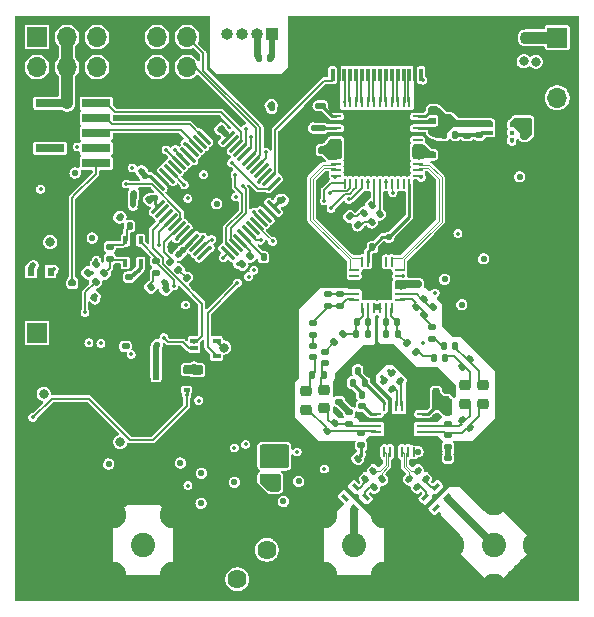
<source format=gbr>
%TF.GenerationSoftware,KiCad,Pcbnew,(6.0.4)*%
%TF.CreationDate,2023-05-27T00:51:02+09:00*%
%TF.ProjectId,RFB,5246422e-6b69-4636-9164-5f7063625858,rev?*%
%TF.SameCoordinates,Original*%
%TF.FileFunction,Copper,L1,Top*%
%TF.FilePolarity,Positive*%
%FSLAX46Y46*%
G04 Gerber Fmt 4.6, Leading zero omitted, Abs format (unit mm)*
G04 Created by KiCad (PCBNEW (6.0.4)) date 2023-05-27 00:51:02*
%MOMM*%
%LPD*%
G01*
G04 APERTURE LIST*
G04 Aperture macros list*
%AMRoundRect*
0 Rectangle with rounded corners*
0 $1 Rounding radius*
0 $2 $3 $4 $5 $6 $7 $8 $9 X,Y pos of 4 corners*
0 Add a 4 corners polygon primitive as box body*
4,1,4,$2,$3,$4,$5,$6,$7,$8,$9,$2,$3,0*
0 Add four circle primitives for the rounded corners*
1,1,$1+$1,$2,$3*
1,1,$1+$1,$4,$5*
1,1,$1+$1,$6,$7*
1,1,$1+$1,$8,$9*
0 Add four rect primitives between the rounded corners*
20,1,$1+$1,$2,$3,$4,$5,0*
20,1,$1+$1,$4,$5,$6,$7,0*
20,1,$1+$1,$6,$7,$8,$9,0*
20,1,$1+$1,$8,$9,$2,$3,0*%
%AMRotRect*
0 Rectangle, with rotation*
0 The origin of the aperture is its center*
0 $1 length*
0 $2 width*
0 $3 Rotation angle, in degrees counterclockwise*
0 Add horizontal line*
21,1,$1,$2,0,0,$3*%
G04 Aperture macros list end*
%TA.AperFunction,SMDPad,CuDef*%
%ADD10R,0.600000X0.750000*%
%TD*%
%TA.AperFunction,SMDPad,CuDef*%
%ADD11RoundRect,0.135000X0.135000X0.185000X-0.135000X0.185000X-0.135000X-0.185000X0.135000X-0.185000X0*%
%TD*%
%TA.AperFunction,SMDPad,CuDef*%
%ADD12RoundRect,0.140000X0.021213X-0.219203X0.219203X-0.021213X-0.021213X0.219203X-0.219203X0.021213X0*%
%TD*%
%TA.AperFunction,SMDPad,CuDef*%
%ADD13RoundRect,0.140000X-0.021213X0.219203X-0.219203X0.021213X0.021213X-0.219203X0.219203X-0.021213X0*%
%TD*%
%TA.AperFunction,ComponentPad*%
%ADD14C,2.600000*%
%TD*%
%TA.AperFunction,ConnectorPad*%
%ADD15C,3.800000*%
%TD*%
%TA.AperFunction,SMDPad,CuDef*%
%ADD16RoundRect,0.140000X0.140000X0.170000X-0.140000X0.170000X-0.140000X-0.170000X0.140000X-0.170000X0*%
%TD*%
%TA.AperFunction,SMDPad,CuDef*%
%ADD17RoundRect,0.140000X-0.170000X0.140000X-0.170000X-0.140000X0.170000X-0.140000X0.170000X0.140000X0*%
%TD*%
%TA.AperFunction,SMDPad,CuDef*%
%ADD18RoundRect,0.075000X-0.415425X-0.521491X0.521491X0.415425X0.415425X0.521491X-0.521491X-0.415425X0*%
%TD*%
%TA.AperFunction,SMDPad,CuDef*%
%ADD19RoundRect,0.075000X0.415425X-0.521491X0.521491X-0.415425X-0.415425X0.521491X-0.521491X0.415425X0*%
%TD*%
%TA.AperFunction,SMDPad,CuDef*%
%ADD20RoundRect,0.135000X-0.185000X0.135000X-0.185000X-0.135000X0.185000X-0.135000X0.185000X0.135000X0*%
%TD*%
%TA.AperFunction,SMDPad,CuDef*%
%ADD21RoundRect,0.135000X-0.226274X-0.035355X-0.035355X-0.226274X0.226274X0.035355X0.035355X0.226274X0*%
%TD*%
%TA.AperFunction,SMDPad,CuDef*%
%ADD22RoundRect,0.135000X0.185000X-0.135000X0.185000X0.135000X-0.185000X0.135000X-0.185000X-0.135000X0*%
%TD*%
%TA.AperFunction,SMDPad,CuDef*%
%ADD23R,2.400000X0.740000*%
%TD*%
%TA.AperFunction,SMDPad,CuDef*%
%ADD24RoundRect,0.135000X-0.035355X0.226274X-0.226274X0.035355X0.035355X-0.226274X0.226274X-0.035355X0*%
%TD*%
%TA.AperFunction,ComponentPad*%
%ADD25R,1.700000X1.700000*%
%TD*%
%TA.AperFunction,ComponentPad*%
%ADD26O,1.700000X1.700000*%
%TD*%
%TA.AperFunction,SMDPad,CuDef*%
%ADD27RoundRect,0.135000X0.035355X-0.226274X0.226274X-0.035355X-0.035355X0.226274X-0.226274X0.035355X0*%
%TD*%
%TA.AperFunction,SMDPad,CuDef*%
%ADD28RoundRect,0.135000X0.226274X0.035355X0.035355X0.226274X-0.226274X-0.035355X-0.035355X-0.226274X0*%
%TD*%
%TA.AperFunction,SMDPad,CuDef*%
%ADD29RoundRect,0.140000X0.170000X-0.140000X0.170000X0.140000X-0.170000X0.140000X-0.170000X-0.140000X0*%
%TD*%
%TA.AperFunction,SMDPad,CuDef*%
%ADD30RoundRect,0.087500X-0.175000X-0.087500X0.175000X-0.087500X0.175000X0.087500X-0.175000X0.087500X0*%
%TD*%
%TA.AperFunction,SMDPad,CuDef*%
%ADD31R,1.400000X1.600000*%
%TD*%
%TA.AperFunction,SMDPad,CuDef*%
%ADD32RoundRect,0.225000X0.225000X0.250000X-0.225000X0.250000X-0.225000X-0.250000X0.225000X-0.250000X0*%
%TD*%
%TA.AperFunction,SMDPad,CuDef*%
%ADD33RoundRect,0.135000X-0.135000X-0.185000X0.135000X-0.185000X0.135000X0.185000X-0.135000X0.185000X0*%
%TD*%
%TA.AperFunction,SMDPad,CuDef*%
%ADD34R,0.650000X0.400000*%
%TD*%
%TA.AperFunction,SMDPad,CuDef*%
%ADD35RoundRect,0.140000X-0.140000X-0.170000X0.140000X-0.170000X0.140000X0.170000X-0.140000X0.170000X0*%
%TD*%
%TA.AperFunction,SMDPad,CuDef*%
%ADD36RoundRect,0.140000X-0.219203X-0.021213X-0.021213X-0.219203X0.219203X0.021213X0.021213X0.219203X0*%
%TD*%
%TA.AperFunction,SMDPad,CuDef*%
%ADD37RoundRect,0.093750X-0.093750X-0.106250X0.093750X-0.106250X0.093750X0.106250X-0.093750X0.106250X0*%
%TD*%
%TA.AperFunction,SMDPad,CuDef*%
%ADD38R,1.000000X1.600000*%
%TD*%
%TA.AperFunction,SMDPad,CuDef*%
%ADD39RoundRect,0.218750X0.256250X-0.218750X0.256250X0.218750X-0.256250X0.218750X-0.256250X-0.218750X0*%
%TD*%
%TA.AperFunction,SMDPad,CuDef*%
%ADD40RotRect,0.350000X0.700000X135.000000*%
%TD*%
%TA.AperFunction,SMDPad,CuDef*%
%ADD41RoundRect,0.140000X0.219203X0.021213X0.021213X0.219203X-0.219203X-0.021213X-0.021213X-0.219203X0*%
%TD*%
%TA.AperFunction,SMDPad,CuDef*%
%ADD42RoundRect,0.225000X0.250000X-0.225000X0.250000X0.225000X-0.250000X0.225000X-0.250000X-0.225000X0*%
%TD*%
%TA.AperFunction,SMDPad,CuDef*%
%ADD43RoundRect,0.062500X0.375000X0.062500X-0.375000X0.062500X-0.375000X-0.062500X0.375000X-0.062500X0*%
%TD*%
%TA.AperFunction,SMDPad,CuDef*%
%ADD44RoundRect,0.062500X0.062500X0.375000X-0.062500X0.375000X-0.062500X-0.375000X0.062500X-0.375000X0*%
%TD*%
%TA.AperFunction,ComponentPad*%
%ADD45C,0.500000*%
%TD*%
%TA.AperFunction,SMDPad,CuDef*%
%ADD46R,2.500000X2.500000*%
%TD*%
%TA.AperFunction,SMDPad,CuDef*%
%ADD47RoundRect,0.062500X0.062500X-0.375000X0.062500X0.375000X-0.062500X0.375000X-0.062500X-0.375000X0*%
%TD*%
%TA.AperFunction,SMDPad,CuDef*%
%ADD48RoundRect,0.062500X0.375000X-0.062500X0.375000X0.062500X-0.375000X0.062500X-0.375000X-0.062500X0*%
%TD*%
%TA.AperFunction,SMDPad,CuDef*%
%ADD49RoundRect,0.147500X0.226274X0.017678X0.017678X0.226274X-0.226274X-0.017678X-0.017678X-0.226274X0*%
%TD*%
%TA.AperFunction,ComponentPad*%
%ADD50C,2.050000*%
%TD*%
%TA.AperFunction,ComponentPad*%
%ADD51C,2.250000*%
%TD*%
%TA.AperFunction,ComponentPad*%
%ADD52C,1.620000*%
%TD*%
%TA.AperFunction,SMDPad,CuDef*%
%ADD53R,0.400000X0.650000*%
%TD*%
%TA.AperFunction,SMDPad,CuDef*%
%ADD54RoundRect,0.062500X-0.375000X-0.062500X0.375000X-0.062500X0.375000X0.062500X-0.375000X0.062500X0*%
%TD*%
%TA.AperFunction,SMDPad,CuDef*%
%ADD55RoundRect,0.062500X-0.062500X-0.375000X0.062500X-0.375000X0.062500X0.375000X-0.062500X0.375000X0*%
%TD*%
%TA.AperFunction,SMDPad,CuDef*%
%ADD56R,5.600000X5.600000*%
%TD*%
%TA.AperFunction,SMDPad,CuDef*%
%ADD57RotRect,0.350000X0.700000X45.000000*%
%TD*%
%TA.AperFunction,ComponentPad*%
%ADD58R,1.000000X1.000000*%
%TD*%
%TA.AperFunction,ComponentPad*%
%ADD59O,1.000000X1.000000*%
%TD*%
%TA.AperFunction,SMDPad,CuDef*%
%ADD60R,0.300000X1.100000*%
%TD*%
%TA.AperFunction,SMDPad,CuDef*%
%ADD61R,2.300000X3.100000*%
%TD*%
%TA.AperFunction,ViaPad*%
%ADD62C,0.350000*%
%TD*%
%TA.AperFunction,ViaPad*%
%ADD63C,0.550000*%
%TD*%
%TA.AperFunction,ViaPad*%
%ADD64C,0.800000*%
%TD*%
%TA.AperFunction,Conductor*%
%ADD65C,0.500000*%
%TD*%
%TA.AperFunction,Conductor*%
%ADD66C,0.160000*%
%TD*%
%TA.AperFunction,Conductor*%
%ADD67C,0.250000*%
%TD*%
%TA.AperFunction,Conductor*%
%ADD68C,0.350000*%
%TD*%
%TA.AperFunction,Conductor*%
%ADD69C,0.090000*%
%TD*%
%TA.AperFunction,Conductor*%
%ADD70C,0.101600*%
%TD*%
%TA.AperFunction,Conductor*%
%ADD71C,0.146812*%
%TD*%
%TA.AperFunction,Conductor*%
%ADD72C,0.670000*%
%TD*%
%TA.AperFunction,Conductor*%
%ADD73C,1.000000*%
%TD*%
G04 APERTURE END LIST*
D10*
%TO.P,U1,1,NC*%
%TO.N,GND*%
X34442400Y-79158800D03*
%TO.P,U1,2,GND*%
X36092400Y-79158800D03*
%TO.P,U1,3,OUT*%
%TO.N,Net-(R1-Pad1)*%
X36092400Y-78028800D03*
%TO.P,U1,4,VCC*%
%TO.N,/3V3D_OSC*%
X34442400Y-78028800D03*
%TD*%
D11*
%TO.P,R9,1*%
%TO.N,GND*%
X43817000Y-74168000D03*
%TO.P,R9,2*%
%TO.N,Net-(R10-Pad1)*%
X42797000Y-74168000D03*
%TD*%
D12*
%TO.P,C74,1*%
%TO.N,GND*%
X61433389Y-94548011D03*
%TO.P,C74,2*%
%TO.N,/MIX_5VA*%
X62112211Y-93869189D03*
%TD*%
D13*
%TO.P,C31,1*%
%TO.N,Net-(C31-Pad1)*%
X44577000Y-79340389D03*
%TO.P,C31,2*%
%TO.N,GND*%
X43898178Y-80019211D03*
%TD*%
D14*
%TO.P,H1,1,1*%
%TO.N,GND*%
X78790800Y-95097600D03*
D15*
X78790800Y-95097600D03*
%TD*%
D16*
%TO.P,C65,1*%
%TO.N,/MIX_5VA*%
X68745100Y-88188800D03*
%TO.P,C65,2*%
%TO.N,GND*%
X67785100Y-88188800D03*
%TD*%
D17*
%TO.P,C12,1*%
%TO.N,GND*%
X72374700Y-64567400D03*
%TO.P,C12,2*%
%TO.N,/1V8D*%
X72374700Y-65527400D03*
%TD*%
%TO.P,C57,1*%
%TO.N,Net-(C57-Pad1)*%
X60579000Y-79961800D03*
%TO.P,C57,2*%
%TO.N,Net-(C57-Pad2)*%
X60579000Y-80921800D03*
%TD*%
D18*
%TO.P,U11,1,VBAT*%
%TO.N,VCC*%
X45200924Y-72575988D03*
%TO.P,U11,2,PC13*%
%TO.N,unconnected-(U11-Pad2)*%
X45554478Y-72929542D03*
%TO.P,U11,3,PC14*%
%TO.N,/SPI_CS_PLL*%
X45908031Y-73283095D03*
%TO.P,U11,4,PC15*%
%TO.N,/PLL_RAMPDIR*%
X46261585Y-73636649D03*
%TO.P,U11,5,PH0*%
%TO.N,/MCU_REFCLK*%
X46615138Y-73990202D03*
%TO.P,U11,6,PH1*%
%TO.N,Net-(D1-Pad2)*%
X46968691Y-74343755D03*
%TO.P,U11,7,NRST*%
%TO.N,/STM_NRST*%
X47322245Y-74697309D03*
%TO.P,U11,8,VSSA*%
%TO.N,GND*%
X47675798Y-75050862D03*
%TO.P,U11,9,VDDA*%
%TO.N,VCC*%
X48029351Y-75404415D03*
%TO.P,U11,10,PA0*%
%TO.N,/STM_GPA0*%
X48382905Y-75757969D03*
%TO.P,U11,11,PA1*%
%TO.N,/STM_GPA1*%
X48736458Y-76111522D03*
%TO.P,U11,12,PA2*%
%TO.N,/STM_GPA2*%
X49090012Y-76465076D03*
D19*
%TO.P,U11,13,PA3*%
%TO.N,/PLL_RAMPCLK*%
X51087588Y-76465076D03*
%TO.P,U11,14,PA4*%
%TO.N,/STM_GPA4*%
X51441142Y-76111522D03*
%TO.P,U11,15,PA5*%
%TO.N,/STM_GPA5*%
X51794695Y-75757969D03*
%TO.P,U11,16,PA6*%
%TO.N,/PA_nEN*%
X52148249Y-75404415D03*
%TO.P,U11,17,PA7*%
%TO.N,/PA_DET*%
X52501802Y-75050862D03*
%TO.P,U11,18,PB0*%
%TO.N,/SPI_CS_ADC*%
X52855355Y-74697309D03*
%TO.P,U11,19,PB1*%
%TO.N,unconnected-(U11-Pad19)*%
X53208909Y-74343755D03*
%TO.P,U11,20,PB2*%
%TO.N,/ADC_RESET*%
X53562462Y-73990202D03*
%TO.P,U11,21,PB10*%
%TO.N,/SPI_SCK*%
X53916015Y-73636649D03*
%TO.P,U11,22,PB11*%
%TO.N,unconnected-(U11-Pad22)*%
X54269569Y-73283095D03*
%TO.P,U11,23,VSS*%
%TO.N,GND*%
X54623122Y-72929542D03*
%TO.P,U11,24,VDD*%
%TO.N,VCC*%
X54976676Y-72575988D03*
D18*
%TO.P,U11,25,PB12*%
%TO.N,/STM_GPB12*%
X54976676Y-70578412D03*
%TO.P,U11,26,PB13*%
%TO.N,/STM_FGPB13*%
X54623122Y-70224858D03*
%TO.P,U11,27,PB14*%
%TO.N,/SPI_MISO*%
X54269569Y-69871305D03*
%TO.P,U11,28,PB15*%
%TO.N,/SPI_MOSI*%
X53916015Y-69517751D03*
%TO.P,U11,29,PA8*%
%TO.N,/STM_GPA8*%
X53562462Y-69164198D03*
%TO.P,U11,30,PA9*%
%TO.N,/LNA_S1*%
X53208909Y-68810645D03*
%TO.P,U11,31,PA10*%
%TO.N,/LNA_S2*%
X52855355Y-68457091D03*
%TO.P,U11,32,PA11*%
%TO.N,/CAN_R*%
X52501802Y-68103538D03*
%TO.P,U11,33,PA12*%
%TO.N,/CAN_T*%
X52148249Y-67749985D03*
%TO.P,U11,34,PA13*%
%TO.N,/STM_SWDIO*%
X51794695Y-67396431D03*
%TO.P,U11,35,VSS*%
%TO.N,GND*%
X51441142Y-67042878D03*
%TO.P,U11,36,VDD*%
%TO.N,VCC*%
X51087588Y-66689324D03*
D19*
%TO.P,U11,37,PA14*%
%TO.N,/STM_SWCLK*%
X49090012Y-66689324D03*
%TO.P,U11,38,PA15*%
%TO.N,unconnected-(U11-Pad38)*%
X48736458Y-67042878D03*
%TO.P,U11,39,PB3*%
%TO.N,/STM_SWO*%
X48382905Y-67396431D03*
%TO.P,U11,40,PB4*%
%TO.N,/STM_GPB4*%
X48029351Y-67749985D03*
%TO.P,U11,41,PB5*%
%TO.N,/STM_GPB5*%
X47675798Y-68103538D03*
%TO.P,U11,42,PB6*%
%TO.N,/LNA_EN1*%
X47322245Y-68457091D03*
%TO.P,U11,43,PB7*%
%TO.N,/LNA_EN2*%
X46968691Y-68810645D03*
%TO.P,U11,44,PH3*%
%TO.N,unconnected-(U11-Pad44)*%
X46615138Y-69164198D03*
%TO.P,U11,45,PB8*%
%TO.N,/STM_GPB8*%
X46261585Y-69517751D03*
%TO.P,U11,46,PB9*%
%TO.N,/PLL_CE*%
X45908031Y-69871305D03*
%TO.P,U11,47,VSS*%
%TO.N,GND*%
X45554478Y-70224858D03*
%TO.P,U11,48,VDD*%
%TO.N,VCC*%
X45200924Y-70578412D03*
%TD*%
D20*
%TO.P,R6,1*%
%TO.N,Net-(C32-Pad1)*%
X45034200Y-77163200D03*
%TO.P,R6,2*%
%TO.N,Net-(C31-Pad1)*%
X45034200Y-78183200D03*
%TD*%
D17*
%TO.P,C35,1*%
%TO.N,GND*%
X59055000Y-63020000D03*
%TO.P,C35,2*%
%TO.N,/1V8D*%
X59055000Y-63980000D03*
%TD*%
%TO.P,C36,1*%
%TO.N,GND*%
X59055000Y-64925000D03*
%TO.P,C36,2*%
%TO.N,/1V8D*%
X59055000Y-65885000D03*
%TD*%
D13*
%TO.P,C61,1*%
%TO.N,/Mixer/BBN*%
X63433011Y-94885189D03*
%TO.P,C61,2*%
%TO.N,Net-(C61-Pad2)*%
X62754189Y-95564011D03*
%TD*%
D17*
%TO.P,C72,1*%
%TO.N,GND*%
X60528200Y-88064400D03*
%TO.P,C72,2*%
%TO.N,/MIX_5VA*%
X60528200Y-89024400D03*
%TD*%
D21*
%TO.P,R53,1*%
%TO.N,Net-(D1-Pad1)*%
X47619976Y-78582576D03*
%TO.P,R53,2*%
%TO.N,GND*%
X48341224Y-79303824D03*
%TD*%
D22*
%TO.P,R71,1*%
%TO.N,GND*%
X72374700Y-67485800D03*
%TO.P,R71,2*%
%TO.N,Net-(C130-Pad2)*%
X72374700Y-66465800D03*
%TD*%
D23*
%TO.P,J8,1,VTref*%
%TO.N,VCC*%
X36048400Y-63779400D03*
%TO.P,J8,2,SWDIO/TMS*%
%TO.N,/STM_SWDIO*%
X39948400Y-63779400D03*
%TO.P,J8,3,GND*%
%TO.N,GND*%
X36048400Y-65049400D03*
%TO.P,J8,4,SWDCLK/TCK*%
%TO.N,/STM_SWCLK*%
X39948400Y-65049400D03*
%TO.P,J8,5,GND*%
%TO.N,GND*%
X36048400Y-66319400D03*
%TO.P,J8,6,SWO/TDO*%
%TO.N,/STM_SWO*%
X39948400Y-66319400D03*
%TO.P,J8,7,KEY*%
%TO.N,unconnected-(J8-Pad7)*%
X36048400Y-67589400D03*
%TO.P,J8,8,NC/TDI*%
%TO.N,unconnected-(J8-Pad8)*%
X39948400Y-67589400D03*
%TO.P,J8,9,GNDDetect*%
%TO.N,GND*%
X36048400Y-68859400D03*
%TO.P,J8,10,~{RESET}*%
%TO.N,/STM_NRST*%
X39948400Y-68859400D03*
%TD*%
D24*
%TO.P,R62,1*%
%TO.N,/PLL_CE*%
X39959224Y-77414176D03*
%TO.P,R62,2*%
%TO.N,/PLL_3V3A*%
X39237976Y-78135424D03*
%TD*%
D25*
%TO.P,J9,1,Pin_1*%
%TO.N,/3V3D*%
X34950400Y-83230800D03*
D26*
%TO.P,J9,2,Pin_2*%
%TO.N,GND*%
X34950400Y-85770800D03*
%TD*%
D27*
%TO.P,R12,1*%
%TO.N,Net-(C52-Pad2)*%
X60116776Y-84028224D03*
%TO.P,R12,2*%
%TO.N,Net-(C56-Pad1)*%
X60838024Y-83306976D03*
%TD*%
D17*
%TO.P,C15,1*%
%TO.N,GND*%
X42443400Y-83390800D03*
%TO.P,C15,2*%
%TO.N,/PLL_3V3A*%
X42443400Y-84350800D03*
%TD*%
D14*
%TO.P,H2,1,1*%
%TO.N,GND*%
X73329800Y-61417200D03*
D15*
X73329800Y-61417200D03*
%TD*%
D28*
%TO.P,R11,1*%
%TO.N,/ADC_REFCLKP*%
X62146124Y-74071424D03*
%TO.P,R11,2*%
%TO.N,/ADC_REFCLKN*%
X61424876Y-73350176D03*
%TD*%
D29*
%TO.P,C78,1*%
%TO.N,/IFF_3V3A*%
X67183000Y-79042200D03*
%TO.P,C78,2*%
%TO.N,GND*%
X67183000Y-78082200D03*
%TD*%
D30*
%TO.P,U22,1,VO*%
%TO.N,/PLL_3V3A*%
X45042100Y-86524400D03*
%TO.P,U22,2,Vo_s*%
X45042100Y-87024400D03*
%TO.P,U22,3,GND*%
%TO.N,GND*%
X45042100Y-87524400D03*
%TO.P,U22,4,GND*%
X45042100Y-88024400D03*
%TO.P,U22,5,EN*%
%TO.N,VCC*%
X47617100Y-88024400D03*
%TO.P,U22,6,GND*%
%TO.N,GND*%
X47617100Y-87524400D03*
%TO.P,U22,7,GND*%
X47617100Y-87024400D03*
%TO.P,U22,8,VCC*%
%TO.N,/3V8*%
X47617100Y-86524400D03*
D31*
%TO.P,U22,9,GND*%
%TO.N,GND*%
X46329600Y-87274400D03*
%TD*%
D32*
%TO.P,C33,1*%
%TO.N,/Power/6V_IN*%
X76365400Y-58216800D03*
%TO.P,C33,2*%
%TO.N,GND*%
X74815400Y-58216800D03*
%TD*%
D33*
%TO.P,R39,1*%
%TO.N,/PA_DET*%
X54125400Y-76809600D03*
%TO.P,R39,2*%
%TO.N,GND*%
X55145400Y-76809600D03*
%TD*%
D11*
%TO.P,R25,1*%
%TO.N,Net-(R24-Pad2)*%
X62105000Y-86410800D03*
%TO.P,R25,2*%
%TO.N,GND*%
X61085000Y-86410800D03*
%TD*%
D13*
%TO.P,C40,1*%
%TO.N,/ADC/CLKN*%
X63293311Y-72380789D03*
%TO.P,C40,2*%
%TO.N,/ADC_REFCLKN*%
X62614489Y-73059611D03*
%TD*%
D34*
%TO.P,U12,1*%
%TO.N,/SPI_CS_PLL*%
X48249800Y-83881200D03*
%TO.P,U12,2*%
%TO.N,/Generator/MUXOUT*%
X48249800Y-84531200D03*
%TO.P,U12,3,GND*%
%TO.N,GND*%
X48249800Y-85181200D03*
%TO.P,U12,4*%
%TO.N,/SPI_MISO*%
X50149800Y-85181200D03*
%TO.P,U12,5,VCC*%
%TO.N,VCC*%
X50149800Y-83881200D03*
%TD*%
D29*
%TO.P,C44,1*%
%TO.N,/ADC_1V8A*%
X68409800Y-68130900D03*
%TO.P,C44,2*%
%TO.N,GND*%
X68409800Y-67170900D03*
%TD*%
D35*
%TO.P,C56,1*%
%TO.N,Net-(C56-Pad1)*%
X62004000Y-82296000D03*
%TO.P,C56,2*%
%TO.N,Net-(C56-Pad2)*%
X62964000Y-82296000D03*
%TD*%
%TO.P,C143,1*%
%TO.N,/PLL_3V3A*%
X45036800Y-85471000D03*
%TO.P,C143,2*%
%TO.N,GND*%
X45996800Y-85471000D03*
%TD*%
D16*
%TO.P,C54,1*%
%TO.N,Net-(C51-Pad1)*%
X70355400Y-84353400D03*
%TO.P,C54,2*%
%TO.N,Net-(C54-Pad2)*%
X69395400Y-84353400D03*
%TD*%
D36*
%TO.P,C6,1*%
%TO.N,GND*%
X41265789Y-72736389D03*
%TO.P,C6,2*%
%TO.N,/3V3D*%
X41944611Y-73415211D03*
%TD*%
D17*
%TO.P,C45,1*%
%TO.N,GND*%
X68409800Y-63360900D03*
%TO.P,C45,2*%
%TO.N,/1V8D*%
X68409800Y-64320900D03*
%TD*%
D22*
%TO.P,R14,1*%
%TO.N,Net-(C54-Pad2)*%
X68427600Y-83720400D03*
%TO.P,R14,2*%
%TO.N,Net-(C58-Pad1)*%
X68427600Y-82700400D03*
%TD*%
D36*
%TO.P,C101,1*%
%TO.N,GND*%
X46320389Y-75860589D03*
%TO.P,C101,2*%
%TO.N,VCC*%
X46999211Y-76539411D03*
%TD*%
D27*
%TO.P,R40,1*%
%TO.N,Net-(R20-Pad1)*%
X52293576Y-77424224D03*
%TO.P,R40,2*%
%TO.N,/PA_nEN*%
X53014824Y-76702976D03*
%TD*%
D13*
%TO.P,C41,1*%
%TO.N,/ADC/CLKP*%
X63953711Y-73142789D03*
%TO.P,C41,2*%
%TO.N,/ADC_REFCLKP*%
X63274889Y-73821611D03*
%TD*%
D22*
%TO.P,R70,1*%
%TO.N,Net-(C130-Pad2)*%
X71358700Y-66524600D03*
%TO.P,R70,2*%
%TO.N,/1V8D*%
X71358700Y-65504600D03*
%TD*%
D35*
%TO.P,C2,1*%
%TO.N,GND*%
X42166600Y-71602600D03*
%TO.P,C2,2*%
%TO.N,/3V3D*%
X43126600Y-71602600D03*
%TD*%
D12*
%TO.P,C58,1*%
%TO.N,Net-(C58-Pad1)*%
X67046789Y-80984411D03*
%TO.P,C58,2*%
%TO.N,Net-(C58-Pad2)*%
X67725611Y-80305589D03*
%TD*%
D16*
%TO.P,C50,1*%
%TO.N,Net-(C50-Pad1)*%
X59230200Y-86741000D03*
%TO.P,C50,2*%
%TO.N,Net-(C50-Pad2)*%
X58270200Y-86741000D03*
%TD*%
D35*
%TO.P,C47,1*%
%TO.N,/IF_VCM*%
X63350200Y-75971400D03*
%TO.P,C47,2*%
%TO.N,GND*%
X64310200Y-75971400D03*
%TD*%
D29*
%TO.P,C16,1*%
%TO.N,GND*%
X42748200Y-79448600D03*
%TO.P,C16,2*%
%TO.N,/PLL_3V3A*%
X42748200Y-78488600D03*
%TD*%
D35*
%TO.P,C75,1*%
%TO.N,Net-(C75-Pad1)*%
X64493200Y-82296000D03*
%TO.P,C75,2*%
%TO.N,Net-(C75-Pad2)*%
X65453200Y-82296000D03*
%TD*%
D37*
%TO.P,IC9,1,OUT*%
%TO.N,/1V8D*%
X73368300Y-65606200D03*
%TO.P,IC9,2,FB*%
%TO.N,Net-(C130-Pad2)*%
X73368300Y-66256200D03*
%TO.P,IC9,3,GND*%
%TO.N,GND*%
X73368300Y-66906200D03*
%TO.P,IC9,4,EN*%
%TO.N,VCC*%
X75143300Y-66906200D03*
%TO.P,IC9,5,PG*%
%TO.N,unconnected-(IC9-Pad5)*%
X75143300Y-66256200D03*
%TO.P,IC9,6,IN*%
%TO.N,/3V8*%
X75143300Y-65606200D03*
D38*
%TO.P,IC9,7,GND*%
%TO.N,GND*%
X74255800Y-66256200D03*
%TD*%
D17*
%TO.P,C129,1*%
%TO.N,/3V8*%
X48691800Y-86464200D03*
%TO.P,C129,2*%
%TO.N,GND*%
X48691800Y-87424200D03*
%TD*%
D13*
%TO.P,C10,1*%
%TO.N,/IF Filter D/IFAP*%
X60156411Y-90871989D03*
%TO.P,C10,2*%
%TO.N,/IF Filter D/IFAN*%
X59477589Y-91550811D03*
%TD*%
D17*
%TO.P,C66,1*%
%TO.N,/MIX_5VA*%
X62433200Y-89417200D03*
%TO.P,C66,2*%
%TO.N,GND*%
X62433200Y-90377200D03*
%TD*%
D29*
%TO.P,C71,1*%
%TO.N,GND*%
X69748400Y-94790200D03*
%TO.P,C71,2*%
%TO.N,/MIX_5VA*%
X69748400Y-93830200D03*
%TD*%
D39*
%TO.P,L3,1,1*%
%TO.N,/IF Filter D/IFBP*%
X72745600Y-89230300D03*
%TO.P,L3,2,2*%
%TO.N,Net-(C51-Pad1)*%
X72745600Y-87655300D03*
%TD*%
%TO.P,L2,1,1*%
%TO.N,/IF Filter D/IFAN*%
X57708800Y-89738300D03*
%TO.P,L2,2,2*%
%TO.N,Net-(C50-Pad2)*%
X57708800Y-88163300D03*
%TD*%
D16*
%TO.P,C55,1*%
%TO.N,Net-(C51-Pad2)*%
X69491800Y-85344000D03*
%TO.P,C55,2*%
%TO.N,Net-(C55-Pad2)*%
X68531800Y-85344000D03*
%TD*%
D25*
%TO.P,J7,1,Pin_1*%
%TO.N,/3V8*%
X34950400Y-58166000D03*
D26*
%TO.P,J7,2,Pin_2*%
X34950400Y-60706000D03*
%TO.P,J7,3,Pin_3*%
%TO.N,VCC*%
X37490400Y-58166000D03*
%TO.P,J7,4,Pin_4*%
X37490400Y-60706000D03*
%TO.P,J7,5,Pin_5*%
%TO.N,/6V*%
X40030400Y-58166000D03*
%TO.P,J7,6,Pin_6*%
X40030400Y-60706000D03*
%TO.P,J7,7,Pin_7*%
%TO.N,GND*%
X42570400Y-58166000D03*
%TO.P,J7,8,Pin_8*%
X42570400Y-60706000D03*
%TO.P,J7,9,Pin_9*%
%TO.N,/LNA_EN1*%
X45110400Y-58166000D03*
%TO.P,J7,10,Pin_10*%
%TO.N,/LNA_EN2*%
X45110400Y-60706000D03*
%TO.P,J7,11,Pin_11*%
%TO.N,/LNA_S1*%
X47650400Y-58166000D03*
%TO.P,J7,12,Pin_12*%
%TO.N,/LNA_S2*%
X47650400Y-60706000D03*
%TD*%
D40*
%TO.P,FL2,1*%
%TO.N,/Mixer/MIX_RFA*%
X69625038Y-97147278D03*
%TO.P,FL2,2,GND*%
%TO.N,GND*%
X69165419Y-96687658D03*
%TO.P,FL2,3*%
%TO.N,Net-(C60-Pad1)*%
X68705799Y-96228039D03*
%TO.P,FL2,4*%
%TO.N,Net-(C59-Pad2)*%
X67821916Y-97111922D03*
%TO.P,FL2,5,GND*%
%TO.N,GND*%
X68281535Y-97571542D03*
%TO.P,FL2,6,NC*%
%TO.N,unconnected-(FL2-Pad6)*%
X68741155Y-98031161D03*
%TD*%
D36*
%TO.P,C64,1*%
%TO.N,/PLL_RFMXN*%
X64299857Y-87288599D03*
%TO.P,C64,2*%
%TO.N,Net-(C64-Pad2)*%
X64978679Y-87967421D03*
%TD*%
D20*
%TO.P,R28,1*%
%TO.N,/MIX_5VA*%
X69748400Y-89939400D03*
%TO.P,R28,2*%
%TO.N,/IF Filter D/IFBN*%
X69748400Y-90959400D03*
%TD*%
D41*
%TO.P,C63,1*%
%TO.N,Net-(C63-Pad1)*%
X65697100Y-87249000D03*
%TO.P,C63,2*%
%TO.N,/PLL_RFMXP*%
X65018278Y-86570178D03*
%TD*%
D39*
%TO.P,L1,1,1*%
%TO.N,/IF Filter D/IFAP*%
X59258200Y-89611300D03*
%TO.P,L1,2,2*%
%TO.N,Net-(C50-Pad1)*%
X59258200Y-88036300D03*
%TD*%
D42*
%TO.P,C120,1*%
%TO.N,/3V8*%
X76377800Y-65468800D03*
%TO.P,C120,2*%
%TO.N,GND*%
X76377800Y-63918800D03*
%TD*%
D36*
%TO.P,C95,1*%
%TO.N,VCC*%
X55727600Y-71983600D03*
%TO.P,C95,2*%
%TO.N,GND*%
X56406422Y-72662422D03*
%TD*%
D33*
%TO.P,R19,1*%
%TO.N,Net-(C75-Pad1)*%
X64488600Y-83312000D03*
%TO.P,R19,2*%
%TO.N,Net-(C75-Pad2)*%
X65508600Y-83312000D03*
%TD*%
D41*
%TO.P,C60,1*%
%TO.N,Net-(C60-Pad1)*%
X67852611Y-95564011D03*
%TO.P,C60,2*%
%TO.N,/Mixer/BAP*%
X67173789Y-94885189D03*
%TD*%
D12*
%TO.P,C62,1*%
%TO.N,Net-(C62-Pad1)*%
X63465389Y-96275211D03*
%TO.P,C62,2*%
%TO.N,/Mixer/BBP*%
X64144211Y-95596389D03*
%TD*%
D43*
%TO.P,U8,1,GND*%
%TO.N,GND*%
X67531600Y-92592400D03*
%TO.P,U8,2,GND*%
X67531600Y-92092400D03*
%TO.P,U8,3,OP1+*%
%TO.N,/IF Filter D/IFBP*%
X67531600Y-91592400D03*
%TO.P,U8,4,OP1-*%
%TO.N,/IF Filter D/IFBN*%
X67531600Y-91092400D03*
%TO.P,U8,5,GND*%
%TO.N,GND*%
X67531600Y-90592400D03*
%TO.P,U8,6,VPOS*%
%TO.N,/MIX_5VA*%
X67531600Y-90092400D03*
D44*
%TO.P,U8,7,~{ENBL}*%
%TO.N,GND*%
X66844100Y-89404900D03*
%TO.P,U8,8,GND*%
X66344100Y-89404900D03*
%TO.P,U8,9,LOIP*%
%TO.N,Net-(C63-Pad1)*%
X65844100Y-89404900D03*
%TO.P,U8,10,LOIN*%
%TO.N,Net-(C64-Pad2)*%
X65344100Y-89404900D03*
%TO.P,U8,11,GND*%
%TO.N,GND*%
X64844100Y-89404900D03*
%TO.P,U8,12,VSET*%
%TO.N,Net-(R24-Pad2)*%
X64344100Y-89404900D03*
D43*
%TO.P,U8,13,VPOS*%
%TO.N,/MIX_5VA*%
X63656600Y-90092400D03*
%TO.P,U8,14,GND*%
%TO.N,GND*%
X63656600Y-90592400D03*
%TO.P,U8,15,OP2-*%
%TO.N,/IF Filter D/IFAP*%
X63656600Y-91092400D03*
%TO.P,U8,16,OP2+*%
%TO.N,/IF Filter D/IFAN*%
X63656600Y-91592400D03*
%TO.P,U8,17,GND*%
%TO.N,GND*%
X63656600Y-92092400D03*
%TO.P,U8,18,GND*%
X63656600Y-92592400D03*
D44*
%TO.P,U8,19,RF2-*%
%TO.N,/Mixer/BBN*%
X64344100Y-93279900D03*
%TO.P,U8,20,RF2+*%
%TO.N,/Mixer/BBP*%
X64844100Y-93279900D03*
%TO.P,U8,21,GND*%
%TO.N,GND*%
X65344100Y-93279900D03*
%TO.P,U8,22,RF1-*%
%TO.N,/Mixer/BAN*%
X65844100Y-93279900D03*
%TO.P,U8,23,RF1+*%
%TO.N,/Mixer/BAP*%
X66344100Y-93279900D03*
%TO.P,U8,24,VPOS*%
%TO.N,/MIX_5VA*%
X66844100Y-93279900D03*
D45*
%TO.P,U8,25,GND*%
%TO.N,GND*%
X66594100Y-92342400D03*
X64594100Y-91342400D03*
X66594100Y-90342400D03*
X64594100Y-90342400D03*
X65594100Y-91342400D03*
X65594100Y-90342400D03*
D46*
X65594100Y-91342400D03*
D45*
X66594100Y-91342400D03*
X64594100Y-92342400D03*
X65594100Y-92342400D03*
%TD*%
D24*
%TO.P,R8,1*%
%TO.N,Net-(R10-Pad2)*%
X40645024Y-78176176D03*
%TO.P,R8,2*%
%TO.N,Net-(C30-Pad2)*%
X39923776Y-78897424D03*
%TD*%
D33*
%TO.P,R24,1*%
%TO.N,/MIX_5VA*%
X61669200Y-87426800D03*
%TO.P,R24,2*%
%TO.N,Net-(R24-Pad2)*%
X62689200Y-87426800D03*
%TD*%
D47*
%TO.P,U3,1,-IN1*%
%TO.N,Net-(C56-Pad1)*%
X62478600Y-81083900D03*
%TO.P,U3,2,+FB1*%
%TO.N,Net-(C56-Pad2)*%
X62978600Y-81083900D03*
%TO.P,U3,3,+FB2*%
%TO.N,/IFF_3V3A*%
X63478600Y-81083900D03*
%TO.P,U3,4,+FB2*%
X63978600Y-81083900D03*
%TO.P,U3,5,-FB2*%
%TO.N,Net-(C75-Pad1)*%
X64478600Y-81083900D03*
%TO.P,U3,6,+IN2*%
%TO.N,Net-(C75-Pad2)*%
X64978600Y-81083900D03*
D48*
%TO.P,U3,7,-IN2*%
%TO.N,Net-(C58-Pad1)*%
X65666100Y-80396400D03*
%TO.P,U3,8,+FB2*%
%TO.N,Net-(C58-Pad2)*%
X65666100Y-79896400D03*
%TO.P,U3,9,+FB2*%
%TO.N,/IFF_3V3A*%
X65666100Y-79396400D03*
%TO.P,U3,10,+FB2*%
X65666100Y-78896400D03*
%TO.P,U3,11,VOCM2*%
%TO.N,/IF_VCM*%
X65666100Y-78396400D03*
%TO.P,U3,12,+2*%
%TO.N,/ADC/ADC_INBP*%
X65666100Y-77896400D03*
D47*
%TO.P,U3,13,-2*%
%TO.N,/ADC/ADC_INBN*%
X64978600Y-77208900D03*
%TO.P,U3,14,~{DISABLE2}*%
%TO.N,unconnected-(U3-Pad14)*%
X64478600Y-77208900D03*
%TO.P,U3,15,-FB2*%
%TO.N,GND*%
X63978600Y-77208900D03*
%TO.P,U3,16,-FB2*%
X63478600Y-77208900D03*
%TO.P,U3,17,VOCM1*%
%TO.N,/IF_VCM*%
X62978600Y-77208900D03*
%TO.P,U3,18,+1*%
%TO.N,/ADC/ADC_INAN*%
X62478600Y-77208900D03*
D48*
%TO.P,U3,19,-1*%
%TO.N,/ADC/ADC_INAP*%
X61791100Y-77896400D03*
%TO.P,U3,20,~{DISABLE1}*%
%TO.N,unconnected-(U3-Pad20)*%
X61791100Y-78396400D03*
%TO.P,U3,21,-FB2*%
%TO.N,GND*%
X61791100Y-78896400D03*
%TO.P,U3,22,-FB2*%
X61791100Y-79396400D03*
%TO.P,U3,23,-FB1*%
%TO.N,Net-(C57-Pad1)*%
X61791100Y-79896400D03*
%TO.P,U3,24,+IN1*%
%TO.N,Net-(C57-Pad2)*%
X61791100Y-80396400D03*
D45*
%TO.P,U3,25,EP*%
%TO.N,GND*%
X63728600Y-80146400D03*
X62728600Y-78146400D03*
X64728600Y-78146400D03*
X63728600Y-79146400D03*
X64728600Y-80146400D03*
X62728600Y-79146400D03*
X64728600Y-79146400D03*
X62728600Y-80146400D03*
D46*
X63728600Y-79146400D03*
D45*
X63728600Y-78146400D03*
%TD*%
D25*
%TO.P,J6,1,Pin_1*%
%TO.N,/Power/6V_IN*%
X78994000Y-58216800D03*
D26*
%TO.P,J6,2,Pin_2*%
%TO.N,GND*%
X78994000Y-60756800D03*
%TO.P,J6,3,Pin_3*%
%TO.N,/Power/3V8_IN*%
X78994000Y-63296800D03*
%TD*%
D12*
%TO.P,C14,1*%
%TO.N,GND*%
X45168178Y-80206222D03*
%TO.P,C14,2*%
%TO.N,/PLL_3V3A*%
X45847000Y-79527400D03*
%TD*%
D49*
%TO.P,D1,1,K*%
%TO.N,Net-(D1-Pad1)*%
X46926547Y-77889147D03*
%TO.P,D1,2,A*%
%TO.N,Net-(D1-Pad2)*%
X46240653Y-77203253D03*
%TD*%
D12*
%TO.P,C94,1*%
%TO.N,VCC*%
X43821978Y-69563622D03*
%TO.P,C94,2*%
%TO.N,GND*%
X44500800Y-68884800D03*
%TD*%
D50*
%TO.P,J3,1,In*%
%TO.N,/PA2/PA_RFOUT*%
X43942000Y-101145400D03*
D51*
%TO.P,J3,2,Ext*%
%TO.N,GND*%
X41402000Y-103685400D03*
X46482000Y-98605400D03*
X46482000Y-103685400D03*
X41402000Y-98605400D03*
%TD*%
D22*
%TO.P,R13,1*%
%TO.N,Net-(C53-Pad2)*%
X58293000Y-83364800D03*
%TO.P,R13,2*%
%TO.N,Net-(C57-Pad2)*%
X58293000Y-82344800D03*
%TD*%
D52*
%TO.P,RV1,1,1*%
%TO.N,Net-(Q1-Pad3)*%
X54406800Y-101574600D03*
%TO.P,RV1,2,2*%
%TO.N,Net-(RV1-Pad2)*%
X51906800Y-104074600D03*
%TO.P,RV1,3,3*%
%TO.N,GND*%
X49406800Y-101574600D03*
%TD*%
D41*
%TO.P,C18,1*%
%TO.N,GND*%
X40462200Y-80822800D03*
%TO.P,C18,2*%
%TO.N,/PLL_3V3A*%
X39783378Y-80143978D03*
%TD*%
D13*
%TO.P,C51,1*%
%TO.N,Net-(C51-Pad1)*%
X71611811Y-85436389D03*
%TO.P,C51,2*%
%TO.N,Net-(C51-Pad2)*%
X70932989Y-86115211D03*
%TD*%
D39*
%TO.P,L4,1,1*%
%TO.N,/IF Filter D/IFBN*%
X71196200Y-89230300D03*
%TO.P,L4,2,2*%
%TO.N,Net-(C51-Pad2)*%
X71196200Y-87655300D03*
%TD*%
D35*
%TO.P,C130,1*%
%TO.N,/1V8D*%
X69408100Y-66446400D03*
%TO.P,C130,2*%
%TO.N,Net-(C130-Pad2)*%
X70368100Y-66446400D03*
%TD*%
D20*
%TO.P,R17,1*%
%TO.N,Net-(C57-Pad1)*%
X59563000Y-79931800D03*
%TO.P,R17,2*%
%TO.N,Net-(C57-Pad2)*%
X59563000Y-80951800D03*
%TD*%
D41*
%TO.P,C100,1*%
%TO.N,VCC*%
X50529811Y-65947611D03*
%TO.P,C100,2*%
%TO.N,GND*%
X49850989Y-65268789D03*
%TD*%
D29*
%TO.P,C53,1*%
%TO.N,Net-(C50-Pad2)*%
X58293000Y-85265200D03*
%TO.P,C53,2*%
%TO.N,Net-(C53-Pad2)*%
X58293000Y-84305200D03*
%TD*%
D53*
%TO.P,U5,1,+*%
%TO.N,Net-(C32-Pad1)*%
X43728400Y-75377000D03*
%TO.P,U5,2,V-*%
%TO.N,GND*%
X43078400Y-75377000D03*
%TO.P,U5,3,-*%
%TO.N,Net-(R10-Pad1)*%
X42428400Y-75377000D03*
%TO.P,U5,4*%
%TO.N,Net-(R10-Pad2)*%
X42428400Y-77277000D03*
%TO.P,U5,5,V+*%
%TO.N,/PLL_3V3A*%
X43728400Y-77277000D03*
%TD*%
D17*
%TO.P,C37,1*%
%TO.N,GND*%
X59055000Y-66830000D03*
%TO.P,C37,2*%
%TO.N,/ADC_1V8A*%
X59055000Y-67790000D03*
%TD*%
D29*
%TO.P,C80,1*%
%TO.N,GND*%
X37947600Y-79956600D03*
%TO.P,C80,2*%
%TO.N,/STM_NRST*%
X37947600Y-78996600D03*
%TD*%
D16*
%TO.P,C67,1*%
%TO.N,/MIX_5VA*%
X62456000Y-88442800D03*
%TO.P,C67,2*%
%TO.N,GND*%
X61496000Y-88442800D03*
%TD*%
D42*
%TO.P,C139,1*%
%TO.N,/1V8D*%
X69684900Y-65164000D03*
%TO.P,C139,2*%
%TO.N,GND*%
X69684900Y-63614000D03*
%TD*%
D54*
%TO.P,IC3,1,GND_1*%
%TO.N,GND*%
X60298700Y-64392900D03*
%TO.P,IC3,2,DVDD_1*%
%TO.N,/1V8D*%
X60298700Y-64892900D03*
%TO.P,IC3,3,GND_2*%
%TO.N,GND*%
X60298700Y-65392900D03*
%TO.P,IC3,4,DVDD_2*%
%TO.N,/1V8D*%
X60298700Y-65892900D03*
%TO.P,IC3,5,GND_3*%
%TO.N,GND*%
X60298700Y-66392900D03*
%TO.P,IC3,6,AVDD_1*%
%TO.N,/ADC_1V8A*%
X60298700Y-66892900D03*
%TO.P,IC3,7,AVDD_2*%
X60298700Y-67392900D03*
%TO.P,IC3,8,AVDD_3*%
X60298700Y-67892900D03*
%TO.P,IC3,9,AVDD_4*%
X60298700Y-68392900D03*
%TO.P,IC3,10,INAP*%
%TO.N,/ADC/ADC_INAP*%
X60298700Y-68892900D03*
%TO.P,IC3,11,INAM*%
%TO.N,/ADC/ADC_INAN*%
X60298700Y-69392900D03*
%TO.P,IC3,12,AVDD_5*%
%TO.N,/ADC_1V8A*%
X60298700Y-69892900D03*
D55*
%TO.P,IC3,13,SCLK*%
%TO.N,/SPI_SCK*%
X60986200Y-70580400D03*
%TO.P,IC3,14,SDATA*%
%TO.N,/SPI_MOSI*%
X61486200Y-70580400D03*
%TO.P,IC3,15,SEN*%
%TO.N,/SPI_CS_ADC*%
X61986200Y-70580400D03*
%TO.P,IC3,16,SDOUT*%
%TO.N,/ADC/ADC_SDO*%
X62486200Y-70580400D03*
%TO.P,IC3,17,AVDD_6*%
%TO.N,/ADC_1V8A*%
X62986200Y-70580400D03*
%TO.P,IC3,18,CLKM*%
%TO.N,/ADC/CLKN*%
X63486200Y-70580400D03*
%TO.P,IC3,19,CLKP*%
%TO.N,/ADC/CLKP*%
X63986200Y-70580400D03*
%TO.P,IC3,20,AVDD_7*%
%TO.N,/ADC_1V8A*%
X64486200Y-70580400D03*
%TO.P,IC3,21,RESET*%
%TO.N,/ADC_RESET*%
X64986200Y-70580400D03*
%TO.P,IC3,22,SYSREFP*%
%TO.N,unconnected-(IC3-Pad22)*%
X65486200Y-70580400D03*
%TO.P,IC3,23,SYSREFM*%
%TO.N,unconnected-(IC3-Pad23)*%
X65986200Y-70580400D03*
%TO.P,IC3,24,VCM*%
%TO.N,/IF_VCM*%
X66486200Y-70580400D03*
D54*
%TO.P,IC3,25,AVDD_8*%
%TO.N,/ADC_1V8A*%
X67173700Y-69892900D03*
%TO.P,IC3,26,INBM*%
%TO.N,/ADC/ADC_INBN*%
X67173700Y-69392900D03*
%TO.P,IC3,27,INBP*%
%TO.N,/ADC/ADC_INBP*%
X67173700Y-68892900D03*
%TO.P,IC3,28,AVDD_9*%
%TO.N,/ADC_1V8A*%
X67173700Y-68392900D03*
%TO.P,IC3,29,AVDD_10*%
X67173700Y-67892900D03*
%TO.P,IC3,30,AVDD_11*%
X67173700Y-67392900D03*
%TO.P,IC3,31,PDN*%
%TO.N,unconnected-(IC3-Pad31)*%
X67173700Y-66892900D03*
%TO.P,IC3,32,GND_4*%
%TO.N,GND*%
X67173700Y-66392900D03*
%TO.P,IC3,33,DVDD_3*%
%TO.N,/1V8D*%
X67173700Y-65892900D03*
%TO.P,IC3,34,GND_5*%
%TO.N,GND*%
X67173700Y-65392900D03*
%TO.P,IC3,35,DVDD_4*%
%TO.N,/1V8D*%
X67173700Y-64892900D03*
%TO.P,IC3,36,GND_6*%
%TO.N,GND*%
X67173700Y-64392900D03*
D55*
%TO.P,IC3,37,DB1P*%
%TO.N,/ADC/ADC_DB1P*%
X66486200Y-63705400D03*
%TO.P,IC3,38,DB1M*%
%TO.N,/ADC/ADC_DB1N*%
X65986200Y-63705400D03*
%TO.P,IC3,39,DB0P*%
%TO.N,/ADC/ADC_DB0P*%
X65486200Y-63705400D03*
%TO.P,IC3,40,DB0M*%
%TO.N,/ADC/ADC_DB0N*%
X64986200Y-63705400D03*
%TO.P,IC3,41,FCLKP*%
%TO.N,/ADC/ADC_FCLKP*%
X64486200Y-63705400D03*
%TO.P,IC3,42,FCLKM*%
%TO.N,/ADC/ADC_FCLKN*%
X63986200Y-63705400D03*
%TO.P,IC3,43,DCLKP*%
%TO.N,/ADC/ADC_DCLKP*%
X63486200Y-63705400D03*
%TO.P,IC3,44,DCLKM*%
%TO.N,/ADC/ADC_DCLKN*%
X62986200Y-63705400D03*
%TO.P,IC3,45,DA1P*%
%TO.N,/ADC/ADC_DA1P*%
X62486200Y-63705400D03*
%TO.P,IC3,46,DA1M*%
%TO.N,/ADC/ADC_DA1N*%
X61986200Y-63705400D03*
%TO.P,IC3,47,DA0P*%
%TO.N,/ADC/ADC_DA0P*%
X61486200Y-63705400D03*
%TO.P,IC3,48,DA0M*%
%TO.N,/ADC/ADC_DA0N*%
X60986200Y-63705400D03*
D45*
%TO.P,IC3,49,EP*%
%TO.N,GND*%
X63736200Y-68417900D03*
X63736200Y-67142900D03*
X65011200Y-68417900D03*
X62461200Y-68417900D03*
X63736200Y-69692900D03*
X61186200Y-68417900D03*
D56*
X63736200Y-67142900D03*
D45*
X61186200Y-67142900D03*
X62461200Y-69692900D03*
X65011200Y-64592900D03*
X66286200Y-67142900D03*
X63736200Y-64592900D03*
X66286200Y-69692900D03*
X63736200Y-65867900D03*
X61186200Y-64592900D03*
X66286200Y-68417900D03*
X62461200Y-67142900D03*
X66286200Y-64592900D03*
X65011200Y-65867900D03*
X62461200Y-65867900D03*
X66286200Y-65867900D03*
X65011200Y-69692900D03*
X62461200Y-64592900D03*
X61186200Y-69692900D03*
X65011200Y-67142900D03*
X61186200Y-65867900D03*
%TD*%
D16*
%TO.P,C92,1*%
%TO.N,Net-(C92-Pad1)*%
X54683600Y-59969400D03*
%TO.P,C92,2*%
%TO.N,Net-(C92-Pad2)*%
X53723600Y-59969400D03*
%TD*%
D20*
%TO.P,R27,1*%
%TO.N,/IF Filter D/IFAN*%
X62407800Y-91717400D03*
%TO.P,R27,2*%
%TO.N,/MIX_5VA*%
X62407800Y-92737400D03*
%TD*%
D17*
%TO.P,C46,1*%
%TO.N,GND*%
X68409800Y-65263300D03*
%TO.P,C46,2*%
%TO.N,/1V8D*%
X68409800Y-66223300D03*
%TD*%
D20*
%TO.P,R29,1*%
%TO.N,/MIX_5VA*%
X61391800Y-89939400D03*
%TO.P,R29,2*%
%TO.N,/IF Filter D/IFAP*%
X61391800Y-90959400D03*
%TD*%
D29*
%TO.P,C52,1*%
%TO.N,Net-(C50-Pad1)*%
X59309000Y-85773200D03*
%TO.P,C52,2*%
%TO.N,Net-(C52-Pad2)*%
X59309000Y-84813200D03*
%TD*%
D36*
%TO.P,C59,1*%
%TO.N,/Mixer/BAN*%
X66462589Y-95596389D03*
%TO.P,C59,2*%
%TO.N,Net-(C59-Pad2)*%
X67141411Y-96275211D03*
%TD*%
D17*
%TO.P,C73,1*%
%TO.N,GND*%
X69735700Y-88064400D03*
%TO.P,C73,2*%
%TO.N,/MIX_5VA*%
X69735700Y-89024400D03*
%TD*%
D20*
%TO.P,R10,1*%
%TO.N,Net-(R10-Pad1)*%
X41122600Y-75916600D03*
%TO.P,R10,2*%
%TO.N,Net-(R10-Pad2)*%
X41122600Y-76936600D03*
%TD*%
D33*
%TO.P,R16,1*%
%TO.N,Net-(C56-Pad1)*%
X61948600Y-83312000D03*
%TO.P,R16,2*%
%TO.N,Net-(C56-Pad2)*%
X62968600Y-83312000D03*
%TD*%
D13*
%TO.P,C93,1*%
%TO.N,VCC*%
X44450000Y-71958200D03*
%TO.P,C93,2*%
%TO.N,GND*%
X43771178Y-72637022D03*
%TD*%
D57*
%TO.P,FL3,1*%
%TO.N,/Mixer/MIX_RFB*%
X61882122Y-98047638D03*
%TO.P,FL3,2,GND*%
%TO.N,GND*%
X62341742Y-97588019D03*
%TO.P,FL3,3*%
%TO.N,Net-(C62-Pad1)*%
X62801361Y-97128399D03*
%TO.P,FL3,4*%
%TO.N,Net-(C61-Pad2)*%
X61917478Y-96244516D03*
%TO.P,FL3,5,GND*%
%TO.N,GND*%
X61457858Y-96704135D03*
%TO.P,FL3,6,NC*%
%TO.N,unconnected-(FL3-Pad6)*%
X60998239Y-97163755D03*
%TD*%
D17*
%TO.P,C68,1*%
%TO.N,/MIX_5VA*%
X68743700Y-89417200D03*
%TO.P,C68,2*%
%TO.N,GND*%
X68743700Y-90377200D03*
%TD*%
D15*
%TO.P,H3,1,1*%
%TO.N,GND*%
X35306000Y-103733600D03*
D14*
X35306000Y-103733600D03*
%TD*%
D41*
%TO.P,C48,1*%
%TO.N,/IF Filter D/IFBP*%
X71611811Y-91296811D03*
%TO.P,C48,2*%
%TO.N,/IF Filter D/IFBN*%
X70932989Y-90617989D03*
%TD*%
D27*
%TO.P,R18,1*%
%TO.N,Net-(C58-Pad1)*%
X67736776Y-81716824D03*
%TO.P,R18,2*%
%TO.N,Net-(C58-Pad2)*%
X68458024Y-80995576D03*
%TD*%
D58*
%TO.P,J5,1,Pin_1*%
%TO.N,Net-(C92-Pad1)*%
X54813200Y-57886600D03*
D59*
%TO.P,J5,2,Pin_2*%
%TO.N,Net-(C92-Pad2)*%
X53543200Y-57886600D03*
%TO.P,J5,3,Pin_3*%
%TO.N,Net-(J5-Pad3)*%
X52273200Y-57886600D03*
%TO.P,J5,4,Pin_4*%
%TO.N,Net-(J5-Pad4)*%
X51003200Y-57886600D03*
%TD*%
D20*
%TO.P,R26,1*%
%TO.N,/IF Filter D/IFBP*%
X69748400Y-91869800D03*
%TO.P,R26,2*%
%TO.N,/MIX_5VA*%
X69748400Y-92889800D03*
%TD*%
D60*
%TO.P,J4,1,Pin_1*%
%TO.N,VCC*%
X67478600Y-61395600D03*
%TO.P,J4,2,Pin_2*%
%TO.N,GND*%
X66978600Y-61395600D03*
%TO.P,J4,3,Pin_3*%
%TO.N,/ADC/ADC_DB1P*%
X66478600Y-61395600D03*
%TO.P,J4,4,Pin_4*%
%TO.N,/ADC/ADC_DB1N*%
X65978600Y-61395600D03*
%TO.P,J4,5,Pin_5*%
%TO.N,/ADC/ADC_DB0P*%
X65478600Y-61395600D03*
%TO.P,J4,6,Pin_6*%
%TO.N,/ADC/ADC_DB0N*%
X64978600Y-61395600D03*
%TO.P,J4,7,Pin_7*%
%TO.N,/ADC/ADC_FCLKP*%
X64478600Y-61395600D03*
%TO.P,J4,8,Pin_8*%
%TO.N,/ADC/ADC_FCLKN*%
X63978600Y-61395600D03*
%TO.P,J4,9,Pin_9*%
%TO.N,/ADC/ADC_DCLKP*%
X63478600Y-61395600D03*
%TO.P,J4,10,Pin_10*%
%TO.N,/ADC/ADC_DCLKN*%
X62978600Y-61395600D03*
%TO.P,J4,11,Pin_11*%
%TO.N,/ADC/ADC_DA1P*%
X62478600Y-61395600D03*
%TO.P,J4,12,Pin_12*%
%TO.N,/ADC/ADC_DA1N*%
X61978600Y-61395600D03*
%TO.P,J4,13,Pin_13*%
%TO.N,/ADC/ADC_DA0P*%
X61478600Y-61395600D03*
%TO.P,J4,14,Pin_14*%
%TO.N,/ADC/ADC_DA0N*%
X60978600Y-61395600D03*
%TO.P,J4,15,Pin_15*%
%TO.N,GND*%
X60478600Y-61395600D03*
%TO.P,J4,16,Pin_16*%
%TO.N,/STM_FGPB13*%
X59978600Y-61395600D03*
D61*
%TO.P,J4,MP,MountPin*%
%TO.N,GND*%
X58308600Y-59695600D03*
X69148600Y-59695600D03*
%TD*%
D28*
%TO.P,R15,1*%
%TO.N,Net-(C55-Pad2)*%
X67015248Y-84820648D03*
%TO.P,R15,2*%
%TO.N,Net-(C75-Pad2)*%
X66294000Y-84099400D03*
%TD*%
D50*
%TO.P,J1,1,In*%
%TO.N,/Mixer/MIX_RFA*%
X73609200Y-101142800D03*
D51*
%TO.P,J1,2,Ext*%
%TO.N,GND*%
X73609200Y-97550698D03*
X73609200Y-104734902D03*
X77201302Y-101142800D03*
X70017098Y-101142800D03*
%TD*%
D50*
%TO.P,J2,1,In*%
%TO.N,/Mixer/MIX_RFB*%
X61823600Y-101142800D03*
D51*
%TO.P,J2,2,Ext*%
%TO.N,GND*%
X64363600Y-103682800D03*
X59283600Y-103682800D03*
X59283600Y-98602800D03*
X64363600Y-98602800D03*
%TD*%
D45*
%TO.P,U4,41,GND*%
%TO.N,GND*%
X43422800Y-83203800D03*
X43452800Y-79203800D03*
X40722800Y-80473800D03*
X41992800Y-83203800D03*
X43452800Y-80473800D03*
X41992800Y-80473800D03*
X44722800Y-81933800D03*
X43452800Y-81933800D03*
X41992800Y-81933800D03*
X44722800Y-80473800D03*
X41992800Y-79203800D03*
X40722800Y-81933800D03*
%TD*%
D36*
%TO.P,C91,1*%
%TO.N,GND*%
X54092789Y-63262189D03*
%TO.P,C91,2*%
%TO.N,VCC*%
X54771611Y-63941011D03*
%TD*%
D62*
%TO.N,GND*%
X41325800Y-96926400D03*
X46558200Y-96215200D03*
X46558200Y-96926400D03*
X53060600Y-94462600D03*
%TO.N,Net-(C82-Pad2)*%
X56108600Y-92837000D03*
X54686200Y-92837000D03*
X53975000Y-92837000D03*
X55397400Y-92837000D03*
%TO.N,GND*%
X50017706Y-89895706D03*
X50520600Y-90398600D03*
X51023494Y-90901494D03*
X45897800Y-91795600D03*
X45897800Y-92506800D03*
X46400694Y-91292706D03*
X48514000Y-89890600D03*
X47802800Y-89890600D03*
X49225200Y-89890600D03*
X65709800Y-95758000D03*
X64897000Y-95758000D03*
X60045600Y-97358200D03*
X59542706Y-96855306D03*
X60548494Y-97861094D03*
X70332600Y-96113600D03*
X71297800Y-69748400D03*
X71653400Y-69138800D03*
X70942200Y-69138800D03*
X71780400Y-63525400D03*
X72491600Y-63525400D03*
X71069200Y-63525400D03*
X56134000Y-66294000D03*
X50647600Y-94157800D03*
X40767000Y-92379800D03*
X39522400Y-98145600D03*
X39522400Y-99568000D03*
X39522400Y-96723200D03*
X39522400Y-95300800D03*
X39522400Y-93878400D03*
X38785800Y-99542600D03*
X38785800Y-96697800D03*
X37363400Y-98120200D03*
X38785800Y-95275400D03*
X37363400Y-99542600D03*
X38785800Y-98120200D03*
X37363400Y-96697801D03*
X37363400Y-95275400D03*
X37363400Y-93853000D03*
X38785800Y-93853000D03*
X38074600Y-99542600D03*
X38074600Y-96697800D03*
X36652200Y-98120200D03*
X38074600Y-95275400D03*
X36652200Y-99542600D03*
X38074600Y-98120200D03*
X36652200Y-96697801D03*
X36652200Y-95275400D03*
X36652200Y-93853000D03*
X38074600Y-93853000D03*
X35941000Y-99542600D03*
X35941000Y-96697800D03*
X34518600Y-98120200D03*
X35941000Y-95275400D03*
X34518600Y-99542600D03*
X35941000Y-98120200D03*
X34518600Y-96697801D03*
X34518600Y-95275400D03*
X34518600Y-93853000D03*
X35941000Y-93853000D03*
X35229800Y-99542600D03*
X35229800Y-96697800D03*
X33807400Y-98120200D03*
X35229800Y-95275400D03*
X33807400Y-99542600D03*
X35229800Y-98120200D03*
X33807400Y-96697801D03*
X33807400Y-95275400D03*
X33807400Y-93853000D03*
X35229800Y-93853000D03*
X34518600Y-94564200D03*
X34518600Y-97409000D03*
X35941000Y-95986600D03*
X34518600Y-98831400D03*
X35941000Y-94564200D03*
X34518600Y-95986600D03*
X35941000Y-97409000D03*
X35941000Y-98831400D03*
X35941000Y-100253800D03*
X34518600Y-100253800D03*
X37363400Y-94564200D03*
X37363400Y-97409000D03*
X38785800Y-95986600D03*
X37363400Y-98831400D03*
X38785800Y-94564200D03*
X37363400Y-95986600D03*
X38785800Y-97409000D03*
X38785800Y-98831400D03*
X38785800Y-100253800D03*
X37363400Y-100253800D03*
X54127400Y-84480400D03*
X54483000Y-83870800D03*
X54838600Y-84480400D03*
X55194200Y-83870800D03*
X53416200Y-84480400D03*
X53771800Y-83870800D03*
X53060600Y-83870800D03*
X52349400Y-83870800D03*
X41224200Y-89103200D03*
X41224200Y-88392000D03*
X41833800Y-89458800D03*
X41833800Y-88747600D03*
X41833800Y-88036400D03*
X42443400Y-90525600D03*
X43053000Y-89458800D03*
X42443400Y-89814400D03*
X42443400Y-89103200D03*
X42443400Y-88392000D03*
X46659800Y-89103200D03*
X46050200Y-88747600D03*
X46050200Y-89458800D03*
X46050200Y-90170000D03*
X45440600Y-88392000D03*
X45440600Y-89103200D03*
X45440600Y-89814400D03*
X45440600Y-90525600D03*
X68402200Y-63347600D03*
X72136000Y-74828400D03*
X74269600Y-84429600D03*
X57200800Y-69494400D03*
X66802000Y-101498401D03*
X77470000Y-99364801D03*
X76213474Y-99041420D03*
X60401200Y-58826400D03*
X60553600Y-90170000D03*
X43332400Y-105765600D03*
X45135800Y-96926400D03*
X59918600Y-93548200D03*
X73075800Y-69138800D03*
X56134000Y-101498400D03*
X75336400Y-95097601D03*
X57480200Y-74498200D03*
X72190320Y-103567469D03*
X79603600Y-75895200D03*
X62534800Y-103860600D03*
X50038000Y-88722200D03*
X66802000Y-57759600D03*
X74549000Y-65684400D03*
X77470000Y-56692800D03*
X68259883Y-75402517D03*
X49733201Y-105765600D03*
X76403200Y-82296000D03*
X43992800Y-72593200D03*
X71004926Y-103244180D03*
X58785683Y-79263317D03*
X43434000Y-96012000D03*
X78536800Y-97231199D03*
X40132000Y-91897201D03*
X36931600Y-102565201D03*
X34340800Y-89052400D03*
X72847200Y-64846200D03*
X71394295Y-75265306D03*
X41529000Y-65049400D03*
X66217800Y-85445600D03*
X61391800Y-85674200D03*
X74269600Y-95097600D03*
X80670400Y-88696800D03*
X71069200Y-72694800D03*
X39065200Y-104698800D03*
X38049200Y-86029800D03*
X71780400Y-64236600D03*
X71424800Y-64846200D03*
X79603600Y-88696800D03*
X47599600Y-105765600D03*
X75336400Y-91897199D03*
X65963800Y-95148400D03*
X80670401Y-81229200D03*
X40741600Y-86537800D03*
X46736000Y-86233000D03*
X58176083Y-92008883D03*
X57200800Y-63093600D03*
X78536800Y-104698800D03*
X43053000Y-88747600D03*
X77470001Y-87630000D03*
X36347400Y-92456000D03*
X66395600Y-87985600D03*
X68173600Y-59639200D03*
X64449883Y-96281317D03*
X77470000Y-92964000D03*
X61290200Y-74498200D03*
X65735200Y-104698800D03*
X63728600Y-84048600D03*
X68173600Y-77927200D03*
X76403200Y-90830400D03*
X67360800Y-94081600D03*
X67843400Y-88392000D03*
X63347600Y-86410800D03*
X33731200Y-67360800D03*
X57200800Y-78028800D03*
X48255614Y-88322986D03*
X66802001Y-59893200D03*
X66969589Y-75118011D03*
X60370694Y-75001094D03*
X37998401Y-65227200D03*
X43230800Y-103860600D03*
X76033869Y-102561680D03*
X74269600Y-81229200D03*
X50038000Y-88011000D03*
X78536800Y-75895200D03*
X51282600Y-82143600D03*
X37998400Y-87960200D03*
X39497000Y-98831400D03*
X67756989Y-75905411D03*
X79603600Y-67360800D03*
X58496200Y-100076000D03*
X74269600Y-79095600D03*
X62306200Y-72390000D03*
X61468000Y-58826400D03*
X60452000Y-63042800D03*
X62534800Y-57759600D03*
X80670400Y-85496400D03*
X67005200Y-63042800D03*
X59283600Y-59639200D03*
X60756800Y-104470200D03*
X33731200Y-65227200D03*
X34315400Y-79679800D03*
X39497000Y-100253800D03*
X68935600Y-104698800D03*
X47726600Y-83261200D03*
X69646800Y-71577201D03*
X41097200Y-85979000D03*
X80670400Y-90830400D03*
X78536800Y-81229200D03*
X66471800Y-77571600D03*
X67843400Y-86969600D03*
X71069200Y-92964001D03*
X36931600Y-65227200D03*
X77470000Y-82295999D03*
X72135999Y-83362800D03*
X80670400Y-60959999D03*
X47015400Y-82143600D03*
X40132000Y-104698800D03*
X78536800Y-79095600D03*
X46990000Y-87960200D03*
X78536800Y-76962000D03*
X76403200Y-96164401D03*
X58191400Y-74498200D03*
X70901483Y-77784883D03*
X73939400Y-66040000D03*
X74269600Y-92964000D03*
X60401200Y-59893201D03*
D63*
X61950600Y-97104200D03*
D62*
X48666400Y-102565200D03*
X79603601Y-87630000D03*
X80670400Y-105765600D03*
X42570400Y-97612200D03*
X76403199Y-56692800D03*
X75336400Y-56692800D03*
X65735200Y-57759600D03*
X51866800Y-90830400D03*
X73863200Y-86791800D03*
X52933599Y-101498400D03*
X69265672Y-74396728D03*
X78536800Y-88696800D03*
X77470000Y-98298000D03*
X74269600Y-56692800D03*
X80670400Y-79095600D03*
X44856400Y-68580000D03*
X76033869Y-99723920D03*
X63728600Y-81838800D03*
X67472483Y-74615117D03*
X37998400Y-105765600D03*
X72136000Y-94030801D03*
X65341500Y-93929200D03*
X73939400Y-65328800D03*
X59334400Y-105765600D03*
X73837800Y-67589400D03*
X37439600Y-86385400D03*
X34798000Y-101498400D03*
X50977800Y-92786200D03*
X67884117Y-94604917D03*
X42875200Y-104470200D03*
X69646800Y-70154800D03*
X64668400Y-58826400D03*
X51993801Y-82143600D03*
X36652200Y-100253800D03*
X58267600Y-78028800D03*
X63525400Y-97358200D03*
X56921400Y-73406000D03*
X68935600Y-105765600D03*
X71069200Y-62026801D03*
X33604200Y-81813401D03*
X33731200Y-87884000D03*
X79603600Y-103632000D03*
X38887400Y-71932800D03*
X76716369Y-102741286D03*
X58267600Y-105765600D03*
X57200800Y-101498400D03*
X64541400Y-101854000D03*
X73202800Y-64236600D03*
X79603600Y-104698801D03*
X72598177Y-85094977D03*
D63*
X69570600Y-96139000D03*
D62*
X79603600Y-86563200D03*
X43383200Y-91821000D03*
X51866800Y-89077800D03*
X35229800Y-94564200D03*
X57200800Y-104698800D03*
X57170294Y-91003094D03*
X46228000Y-75819000D03*
X62773483Y-94554117D03*
X39497000Y-97409000D03*
X46659800Y-101142800D03*
X68478272Y-73609328D03*
X79603600Y-92964000D03*
X73106306Y-85603106D03*
X49047400Y-73406000D03*
X70535800Y-82702400D03*
X80670400Y-104698800D03*
X40614600Y-100787200D03*
X43332399Y-63093600D03*
X58267599Y-76962000D03*
X80670400Y-70561200D03*
X44831000Y-90170000D03*
X36347400Y-91033600D03*
X71069200Y-57759599D03*
X61366400Y-93827600D03*
X46304200Y-82143600D03*
X35864801Y-72694800D03*
X69596000Y-61061600D03*
X73863200Y-90347800D03*
X55143400Y-76809600D03*
X71104811Y-96377811D03*
X64617600Y-73456800D03*
X71069199Y-94030800D03*
X57200800Y-66294000D03*
X35229800Y-100253800D03*
X58267600Y-94030800D03*
X73329800Y-67106800D03*
X54838600Y-83261200D03*
X75336400Y-85496399D03*
X65354200Y-94640400D03*
X60883800Y-86182200D03*
X56210200Y-73406000D03*
X69646800Y-72288400D03*
X50469800Y-73406000D03*
X56972200Y-84683600D03*
X50215800Y-74523600D03*
X44399200Y-63093600D03*
X54000401Y-81229200D03*
X74269601Y-85496400D03*
X38074600Y-95986600D03*
X75336400Y-81229199D03*
X57200800Y-102565200D03*
X34798001Y-69494400D03*
X52933600Y-80162400D03*
X41224200Y-101142800D03*
X75336400Y-96164400D03*
X51181000Y-73406000D03*
X76403200Y-89763600D03*
X80670400Y-91897200D03*
X77470000Y-97231200D03*
X35737799Y-79679800D03*
X58267600Y-95097599D03*
X71507820Y-103747074D03*
X79603600Y-73761600D03*
X43942000Y-103860600D03*
X47599600Y-104698801D03*
X51003200Y-98221800D03*
X43942000Y-93141800D03*
X62270589Y-95057011D03*
X67868800Y-102565200D03*
X47472600Y-96875600D03*
X77470000Y-83362800D03*
X55549800Y-83261200D03*
X80670400Y-99364800D03*
X75028080Y-98718131D03*
X48336200Y-73406000D03*
X51866800Y-105765600D03*
X56134000Y-105765600D03*
X76403200Y-91897200D03*
X79603600Y-102565201D03*
X33731200Y-69494400D03*
X60198000Y-79222600D03*
X79603600Y-72694799D03*
X36550601Y-80797400D03*
X52933600Y-105765600D03*
X71592389Y-84089189D03*
X68935600Y-103632000D03*
X49453800Y-65709800D03*
X44399200Y-96723200D03*
X58267600Y-97231199D03*
X75336400Y-92964000D03*
X69392800Y-76276200D03*
X33731200Y-105765600D03*
X70002400Y-105765600D03*
X65963800Y-76123800D03*
X77470000Y-88696800D03*
X69895694Y-75773306D03*
X79603600Y-71628000D03*
X73202800Y-94030801D03*
X38074600Y-84099400D03*
X76403200Y-85496400D03*
X51003200Y-77774800D03*
X71069200Y-64211200D03*
X33604200Y-79679800D03*
X49530000Y-68224400D03*
X61468000Y-59893200D03*
X33807400Y-98831400D03*
X59055000Y-66827400D03*
X65735200Y-59893200D03*
X33604200Y-77901800D03*
X65151000Y-100076000D03*
X57277000Y-80772000D03*
X79603601Y-76962000D03*
X51714400Y-96799400D03*
X58267600Y-96164400D03*
X49758600Y-73406000D03*
X65735200Y-105765600D03*
X41452800Y-95326200D03*
X48437800Y-82143600D03*
X49428400Y-88366600D03*
X68173600Y-58216801D03*
X57200800Y-68427600D03*
X42265600Y-105765600D03*
X43561000Y-65049400D03*
X70002400Y-103632000D03*
X44627800Y-67741801D03*
X40132000Y-87960200D03*
X62534800Y-58826400D03*
X59334400Y-76962000D03*
X77470000Y-84429600D03*
X35229800Y-98831400D03*
X70205600Y-88341200D03*
X58496200Y-100787200D03*
X52349400Y-87757000D03*
X51257200Y-88722200D03*
X66395600Y-88696800D03*
X66548000Y-87122000D03*
X75336400Y-88696800D03*
X75336400Y-87629999D03*
X52425600Y-97510600D03*
X75336400Y-80162400D03*
X74549000Y-64973200D03*
X59105800Y-101854000D03*
X79603600Y-98298000D03*
X63632234Y-85120634D03*
X39065200Y-90830400D03*
X76403200Y-83362801D03*
X65716710Y-84946006D03*
X63946989Y-96784211D03*
X34798000Y-72694800D03*
X74269600Y-72694800D03*
X56133999Y-102565200D03*
X36804600Y-82880201D03*
X47396400Y-79984600D03*
X56667400Y-90500200D03*
X36347400Y-90322400D03*
X67868800Y-100431600D03*
X56972200Y-83972400D03*
X63449200Y-87223600D03*
X50647600Y-89077800D03*
X48666400Y-105765600D03*
X40132000Y-105765600D03*
X66802000Y-100431600D03*
X55549800Y-82143600D03*
X73202800Y-82296000D03*
X67970400Y-92125800D03*
X45847000Y-96926400D03*
X77470000Y-103632000D03*
X68935600Y-99364800D03*
X59131200Y-68580000D03*
X57200800Y-65227200D03*
X78536800Y-103632000D03*
X71089494Y-83586294D03*
X73456800Y-90957400D03*
X44653200Y-103860600D03*
X57632600Y-71958200D03*
X59283600Y-58216800D03*
X50571400Y-82143600D03*
X36449000Y-78968600D03*
X79603600Y-99364800D03*
X55067200Y-80162400D03*
X76403200Y-71628000D03*
X74269600Y-82296000D03*
X48666400Y-65049400D03*
X68529200Y-72186800D03*
X39497000Y-94564200D03*
X37769800Y-81711800D03*
X52933600Y-63093600D03*
X79603600Y-69494400D03*
X38074600Y-98831400D03*
X76403200Y-104698800D03*
X35229800Y-97409000D03*
X58496200Y-101498400D03*
X61569600Y-94691200D03*
X38658800Y-73787000D03*
X79603600Y-84429600D03*
X35737800Y-78968600D03*
X65212011Y-84439811D03*
X60401201Y-95097600D03*
X54127401Y-82143600D03*
X80670400Y-94030800D03*
X76403200Y-94030801D03*
X80670400Y-69494399D03*
X61569600Y-72618600D03*
X37439600Y-85674200D03*
X71948117Y-92466083D03*
X79603601Y-70561200D03*
X69895694Y-76779094D03*
X74269600Y-91897200D03*
X35229800Y-95986600D03*
D63*
X60997961Y-96239399D03*
D62*
X63601600Y-58826400D03*
X36652200Y-97409000D03*
X78536800Y-67360799D03*
X60690811Y-87792611D03*
X56134000Y-75895200D03*
X80670401Y-87630000D03*
X56261000Y-83261200D03*
X63601600Y-59893200D03*
X63195200Y-92125800D03*
X42062400Y-63500000D03*
X44831000Y-88036400D03*
X36804600Y-81813400D03*
X54000400Y-90830400D03*
X77470000Y-76961999D03*
X52933600Y-88696800D03*
X75336400Y-57759601D03*
X78536800Y-86563200D03*
X75336399Y-83362800D03*
X42875200Y-95326200D03*
X33731200Y-86817200D03*
X63855600Y-87833200D03*
X42037000Y-96926400D03*
X57673189Y-91505989D03*
X67868800Y-101498400D03*
X77470000Y-90830400D03*
X33731200Y-74828400D03*
X44627801Y-65049400D03*
X70891400Y-75768200D03*
X63728600Y-77216000D03*
X75207686Y-104249969D03*
X55067199Y-88696800D03*
X54000400Y-79095601D03*
X64033400Y-94056200D03*
X78536800Y-102565200D03*
X79603601Y-79095600D03*
X40360600Y-76428600D03*
X33731200Y-64160400D03*
X64465200Y-72593200D03*
X74447400Y-68656200D03*
X45085000Y-94056200D03*
X49860200Y-82143600D03*
X70002400Y-58826400D03*
X77470000Y-80162400D03*
X62890400Y-104470200D03*
X71184531Y-102561680D03*
X73202800Y-80162400D03*
X63129339Y-84617739D03*
X75710580Y-98538526D03*
X80670400Y-96164400D03*
X57200800Y-105765600D03*
X76403200Y-76962000D03*
X56134000Y-80162400D03*
X73863200Y-87503000D03*
X72136000Y-105765600D03*
X57200800Y-75895200D03*
X33731200Y-88696800D03*
X65151000Y-102209600D03*
X39065200Y-101498400D03*
X73609200Y-86106000D03*
X59334400Y-78028800D03*
X56134000Y-84429600D03*
X57200800Y-58826400D03*
X72136000Y-64846200D03*
X79603600Y-78028800D03*
X71687425Y-103064575D03*
X67843400Y-86258399D03*
X36652200Y-94564200D03*
X72136000Y-58826400D03*
X41275000Y-75158600D03*
X64668400Y-95148400D03*
X69596000Y-58216800D03*
X56134000Y-67360800D03*
X73863200Y-89636599D03*
X64439800Y-84302600D03*
X41198800Y-105765600D03*
X57200800Y-100431600D03*
X57099200Y-97510600D03*
X78536800Y-89763600D03*
X35864800Y-101498400D03*
X61112400Y-103860600D03*
X76403200Y-81229199D03*
X44297600Y-95326200D03*
X71069200Y-104698800D03*
X50317400Y-64973200D03*
X47269400Y-101498400D03*
X67254094Y-76408306D03*
X67818000Y-77317600D03*
X36957000Y-89255600D03*
X79603600Y-83362801D03*
X38760400Y-76276200D03*
X41532816Y-71932800D03*
X64363600Y-88341200D03*
X64465200Y-71882000D03*
X74447400Y-67945000D03*
X54000400Y-103632000D03*
X34798000Y-65227200D03*
X36804600Y-86080601D03*
X47726600Y-82143600D03*
X73202799Y-83362800D03*
X65735200Y-97231200D03*
X48260000Y-93954600D03*
X80670400Y-56692800D03*
X64541400Y-100431600D03*
X69646800Y-73710800D03*
X73202799Y-81229200D03*
X55067200Y-104698800D03*
X69596000Y-59639200D03*
X78536800Y-71628000D03*
X50800000Y-102565200D03*
X76403200Y-79095600D03*
X75336400Y-86563201D03*
X75336399Y-79095600D03*
X42799000Y-94056200D03*
X70002400Y-69367400D03*
X80670400Y-83362800D03*
X49428400Y-89077800D03*
X46304200Y-83261200D03*
X39065200Y-92964000D03*
X60909200Y-79222600D03*
X38074600Y-100253800D03*
X40821616Y-71932800D03*
X80670400Y-97231200D03*
X76403200Y-72694800D03*
X67564001Y-72694800D03*
X56972200Y-85394800D03*
X67462400Y-77927200D03*
X60401200Y-57759600D03*
X57200800Y-98298000D03*
X67589400Y-84048600D03*
X51866800Y-80162400D03*
X33807400Y-94564200D03*
X43281600Y-97612200D03*
X49758600Y-92583000D03*
X80670400Y-101498400D03*
X77470000Y-86563200D03*
X41452800Y-86537800D03*
X37261800Y-80797400D03*
X66751200Y-78359000D03*
X46659800Y-100431600D03*
X37312600Y-74650600D03*
D63*
X62890400Y-97993200D03*
D62*
X80670400Y-76962000D03*
D63*
X67824335Y-98018600D03*
D62*
X60452000Y-62331600D03*
X61823600Y-103860600D03*
X80670400Y-100431600D03*
X67005200Y-63754000D03*
X35864801Y-68427600D03*
X45466000Y-105765600D03*
X57200800Y-99364800D03*
X60711106Y-76916306D03*
X42799000Y-93141800D03*
X46837600Y-85521800D03*
X33731200Y-75895201D03*
X70502031Y-102741286D03*
X47269400Y-100787200D03*
D63*
X68681600Y-97078800D03*
D62*
X48260000Y-79273400D03*
X62204600Y-74777600D03*
X69748400Y-94792800D03*
X54000400Y-88696800D03*
X44297600Y-104470200D03*
X60553600Y-72847200D03*
X36652200Y-98831400D03*
X80670401Y-98298000D03*
X45008800Y-95326200D03*
X47599599Y-65049400D03*
X75710580Y-103747074D03*
X50800000Y-105765600D03*
X73863200Y-88925400D03*
X51866799Y-62026800D03*
X50248858Y-78529142D03*
X56591200Y-89077800D03*
X52933600Y-102565200D03*
X67868800Y-105765600D03*
X52425600Y-98221800D03*
X51003200Y-97510600D03*
X72451011Y-91963189D03*
X33731200Y-89408000D03*
X72136000Y-95097600D03*
X80665228Y-102563584D03*
X60208211Y-76413411D03*
X49733200Y-104698800D03*
X54000400Y-63093600D03*
X71069199Y-70561200D03*
X35864801Y-65227200D03*
X61468000Y-57759600D03*
X39065200Y-103632000D03*
X63271400Y-94056200D03*
X77470000Y-91897199D03*
X68783200Y-94081600D03*
X38074600Y-84810600D03*
X79603600Y-90830400D03*
X59055000Y-63020000D03*
X43455584Y-66675000D03*
X79603600Y-91897201D03*
X35864800Y-73761600D03*
X78536800Y-83362800D03*
X72364600Y-70358000D03*
X79603600Y-105765600D03*
X75336400Y-78028800D03*
X55067200Y-90830400D03*
X66802000Y-104698801D03*
X60045600Y-73406000D03*
X73202800Y-73761600D03*
X50571400Y-83261200D03*
X68173600Y-76708000D03*
X58795894Y-75001094D03*
X75336400Y-97231200D03*
X77470000Y-105765600D03*
X41656000Y-67818000D03*
X68402200Y-90551000D03*
X56591200Y-88366600D03*
X35864801Y-66294000D03*
X41224200Y-100431600D03*
X57200799Y-94030800D03*
X78536800Y-82296000D03*
X66979800Y-60785000D03*
X33731200Y-68427600D03*
X67975377Y-74112223D03*
X33807400Y-100253800D03*
X74269601Y-83362800D03*
X75028080Y-103567469D03*
X72110600Y-97383600D03*
X52705000Y-82143600D03*
X73202801Y-74828400D03*
X78536800Y-99364800D03*
X59105800Y-100431600D03*
X80670400Y-67360799D03*
X71069200Y-105765600D03*
X49733200Y-103632000D03*
X57200800Y-76962000D03*
X55067200Y-81229200D03*
X42164000Y-95326200D03*
X48615600Y-85191600D03*
X66182317Y-96306717D03*
X80670401Y-71628000D03*
X60477400Y-60782200D03*
X33731200Y-84683599D03*
X42037000Y-96215200D03*
X47269400Y-102209600D03*
X52933601Y-90830400D03*
X61468000Y-105765600D03*
X64668401Y-59893200D03*
X49758600Y-93294200D03*
X59486800Y-79222600D03*
X46659800Y-101854000D03*
X78536800Y-91897200D03*
X75336400Y-90830400D03*
X48666400Y-99364800D03*
X33731200Y-63093600D03*
X74549000Y-66395600D03*
X79603601Y-89763600D03*
X79603600Y-85496399D03*
X73202800Y-92964000D03*
X72491600Y-64236600D03*
X76403199Y-78028800D03*
X57937400Y-69596000D03*
X51282600Y-83261200D03*
X42499381Y-85956970D03*
X42748200Y-96215200D03*
X76213474Y-103244180D03*
X71069200Y-59893200D03*
X56972199Y-82143600D03*
X56591200Y-89789000D03*
X57861200Y-58216800D03*
X68762777Y-74899623D03*
X61620400Y-79222600D03*
X63844600Y-93319600D03*
X39319200Y-72872600D03*
X68935600Y-98653600D03*
X79603601Y-81229200D03*
X78536800Y-69494400D03*
X75336400Y-62026800D03*
X73837800Y-68300600D03*
X36347400Y-91744800D03*
X40817800Y-70002400D03*
X36931600Y-66294000D03*
X80670400Y-92964000D03*
X64541400Y-101142800D03*
X66045106Y-86619106D03*
X59705317Y-75910517D03*
X37261801Y-80086200D03*
X78536800Y-90830400D03*
X60375800Y-86766400D03*
X41452800Y-84582000D03*
X80670400Y-66294000D03*
X54838600Y-82143600D03*
X54000400Y-104698801D03*
X58267600Y-75895200D03*
X66802000Y-103632000D03*
X53263800Y-93751400D03*
X52933600Y-89763600D03*
X39497000Y-95986600D03*
X77470001Y-79095600D03*
X38074600Y-97409000D03*
X66751200Y-76911200D03*
X43053000Y-90170000D03*
X49047400Y-92583000D03*
X56769000Y-74498200D03*
X80670400Y-82296000D03*
X51714400Y-97510600D03*
X45008800Y-104470200D03*
X41224200Y-101854000D03*
X73939400Y-66751200D03*
X56134000Y-104698801D03*
X65735200Y-99364800D03*
X74269599Y-94030800D03*
X75207686Y-98035631D03*
X56134000Y-76962001D03*
X40132000Y-90830400D03*
X37541200Y-71272400D03*
X72720200Y-69748400D03*
X59918600Y-96164400D03*
X71729600Y-81864200D03*
X55067200Y-105765600D03*
X80670400Y-63093599D03*
X56133999Y-68427600D03*
X80670400Y-95097600D03*
X76403200Y-87630000D03*
X50800000Y-81229200D03*
X44831000Y-90881200D03*
X37998399Y-92964000D03*
X66685211Y-96809611D03*
X36804600Y-85013801D03*
X75641200Y-63296800D03*
X78536800Y-92964000D03*
X51257200Y-89433400D03*
X43764200Y-74498200D03*
X47447200Y-85166200D03*
X57200800Y-67360800D03*
X66732710Y-85962006D03*
X50469800Y-93294200D03*
X34798000Y-74828401D03*
X33731200Y-71628000D03*
X59867800Y-74498200D03*
X65151000Y-100787200D03*
X70002400Y-62026800D03*
X75336400Y-82296000D03*
X73431400Y-69748400D03*
X78536800Y-98298000D03*
X79603600Y-74828399D03*
X45796200Y-85801200D03*
X75336400Y-94030801D03*
X47015400Y-83261200D03*
X55346600Y-74498200D03*
X45135800Y-96215200D03*
X78536800Y-80162400D03*
X36347400Y-89611200D03*
X40821616Y-70971416D03*
X51003200Y-96799400D03*
X59334400Y-73406000D03*
X34798000Y-68427600D03*
X56591200Y-87655400D03*
X60198000Y-88366600D03*
X73202800Y-84429600D03*
X76403200Y-105765600D03*
X69418200Y-81508600D03*
X68387011Y-95107811D03*
X79603600Y-80162400D03*
X61193706Y-88295506D03*
X74269600Y-80162400D03*
X80670400Y-89763600D03*
X80670400Y-58826400D03*
X33807400Y-95986600D03*
X52933600Y-81229200D03*
X70398589Y-76276200D03*
X56134000Y-103632000D03*
X79603600Y-97231200D03*
X54000400Y-62026800D03*
X78536800Y-68427600D03*
X40690800Y-73736200D03*
X54127400Y-83261200D03*
X39065199Y-87960200D03*
X59893200Y-92506800D03*
X44831000Y-88747600D03*
X57632600Y-70256400D03*
X44450000Y-96012000D03*
X78536800Y-85496400D03*
X68554600Y-92608400D03*
X61696600Y-88798400D03*
X70713600Y-64846200D03*
X77470000Y-85496401D03*
X61468000Y-104470200D03*
X58496200Y-102209600D03*
X76403200Y-92964000D03*
X80670400Y-103632000D03*
X48666400Y-103632000D03*
X46913800Y-84556600D03*
X64114706Y-73959694D03*
X73202800Y-95097600D03*
X68935600Y-102565201D03*
X76403200Y-84429600D03*
X42244016Y-71932800D03*
X76403200Y-88696800D03*
X69900800Y-99695000D03*
X65542211Y-86116211D03*
X61264800Y-75895200D03*
X40386000Y-85979000D03*
X56131601Y-99364451D03*
X75530975Y-103064575D03*
X43942000Y-94056200D03*
X35864800Y-71628000D03*
X59105800Y-101142800D03*
X77470000Y-75895200D03*
X52425600Y-96799400D03*
X78536800Y-70561200D03*
X68300600Y-70091856D03*
X80670400Y-73761600D03*
X61722000Y-95504000D03*
X73939400Y-63906400D03*
X75336400Y-84429599D03*
X45796200Y-86512400D03*
X33731200Y-66294000D03*
X33731200Y-70561200D03*
X46532800Y-105765600D03*
X45465999Y-63093600D03*
X74447400Y-67233800D03*
X60452000Y-63754000D03*
X33731200Y-73761600D03*
X70398589Y-77281989D03*
X76403200Y-73761600D03*
X68427600Y-65278000D03*
X44627800Y-66675000D03*
X78536800Y-73761599D03*
X56133999Y-100431600D03*
X36957000Y-91389200D03*
X72136000Y-96164400D03*
X67868800Y-104698800D03*
X72136000Y-73761600D03*
X73863200Y-88214200D03*
X70205600Y-87630000D03*
X44831000Y-89458800D03*
X80670400Y-74828400D03*
X34798000Y-66294000D03*
X43053000Y-88036400D03*
X48666400Y-63093600D03*
X80670400Y-86563200D03*
X55067200Y-62026800D03*
X37998400Y-101498400D03*
X73075800Y-70358000D03*
X71069200Y-95097600D03*
X53416200Y-83261200D03*
X37998401Y-66294000D03*
X78536800Y-74828400D03*
X80670400Y-62026800D03*
X60985400Y-77571600D03*
X37998400Y-104698801D03*
X48666400Y-104698800D03*
X64668400Y-105765600D03*
X70891400Y-82092800D03*
X78536800Y-105765600D03*
X43586400Y-95326200D03*
X40821616Y-72894184D03*
X58216800Y-92735400D03*
X64236600Y-75844400D03*
X53416201Y-82143600D03*
X66649600Y-94081600D03*
X68173600Y-61061600D03*
X79603600Y-68427599D03*
X42164000Y-86537800D03*
X50799999Y-101498400D03*
X43484800Y-96723200D03*
X64820800Y-88874600D03*
X49403000Y-87655400D03*
X39065200Y-91897201D03*
X80670400Y-80162400D03*
X67005200Y-62331600D03*
X55067200Y-87655400D03*
X48666399Y-100431600D03*
X62809094Y-71887106D03*
X72953906Y-91460294D03*
X58750200Y-70434200D03*
X80670400Y-57759600D03*
X65735200Y-58826400D03*
X59283600Y-61061600D03*
X63601600Y-57759600D03*
X48234600Y-74498200D03*
X49530000Y-71272400D03*
X72009000Y-69748400D03*
X62814200Y-74320400D03*
X80670400Y-65227199D03*
X66802000Y-58826400D03*
X49047400Y-93294200D03*
X33604200Y-80746600D03*
X44932600Y-69596000D03*
X36931600Y-101498400D03*
X47599600Y-63093600D03*
X77470000Y-104698800D03*
X49530000Y-69240400D03*
X72010714Y-104249969D03*
X76716369Y-99544314D03*
X36931600Y-88112600D03*
X52704999Y-83261200D03*
X56134001Y-81229200D03*
X67868800Y-103632000D03*
X33604201Y-78968600D03*
X80670400Y-75895200D03*
X51993800Y-83261200D03*
X71069200Y-71628000D03*
X69646800Y-72999600D03*
X71607706Y-96880706D03*
X66802000Y-99364801D03*
X57200800Y-79095600D03*
X67106800Y-97409000D03*
X33807400Y-97409000D03*
X54635400Y-74498200D03*
X61767694Y-76398094D03*
X78536800Y-72694800D03*
X42490384Y-65049400D03*
X71729600Y-82575400D03*
X45313600Y-97612200D03*
X80670400Y-78028800D03*
X56134000Y-78028800D03*
X75336400Y-89763600D03*
X80670400Y-72694800D03*
X54000399Y-89763600D03*
X51714400Y-98221800D03*
X38074600Y-94564200D03*
X56057800Y-74498200D03*
X44881800Y-93268800D03*
X77470000Y-78028800D03*
X34798000Y-73761600D03*
X39065199Y-102565200D03*
X78536799Y-87630000D03*
X72136000Y-71628000D03*
X55067200Y-103632000D03*
X49504600Y-74523600D03*
X55067200Y-89763600D03*
X55067200Y-79095600D03*
X66466694Y-75620906D03*
X76403200Y-97231200D03*
X62915800Y-90525600D03*
X34315400Y-78968600D03*
X63881000Y-76504800D03*
X37998400Y-103632000D03*
X77470000Y-89763600D03*
X70205600Y-83362800D03*
X69397906Y-99192106D03*
X40614600Y-100076000D03*
X54000400Y-105765600D03*
X38684200Y-84455000D03*
X66802000Y-102565200D03*
X74269600Y-73761600D03*
X56261000Y-82143600D03*
X62341811Y-85405011D03*
X74549000Y-64262000D03*
X68529200Y-71475600D03*
X52933600Y-62026800D03*
X36957000Y-90678000D03*
X33731200Y-101498400D03*
X68935599Y-62026800D03*
X63195200Y-92837000D03*
X79603600Y-82296000D03*
X68529200Y-70764401D03*
X75336400Y-105765600D03*
X43586400Y-104470200D03*
X71404377Y-77281989D03*
X62534801Y-59893200D03*
X76403200Y-95097600D03*
X43053000Y-90881200D03*
X77470000Y-81229201D03*
X65151000Y-101498400D03*
X65303400Y-76403200D03*
X42748200Y-96926400D03*
X36957000Y-92100400D03*
X67843400Y-87680800D03*
X61036200Y-92506800D03*
X56972200Y-81432400D03*
X54000399Y-87655400D03*
X56972200Y-83261200D03*
X44500800Y-91668600D03*
X60985400Y-78282800D03*
X37490400Y-68986400D03*
X72364600Y-69138800D03*
X66802000Y-98298000D03*
X78536800Y-78028800D03*
X73202800Y-72694801D03*
X80670400Y-59893200D03*
X67868800Y-99364800D03*
X60401200Y-105765600D03*
X75530975Y-99221025D03*
X62844706Y-85907906D03*
X36957000Y-89966800D03*
X44602400Y-97612200D03*
X76403200Y-80162400D03*
D63*
X69672200Y-63601600D03*
D62*
X72095283Y-84592083D03*
X48437800Y-83261200D03*
X71069200Y-58826400D03*
X45847000Y-96215200D03*
X80670400Y-68427600D03*
X49860200Y-83261200D03*
X33731200Y-72694800D03*
X76403200Y-86563200D03*
X44399200Y-105765600D03*
X36652200Y-95986600D03*
X38404800Y-78003400D03*
X64947800Y-85725000D03*
X70901483Y-76779094D03*
X74269600Y-71628000D03*
X57632600Y-73406000D03*
X57861200Y-61061600D03*
X39065200Y-105765600D03*
X73939400Y-64617600D03*
X40614600Y-101498400D03*
X62534800Y-105765600D03*
X78536799Y-84429600D03*
X62179200Y-104470200D03*
X63601600Y-105765600D03*
X80670400Y-64160400D03*
X66802000Y-105765600D03*
X40614600Y-102209600D03*
X69164200Y-77216000D03*
X42748200Y-91516200D03*
X62479100Y-76396900D03*
X64135000Y-85623400D03*
X43053000Y-86537800D03*
X67564000Y-71628000D03*
X54000400Y-80162400D03*
X58282789Y-79766211D03*
X64668400Y-57759600D03*
X35864800Y-105765600D03*
X68986400Y-95504000D03*
X80670400Y-84429600D03*
X57861200Y-59639200D03*
X79603600Y-100431601D03*
X51866800Y-81229201D03*
X69646800Y-70866000D03*
X68402200Y-67157600D03*
X63611811Y-74462589D03*
X79603600Y-101498400D03*
X75641200Y-64109600D03*
X59055000Y-64925000D03*
X68529200Y-72898000D03*
X70002400Y-104698801D03*
X47269400Y-100076000D03*
X57200800Y-103632000D03*
X37998400Y-102565200D03*
%TO.N,/3V3D*%
X42087800Y-73558400D03*
X43154600Y-71348600D03*
D64*
X36068000Y-75514200D03*
D62*
X38354000Y-67462400D03*
X35250176Y-71048824D03*
X48641000Y-88950800D03*
X43027600Y-69240400D03*
D63*
X39624000Y-75184000D03*
X38176200Y-69672200D03*
D62*
X43078400Y-72415400D03*
%TO.N,/ADC_REFCLKN*%
X61417200Y-73355200D03*
%TO.N,/ADC_REFCLKP*%
X62128400Y-74066400D03*
%TO.N,Net-(Q1-Pad3)*%
X55397400Y-95758000D03*
X54686200Y-95758000D03*
X55397400Y-96469200D03*
X54686200Y-96469200D03*
X53975000Y-95758000D03*
%TO.N,/PLL_CE*%
X46456600Y-70408800D03*
X39979600Y-77063600D03*
%TO.N,Net-(C32-Pad1)*%
X46532800Y-79248000D03*
%TO.N,/PLL_RFMXN*%
X64160400Y-86969600D03*
%TO.N,/PLL_RFMXP*%
X64719200Y-86436200D03*
%TO.N,/PLL_RAMPCLK*%
X40360600Y-84099400D03*
X50723800Y-76835000D03*
%TO.N,/PLL_RAMPDIR*%
X39344600Y-84048600D03*
X45237400Y-75793600D03*
%TO.N,Net-(C30-Pad2)*%
X39014400Y-81483200D03*
%TO.N,/PLL_3V3A*%
X47523400Y-80848200D03*
X42474000Y-84404200D03*
D63*
X45135800Y-84201000D03*
D62*
X39878000Y-80441800D03*
X39573200Y-78105000D03*
X43484800Y-77952600D03*
X45694600Y-78892400D03*
D63*
%TO.N,/IF_VCM*%
X64744600Y-75107800D03*
D62*
X65938400Y-78395900D03*
%TO.N,/ADC_RESET*%
X54889400Y-75463400D03*
X65074800Y-71348600D03*
%TO.N,Net-(C82-Pad2)*%
X55397400Y-93751400D03*
X56108600Y-94462600D03*
X53975000Y-93751400D03*
X55397400Y-94462600D03*
X54686200Y-94462600D03*
X56108600Y-93751400D03*
X54686200Y-93751400D03*
X53975000Y-94462600D03*
D63*
%TO.N,/1V8D*%
X58750200Y-63982600D03*
X58369200Y-65862200D03*
X69672200Y-65176400D03*
D62*
%TO.N,/ADC_1V8A*%
X60147200Y-70002400D03*
D63*
X59563000Y-67868800D03*
D64*
X67335400Y-67843400D03*
D62*
X64496701Y-70479001D03*
X62986200Y-70457600D03*
X67487800Y-70053200D03*
%TO.N,/MIX_5VA*%
X62484000Y-88493600D03*
X62458600Y-89417200D03*
D64*
X69342000Y-88950800D03*
D62*
X62407800Y-93522800D03*
D63*
X69748400Y-93345000D03*
X67208400Y-93279900D03*
D62*
X61253100Y-89800700D03*
D63*
%TO.N,/IFF_3V3A*%
X63728600Y-81000600D03*
X69469000Y-78663800D03*
X67233800Y-79044800D03*
D64*
%TO.N,/3V8*%
X76225400Y-66471800D03*
D63*
X75819000Y-70002400D03*
X72771000Y-76936600D03*
X48234600Y-86106000D03*
D64*
X76225400Y-65405000D03*
D62*
%TO.N,/LNA_EN1*%
X46659800Y-67691000D03*
%TO.N,/LNA_EN2*%
X45872400Y-67716400D03*
%TO.N,/CAN_R*%
X53060600Y-66598800D03*
%TO.N,/CAN_T*%
X52603400Y-65938400D03*
%TO.N,Net-(R1-Pad1)*%
X36398200Y-77825600D03*
%TO.N,/MCU_REFCLK*%
X42494200Y-70612000D03*
%TO.N,/STM_NRST*%
X46761400Y-75260200D03*
X37896800Y-78740000D03*
%TO.N,VCC*%
X47625000Y-88468200D03*
D63*
X44942463Y-71831200D03*
X50952400Y-66370200D03*
D62*
X67614800Y-61823600D03*
X34594800Y-90373200D03*
X70586600Y-74803000D03*
D63*
X47269400Y-76225400D03*
D64*
X37490400Y-63779400D03*
D63*
X54813200Y-64211200D03*
D62*
X68656200Y-79832200D03*
D63*
X50165000Y-72288400D03*
D64*
X50774600Y-84455000D03*
D63*
X55499000Y-71932800D03*
D62*
X75158600Y-67005200D03*
D63*
X44069000Y-69926200D03*
D62*
%TO.N,/SPI_SCK*%
X53314600Y-77901800D03*
X53314600Y-72999600D03*
X59258200Y-72034400D03*
%TO.N,/SPI_MOSI*%
X54457600Y-68986400D03*
X52857400Y-78460600D03*
X59740800Y-71399400D03*
%TO.N,/SPI_CS_ADC*%
X59842400Y-72669400D03*
X53873400Y-75361800D03*
%TO.N,/ADC/ADC_SDO*%
X61366400Y-71907400D03*
%TO.N,/SPI_CS_PLL*%
X42926000Y-85039200D03*
X48234600Y-83947000D03*
%TO.N,/Generator/MUXOUT*%
X45694600Y-83616800D03*
%TO.N,/SPI_MISO*%
X53721000Y-70408800D03*
X51917600Y-78994000D03*
%TO.N,/STM_GPB4*%
X47472600Y-67183000D03*
%TO.N,/STM_GPB5*%
X48234600Y-68656200D03*
%TO.N,/STM_GPB8*%
X47421800Y-70688200D03*
%TO.N,/STM_GPA0*%
X47701200Y-71831200D03*
X49022000Y-75107800D03*
%TO.N,/STM_GPA1*%
X49733200Y-75311000D03*
X49047400Y-69824600D03*
%TO.N,/STM_GPB12*%
X51435000Y-68808600D03*
%TO.N,/STM_GPA4*%
X51714400Y-69824600D03*
%TO.N,/STM_GPA5*%
X52349400Y-70815200D03*
%TO.N,/STM_GPA8*%
X54305200Y-67919600D03*
%TO.N,/3V3D_OSC*%
X34645600Y-77495400D03*
%TO.N,Net-(R31-Pad2)*%
X56972200Y-93294200D03*
X47726600Y-96139000D03*
D63*
%TO.N,/PA_5V*%
X47091600Y-94234000D03*
D64*
X42011600Y-92430600D03*
D63*
X41021000Y-94310200D03*
X57099200Y-95783400D03*
X48869600Y-95097600D03*
D64*
%TO.N,/6V*%
X35509200Y-88366600D03*
X76149200Y-60223400D03*
X77165200Y-60248800D03*
D63*
X70916800Y-80822800D03*
%TO.N,/PA2/PA_5VFREF*%
X48844200Y-97637600D03*
D62*
X51663600Y-92964000D03*
D63*
X51663600Y-95859600D03*
X55803800Y-97485200D03*
D62*
%TO.N,/PA_DET*%
X59283600Y-94742000D03*
X54203600Y-76911200D03*
%TO.N,Net-(R20-Pad1)*%
X51943000Y-77419200D03*
X52603400Y-92659200D03*
%TO.N,/STM_GPA2*%
X51765200Y-71704200D03*
X49606200Y-76022200D03*
%TD*%
D65*
%TO.N,VCC*%
X54813200Y-63982600D02*
X54771611Y-63941011D01*
X54813200Y-64211200D02*
X54813200Y-63982600D01*
%TO.N,GND*%
X54000400Y-63169800D02*
X54000400Y-63093600D01*
X54092789Y-63262189D02*
X54000400Y-63169800D01*
D66*
%TO.N,VCC*%
X36195000Y-88773000D02*
X34594800Y-90373200D01*
X39331900Y-88773000D02*
X36195000Y-88773000D01*
X44754800Y-92278200D02*
X42837100Y-92278200D01*
X47625000Y-89408000D02*
X44754800Y-92278200D01*
X47625000Y-88468200D02*
X47625000Y-89408000D01*
X42837100Y-92278200D02*
X39331900Y-88773000D01*
D67*
X47617100Y-88460300D02*
X47617100Y-88024400D01*
X47625000Y-88468200D02*
X47617100Y-88460300D01*
D66*
%TO.N,/STM_FGPB13*%
X55092600Y-66040000D02*
X59283600Y-61849000D01*
X55092600Y-69755380D02*
X55092600Y-66040000D01*
X59283600Y-61849000D02*
X59918600Y-61849000D01*
X54623122Y-70224858D02*
X55092600Y-69755380D01*
X59918600Y-61849000D02*
X59978600Y-61789000D01*
D67*
%TO.N,GND*%
X60087000Y-64392900D02*
X59934600Y-64392900D01*
X67531600Y-92092400D02*
X66344100Y-92092400D01*
D65*
X43898178Y-80019211D02*
X43898178Y-80028422D01*
D67*
X62890400Y-97993200D02*
X62751762Y-97993200D01*
X62715900Y-90592400D02*
X62500700Y-90377200D01*
X63656600Y-92092400D02*
X64844100Y-92092400D01*
X67173700Y-65392900D02*
X68280200Y-65392900D01*
X65594100Y-91187400D02*
X66649600Y-90131900D01*
D65*
X45168178Y-80206222D02*
X44900600Y-80473800D01*
D67*
X59934600Y-64392900D02*
X59700100Y-64158400D01*
X66344100Y-89404900D02*
X66344100Y-90592400D01*
D68*
X68774277Y-97078800D02*
X69165419Y-96687658D01*
X61857923Y-97104200D02*
X61457858Y-96704135D01*
D65*
X42443400Y-83390800D02*
X42179800Y-83390800D01*
D67*
X65341500Y-93929200D02*
X65341500Y-93282500D01*
X67173700Y-66392900D02*
X67631800Y-66392900D01*
X66649600Y-89599400D02*
X66844100Y-89404900D01*
X60298700Y-65392900D02*
X61986200Y-65392900D01*
D68*
X69570600Y-96139000D02*
X69570600Y-96282477D01*
X68681600Y-97171477D02*
X68281535Y-97571542D01*
D67*
X59522900Y-65392900D02*
X59055000Y-64925000D01*
D68*
X69570600Y-96282477D02*
X69165419Y-96687658D01*
D67*
X66844100Y-92592400D02*
X65594100Y-91342400D01*
X67531600Y-90592400D02*
X68528500Y-90592400D01*
X66427965Y-64592900D02*
X66286200Y-64592900D01*
X64844100Y-89404900D02*
X64844100Y-90592400D01*
X64820800Y-88874600D02*
X64844100Y-88897900D01*
X60298700Y-66392900D02*
X62986200Y-66392900D01*
D68*
X61950600Y-97104200D02*
X61857923Y-97104200D01*
X61950600Y-97104200D02*
X61950600Y-97196877D01*
D67*
X66649600Y-90131900D02*
X66649600Y-89599400D01*
D68*
X67824335Y-98018600D02*
X67834477Y-98018600D01*
D67*
X63656600Y-90592400D02*
X64844100Y-90592400D01*
X68528500Y-90592400D02*
X68671500Y-90449400D01*
D68*
X62746923Y-97993200D02*
X62341742Y-97588019D01*
D67*
X64011300Y-92592400D02*
X65261300Y-91342400D01*
X66978600Y-61395600D02*
X66978600Y-60786200D01*
D65*
X42630400Y-83203800D02*
X43422800Y-83203800D01*
D67*
X60298700Y-65392900D02*
X59522900Y-65392900D01*
X67173700Y-66392900D02*
X64486200Y-66392900D01*
X59700100Y-63665100D02*
X59055000Y-63020000D01*
X63435222Y-67016622D02*
X63435222Y-67142900D01*
X63656600Y-92592400D02*
X64011300Y-92592400D01*
X61058500Y-64465200D02*
X61186200Y-64592900D01*
X63656600Y-90592400D02*
X62715900Y-90592400D01*
D65*
X43898178Y-80028422D02*
X43452800Y-80473800D01*
D67*
X67631800Y-66392900D02*
X68409800Y-67170900D01*
D68*
X68681600Y-97078800D02*
X68774277Y-97078800D01*
D65*
X42443400Y-83390800D02*
X42630400Y-83203800D01*
D68*
X61950600Y-97196877D02*
X62341742Y-97588019D01*
D67*
X64844100Y-88897900D02*
X64844100Y-89404900D01*
X66978600Y-60786200D02*
X66979800Y-60785000D01*
X66395600Y-88696800D02*
X66344100Y-88748300D01*
D68*
X60997961Y-96244238D02*
X61457858Y-96704135D01*
D67*
X60478600Y-61395600D02*
X60478600Y-60783400D01*
D68*
X62890400Y-97993200D02*
X62746923Y-97993200D01*
D67*
X67377800Y-64392900D02*
X68409800Y-63360900D01*
D65*
X44900600Y-80473800D02*
X44722800Y-80473800D01*
D68*
X60997961Y-96239399D02*
X60997961Y-96244238D01*
D67*
X65344100Y-93279900D02*
X65344100Y-91592400D01*
D65*
X42179800Y-83390800D02*
X41992800Y-83203800D01*
D67*
X60478600Y-60783400D02*
X60477400Y-60782200D01*
D65*
X43168386Y-79448600D02*
X43424789Y-79192197D01*
D67*
X67531600Y-90592400D02*
X66344100Y-90592400D01*
X40462200Y-80734400D02*
X40722800Y-80473800D01*
D68*
X67834477Y-98018600D02*
X68281535Y-97571542D01*
D67*
X67173700Y-65392900D02*
X65486200Y-65392900D01*
X59700100Y-64158400D02*
X59700100Y-63665100D01*
X69570600Y-96139000D02*
X69570600Y-96297735D01*
X59055000Y-66830000D02*
X59492100Y-66392900D01*
X59492100Y-66392900D02*
X60298700Y-66392900D01*
D65*
X42748200Y-79448600D02*
X43168386Y-79448600D01*
D67*
X66344100Y-88748300D02*
X66344100Y-89404900D01*
D68*
X43992800Y-72593200D02*
X43815000Y-72593200D01*
D67*
X67531600Y-92592400D02*
X66844100Y-92592400D01*
D68*
X68681600Y-97078800D02*
X68681600Y-97171477D01*
D65*
%TO.N,/3V3D*%
X43078400Y-71424800D02*
X43154600Y-71348600D01*
X42078589Y-73415211D02*
X41944611Y-73415211D01*
D67*
X41944611Y-73415211D02*
X42087800Y-73558400D01*
D65*
X43078400Y-72415400D02*
X43078400Y-71424800D01*
D66*
%TO.N,/ADC_REFCLKN*%
X61445252Y-73329800D02*
X61424876Y-73350176D01*
X62614489Y-73059611D02*
X62322389Y-73059611D01*
X61417200Y-73355200D02*
X61419852Y-73355200D01*
X62052200Y-73329800D02*
X61445252Y-73329800D01*
X62322389Y-73059611D02*
X62052200Y-73329800D01*
%TO.N,/ADC_REFCLKP*%
X62652589Y-73821611D02*
X63274889Y-73821611D01*
X62402776Y-74071424D02*
X62652589Y-73821611D01*
X62146124Y-74071424D02*
X62402776Y-74071424D01*
D69*
%TO.N,/PLL_CE*%
X45919105Y-69871305D02*
X46456600Y-70408800D01*
D68*
X39979600Y-77393800D02*
X39959224Y-77414176D01*
X39979600Y-77063600D02*
X39979600Y-77393800D01*
D66*
%TO.N,Net-(C32-Pad1)*%
X43728400Y-75529200D02*
X45034200Y-76835000D01*
X46532800Y-78740000D02*
X45034200Y-77241400D01*
X46532800Y-79248000D02*
X46532800Y-78740000D01*
X45034200Y-76835000D02*
X45034200Y-77163200D01*
X43728400Y-75377000D02*
X43728400Y-75529200D01*
X45034200Y-77241400D02*
X45034200Y-77163200D01*
%TO.N,/PLL_RFMXN*%
X64299857Y-87109057D02*
X64299857Y-87288599D01*
D70*
X64160400Y-86969600D02*
X64190397Y-86999597D01*
D66*
X64160400Y-86969600D02*
X64299857Y-87109057D01*
%TO.N,/PLL_RFMXP*%
X64853178Y-86570178D02*
X65018278Y-86570178D01*
X64719200Y-86436200D02*
X64853178Y-86570178D01*
D70*
X64719200Y-86436200D02*
X64741738Y-86458738D01*
D66*
%TO.N,/PLL_RAMPCLK*%
X51087588Y-76471212D02*
X51087588Y-76465076D01*
X50723800Y-76835000D02*
X51087588Y-76471212D01*
%TO.N,/PLL_RAMPDIR*%
X45237400Y-74660834D02*
X45237400Y-75793600D01*
X46261585Y-73636649D02*
X45237400Y-74660834D01*
D71*
%TO.N,Net-(C30-Pad2)*%
X39029752Y-79791448D02*
X39923776Y-78897424D01*
X39014400Y-81483200D02*
X39029752Y-81467848D01*
X39029752Y-81467848D02*
X39029752Y-79791448D01*
%TO.N,Net-(R10-Pad1)*%
X42428400Y-75377000D02*
X42428400Y-75503800D01*
X41296400Y-75742800D02*
X41122600Y-75916600D01*
D66*
X42797000Y-74246200D02*
X42797000Y-74168000D01*
D71*
X42428400Y-75503800D02*
X42189400Y-75742800D01*
D66*
X42545000Y-75355797D02*
X42545000Y-74498200D01*
D71*
X42189400Y-75742800D02*
X41296400Y-75742800D01*
D66*
X42545000Y-74498200D02*
X42797000Y-74246200D01*
D71*
%TO.N,Net-(R10-Pad2)*%
X42214800Y-77038200D02*
X41224200Y-77038200D01*
X41224200Y-77038200D02*
X41122600Y-76936600D01*
X41122600Y-76936600D02*
X41122600Y-77698600D01*
X42428397Y-77251797D02*
X42214800Y-77038200D01*
X41122600Y-77698600D02*
X40645024Y-78176176D01*
D68*
%TO.N,/PLL_3V3A*%
X43728400Y-77277000D02*
X43728400Y-77709000D01*
X39268400Y-78105000D02*
X39237976Y-78135424D01*
D67*
X43662600Y-77438197D02*
X43662600Y-77774800D01*
D68*
X42948800Y-78488600D02*
X43484800Y-77952600D01*
D65*
X45847000Y-79044800D02*
X45847000Y-79527400D01*
D67*
X39878000Y-80441800D02*
X39783378Y-80347178D01*
D68*
X39573200Y-78105000D02*
X39268400Y-78105000D01*
X42748200Y-78488600D02*
X42948800Y-78488600D01*
D65*
X45694600Y-78892400D02*
X45847000Y-79044800D01*
D68*
X43728400Y-77709000D02*
X43484800Y-77952600D01*
D67*
X43662600Y-77774800D02*
X43484800Y-77952600D01*
%TO.N,/IF_VCM*%
X66486200Y-73366200D02*
X66486200Y-70580400D01*
X64744600Y-75107800D02*
X64185800Y-75107800D01*
X64744600Y-75107800D02*
X66486200Y-73366200D01*
X64185800Y-75107800D02*
X63375600Y-75918000D01*
X65938400Y-78395900D02*
X65937900Y-78396400D01*
X62978600Y-76343000D02*
X63350200Y-75971400D01*
X62978600Y-77208900D02*
X62978600Y-76343000D01*
D70*
%TO.N,/ADC/ADC_INBN*%
X67173700Y-69392900D02*
X67309400Y-69257200D01*
X67309400Y-69257200D02*
X68079554Y-69257200D01*
X65878355Y-76835000D02*
X64978600Y-76835000D01*
X68079554Y-69257200D02*
X68973700Y-70151346D01*
X68973700Y-73739655D02*
X65878355Y-76835000D01*
X68973700Y-70151346D02*
X68973700Y-73739655D01*
%TO.N,/ADC/ADC_INBP*%
X68174246Y-69028600D02*
X69202300Y-70056654D01*
X69202300Y-70056654D02*
X69202300Y-73834345D01*
X67173700Y-68892900D02*
X67309400Y-69028600D01*
X69202300Y-73834345D02*
X66040000Y-76996645D01*
X66040000Y-76996645D02*
X66040000Y-77896400D01*
X67309400Y-69028600D02*
X68174246Y-69028600D01*
D71*
%TO.N,Net-(C63-Pad1)*%
X65844100Y-89404900D02*
X65747900Y-89308700D01*
X65747900Y-89308700D02*
X65747900Y-87299800D01*
%TO.N,Net-(C64-Pad2)*%
X65443100Y-88150700D02*
X65259821Y-87967421D01*
X65443100Y-89305900D02*
X65443100Y-88150700D01*
X65344100Y-89404900D02*
X65443100Y-89305900D01*
X65259821Y-87967421D02*
X64978679Y-87967421D01*
D67*
%TO.N,Net-(R24-Pad2)*%
X62689200Y-87568500D02*
X62822550Y-87568500D01*
X62105000Y-86616000D02*
X62689200Y-87200200D01*
X62822550Y-87568500D02*
X64344100Y-89090050D01*
X62105000Y-86410800D02*
X62105000Y-86616000D01*
X64344100Y-89090050D02*
X64344100Y-89223400D01*
X62689200Y-87200200D02*
X62689200Y-87426800D01*
D70*
%TO.N,/ADC/ADC_INAP*%
X59130554Y-69028600D02*
X58077100Y-70082054D01*
X58077100Y-73656545D02*
X61417200Y-76996645D01*
X60163000Y-69028600D02*
X59130554Y-69028600D01*
X61417200Y-76996645D02*
X61417200Y-77896400D01*
X58077100Y-70082054D02*
X58077100Y-73656545D01*
X60298700Y-68892900D02*
X60163000Y-69028600D01*
%TO.N,/ADC/ADC_INAN*%
X59225246Y-69257200D02*
X58305700Y-70176746D01*
X58305700Y-70176746D02*
X58305700Y-73561855D01*
X60163000Y-69257200D02*
X59225246Y-69257200D01*
X58305700Y-73561855D02*
X61578845Y-76835000D01*
X60298700Y-69392900D02*
X60163000Y-69257200D01*
X61578845Y-76835000D02*
X62478600Y-76835000D01*
D66*
%TO.N,/ADC/ADC_FCLKP*%
X64478600Y-63697800D02*
X64389000Y-63608200D01*
X64389000Y-63608200D02*
X64389000Y-61485200D01*
X64389000Y-61485200D02*
X64478600Y-61395600D01*
%TO.N,/ADC/ADC_FCLKN*%
X63978600Y-63697800D02*
X64058800Y-63617600D01*
X64058800Y-63617600D02*
X64058800Y-61475800D01*
X64058800Y-61475800D02*
X63978600Y-61395600D01*
%TO.N,/ADC/ADC_DCLKP*%
X63398400Y-61475800D02*
X63478600Y-61395600D01*
X63398400Y-63617600D02*
X63398400Y-61475800D01*
X63478600Y-63697800D02*
X63398400Y-63617600D01*
%TO.N,/ADC/ADC_DCLKN*%
X63068200Y-63608200D02*
X63068200Y-61485200D01*
X62978600Y-63697800D02*
X63068200Y-63608200D01*
X63068200Y-61485200D02*
X62978600Y-61395600D01*
D69*
%TO.N,/ADC_RESET*%
X54889400Y-75463400D02*
X53562462Y-74136462D01*
X64998600Y-71272400D02*
X64998600Y-70592800D01*
X65074800Y-71348600D02*
X64998600Y-71272400D01*
D66*
%TO.N,/ADC/ADC_DA0P*%
X61391800Y-63611000D02*
X61391800Y-61482400D01*
X61391800Y-61482400D02*
X61478600Y-61395600D01*
X61478600Y-63697800D02*
X61391800Y-63611000D01*
%TO.N,/ADC/ADC_DA0N*%
X61061600Y-63614800D02*
X61061600Y-61478600D01*
X61061600Y-61478600D02*
X60978600Y-61395600D01*
X60978600Y-63697800D02*
X61061600Y-63614800D01*
%TO.N,/ADC/ADC_DA1P*%
X62407800Y-63627000D02*
X62407800Y-61466400D01*
X62478600Y-63697800D02*
X62407800Y-63627000D01*
X62407800Y-61466400D02*
X62478600Y-61395600D01*
%TO.N,/ADC/ADC_DA1N*%
X61978600Y-63697800D02*
X62052200Y-63624200D01*
X62052200Y-63624200D02*
X62052200Y-61469200D01*
X62052200Y-61469200D02*
X61978600Y-61395600D01*
%TO.N,/ADC/ADC_DB0P*%
X65405000Y-63624200D02*
X65405000Y-61469200D01*
X65405000Y-61469200D02*
X65478600Y-61395600D01*
X65478600Y-63697800D02*
X65405000Y-63624200D01*
%TO.N,/ADC/ADC_DB0N*%
X64978600Y-63697800D02*
X65049400Y-63627000D01*
X65049400Y-63627000D02*
X65049400Y-61466400D01*
%TO.N,/ADC/ADC_DB1P*%
X66395600Y-63614800D02*
X66486200Y-63705400D01*
X66395600Y-61478600D02*
X66395600Y-63614800D01*
X66478600Y-61395600D02*
X66395600Y-61478600D01*
%TO.N,/ADC/ADC_DB1N*%
X66065400Y-61482400D02*
X66065400Y-63626200D01*
X66065400Y-63626200D02*
X65986200Y-63705400D01*
X65978600Y-61395600D02*
X66065400Y-61482400D01*
D71*
%TO.N,Net-(C60-Pad1)*%
X68281550Y-96291400D02*
X67852611Y-95862461D01*
X68642438Y-96291400D02*
X68281550Y-96291400D01*
X67852611Y-95862461D02*
X67852611Y-95564011D01*
%TO.N,Net-(C61-Pad2)*%
X62754189Y-95881511D02*
X62318900Y-96316800D01*
X62318900Y-96316800D02*
X61989762Y-96316800D01*
X62754189Y-95564011D02*
X62754189Y-95881511D01*
%TO.N,Net-(C62-Pad1)*%
X62738000Y-96710500D02*
X62738000Y-97065038D01*
X63173289Y-96275211D02*
X62738000Y-96710500D01*
X63465389Y-96275211D02*
X63173289Y-96275211D01*
D72*
%TO.N,/Mixer/MIX_RFA*%
X73609200Y-101142800D02*
X69748400Y-97282000D01*
%TO.N,/Mixer/MIX_RFB*%
X61823600Y-98221800D02*
X61823600Y-101142800D01*
D66*
%TO.N,Net-(C31-Pad1)*%
X45034200Y-78183200D02*
X44805600Y-78183200D01*
X44805600Y-78183200D02*
X44805600Y-78816200D01*
X44429206Y-79192595D02*
X44577000Y-79340389D01*
X44805600Y-78816200D02*
X44429206Y-79192595D01*
%TO.N,Net-(C50-Pad2)*%
X58445400Y-85417600D02*
X58293000Y-85265200D01*
X58089800Y-87960200D02*
X58089800Y-86921400D01*
X58270200Y-86741000D02*
X58445400Y-86565800D01*
X58445400Y-86565800D02*
X58445400Y-85417600D01*
%TO.N,Net-(C51-Pad2)*%
X71577200Y-86487000D02*
X71577200Y-87401400D01*
X70231000Y-85140800D02*
X70932989Y-85842789D01*
X69695000Y-85140800D02*
X70231000Y-85140800D01*
X71205411Y-86115211D02*
X71577200Y-86487000D01*
X69491800Y-85344000D02*
X69695000Y-85140800D01*
%TO.N,Net-(C52-Pad2)*%
X59331800Y-84813200D02*
X60116776Y-84028224D01*
%TO.N,Net-(C53-Pad2)*%
X58293000Y-83364800D02*
X58293000Y-84305200D01*
%TO.N,Net-(C54-Pad2)*%
X69240400Y-84353400D02*
X68607400Y-83720400D01*
%TO.N,Net-(C55-Pad2)*%
X67640200Y-85140800D02*
X67320048Y-84820648D01*
X67320048Y-84820648D02*
X67015248Y-84820648D01*
X68328600Y-85140800D02*
X67640200Y-85140800D01*
X68531800Y-85344000D02*
X68328600Y-85140800D01*
%TO.N,Net-(C57-Pad2)*%
X59563000Y-81026000D02*
X58293000Y-82296000D01*
X61760300Y-80365600D02*
X61188600Y-80365600D01*
X60579000Y-80921800D02*
X59593000Y-80921800D01*
X61188600Y-80365600D02*
X60632400Y-80921800D01*
%TO.N,Net-(C58-Pad2)*%
X67725611Y-80527211D02*
X68193976Y-80995576D01*
X65703500Y-79933800D02*
X67081400Y-79933800D01*
X67081400Y-79933800D02*
X67453189Y-80305589D01*
%TO.N,/ADC/CLKP*%
X63986200Y-70580400D02*
X63986200Y-73110300D01*
%TO.N,/ADC/CLKN*%
X63486200Y-70580400D02*
X63486200Y-72187900D01*
X63486200Y-72187900D02*
X63293311Y-72380789D01*
D70*
%TO.N,/Mixer/BAN*%
X66462589Y-95035296D02*
X65979800Y-94552507D01*
X66462589Y-95596389D02*
X66462589Y-95035296D01*
X65979800Y-93415600D02*
X65844100Y-93279900D01*
X65979800Y-94552507D02*
X65979800Y-93415600D01*
%TO.N,/Mixer/BAP*%
X66635772Y-94885189D02*
X66208400Y-94457817D01*
X66208400Y-93415600D02*
X66344100Y-93279900D01*
X66208400Y-94457817D02*
X66208400Y-93415600D01*
X67173789Y-94885189D02*
X66635772Y-94885189D01*
%TO.N,/Mixer/BBN*%
X64479800Y-94397110D02*
X64479800Y-93415600D01*
X64479800Y-93415600D02*
X64344100Y-93279900D01*
X63991721Y-94885189D02*
X64479800Y-94397110D01*
X63433011Y-94885189D02*
X63991721Y-94885189D01*
%TO.N,/Mixer/BBP*%
X64144211Y-95596389D02*
X64144211Y-95055989D01*
X64708400Y-94491800D02*
X64708400Y-93415600D01*
X64708400Y-93415600D02*
X64844100Y-93279900D01*
X64144211Y-95055989D02*
X64708400Y-94491800D01*
D65*
%TO.N,/1V8D*%
X69672200Y-65176400D02*
X68816700Y-64320900D01*
X58392000Y-65885000D02*
X59055000Y-65885000D01*
D67*
X67173700Y-65892900D02*
X68165600Y-65892900D01*
D65*
X68816700Y-64320900D02*
X68409800Y-64320900D01*
D67*
X68165600Y-65892900D02*
X68409800Y-66137100D01*
X69629500Y-65227200D02*
X68633400Y-66223300D01*
X59946809Y-64892900D02*
X59062600Y-64008691D01*
D65*
X58369200Y-65862200D02*
X58392000Y-65885000D01*
D67*
X68633400Y-66223300D02*
X68409800Y-66223300D01*
X60298700Y-65892900D02*
X59161300Y-65892900D01*
X60298700Y-64892900D02*
X59946809Y-64892900D01*
X67837800Y-64892900D02*
X68409800Y-64320900D01*
X67173700Y-64892900D02*
X67837800Y-64892900D01*
D65*
X58750200Y-63982600D02*
X59052400Y-63982600D01*
D67*
%TO.N,/ADC_1V8A*%
X60298700Y-68392900D02*
X59657900Y-68392900D01*
X67173700Y-67892900D02*
X67249200Y-67968400D01*
X59563000Y-67868800D02*
X59587100Y-67892900D01*
X59538900Y-67892900D02*
X59157900Y-67892900D01*
X59952100Y-66892900D02*
X59055000Y-67790000D01*
X59587100Y-67892900D02*
X60298700Y-67892900D01*
X67249200Y-67968400D02*
X68132900Y-67968400D01*
X60137800Y-69993000D02*
X60137800Y-69892900D01*
X67710600Y-67892900D02*
X67726500Y-67877000D01*
X67622900Y-68130900D02*
X68409800Y-68130900D01*
X68132900Y-67968400D02*
X68247300Y-67968400D01*
X67210600Y-68392900D02*
X67726500Y-67877000D01*
X59452100Y-67392900D02*
X59055000Y-67790000D01*
X67242400Y-67392900D02*
X67726500Y-67877000D01*
X60147200Y-70002400D02*
X60137800Y-69993000D01*
X67335400Y-67843400D02*
X67622900Y-68130900D01*
X60298700Y-66892900D02*
X59952100Y-66892900D01*
X60298700Y-67392900D02*
X59452100Y-67392900D01*
X59563000Y-67868800D02*
X59538900Y-67892900D01*
X67487800Y-70053200D02*
X67327500Y-69892900D01*
X67173700Y-67892900D02*
X67710600Y-67892900D01*
X59657900Y-68392900D02*
X59055000Y-67790000D01*
X68247300Y-67968400D02*
X68409800Y-68130900D01*
%TO.N,/MIX_5VA*%
X67531600Y-90092400D02*
X68068500Y-90092400D01*
X68068500Y-90092400D02*
X68743700Y-89417200D01*
X62112211Y-93869189D02*
X62407800Y-93573600D01*
X66844100Y-93279900D02*
X67208400Y-93279900D01*
D65*
X68875600Y-89417200D02*
X68743700Y-89417200D01*
X69226200Y-89417200D02*
X68743700Y-89417200D01*
X69748400Y-93345000D02*
X69748400Y-92889800D01*
X69342000Y-88950800D02*
X68875600Y-89417200D01*
D67*
X62407800Y-93573600D02*
X62407800Y-93522800D01*
X61669200Y-87526400D02*
X62456000Y-88313200D01*
D65*
X60528200Y-89024400D02*
X60528200Y-89075800D01*
D67*
X69712900Y-89001600D02*
X69159300Y-89001600D01*
X63656600Y-90092400D02*
X63202700Y-90092400D01*
D65*
X69735700Y-89926700D02*
X69735700Y-89024400D01*
D67*
X62407800Y-92737400D02*
X62407800Y-93522800D01*
D65*
X61253100Y-89800700D02*
X61391800Y-89939400D01*
X69748400Y-93830200D02*
X69748400Y-92889800D01*
X69748400Y-93345000D02*
X69748400Y-93830200D01*
X68745100Y-88188800D02*
X68745100Y-89415800D01*
D67*
X63202700Y-90092400D02*
X62527500Y-89417200D01*
D65*
X60528200Y-89075800D02*
X61253100Y-89800700D01*
X69748400Y-89939400D02*
X69226200Y-89417200D01*
D67*
X69159300Y-89001600D02*
X68743700Y-89417200D01*
%TO.N,/IFF_3V3A*%
X63728600Y-81000600D02*
X63811900Y-81083900D01*
X65913000Y-79146400D02*
X65666100Y-79393300D01*
D65*
X67208400Y-79044800D02*
X67183000Y-79070200D01*
D67*
X65913000Y-79143300D02*
X65666100Y-78896400D01*
X63728600Y-81000600D02*
X63645300Y-81083900D01*
D65*
X67135300Y-79143300D02*
X65913000Y-79143300D01*
X67233800Y-79044800D02*
X67208400Y-79044800D01*
D67*
X65666100Y-79393300D02*
X65666100Y-79396400D01*
D65*
X67233800Y-79044800D02*
X67135300Y-79143300D01*
D67*
X63645300Y-81083900D02*
X63478600Y-81083900D01*
X63811900Y-81083900D02*
X63978600Y-81083900D01*
X65913000Y-79146400D02*
X65913000Y-79143300D01*
D71*
%TO.N,Net-(C59-Pad2)*%
X67894200Y-96710500D02*
X67458911Y-96275211D01*
X67458911Y-96275211D02*
X67141411Y-96275211D01*
X67894200Y-97039638D02*
X67894200Y-96710500D01*
D68*
%TO.N,Net-(C130-Pad2)*%
X72355300Y-66446400D02*
X71436900Y-66446400D01*
D67*
X73307100Y-66317400D02*
X72523100Y-66317400D01*
D68*
X70368100Y-66446400D02*
X71280500Y-66446400D01*
X71280500Y-66446400D02*
X71358700Y-66524600D01*
X72584300Y-66256200D02*
X73368300Y-66256200D01*
X72374700Y-66465800D02*
X72355300Y-66446400D01*
D67*
X70414300Y-66492600D02*
X71326700Y-66492600D01*
X72523100Y-66317400D02*
X72374700Y-66465800D01*
D68*
X71436900Y-66446400D02*
X71358700Y-66524600D01*
X72374700Y-66465800D02*
X72584300Y-66256200D01*
%TO.N,/3V8*%
X48234600Y-86106000D02*
X47816200Y-86524400D01*
X48592800Y-86464200D02*
X48691800Y-86464200D01*
X48234600Y-86106000D02*
X48592800Y-86464200D01*
X47816200Y-86524400D02*
X47617100Y-86524400D01*
D66*
%TO.N,/LNA_EN1*%
X47322245Y-68353445D02*
X47322245Y-68457091D01*
X46659800Y-67691000D02*
X47322245Y-68353445D01*
%TO.N,/LNA_EN2*%
X45874446Y-67716400D02*
X46968691Y-68810645D01*
X45872400Y-67716400D02*
X45874446Y-67716400D01*
%TO.N,/LNA_S1*%
X53746400Y-68273154D02*
X53748446Y-68273154D01*
X53748446Y-68273154D02*
X53848000Y-68173600D01*
X53848000Y-68173600D02*
X53848000Y-65836800D01*
X49022000Y-61010800D02*
X49022000Y-59537600D01*
D69*
X53746400Y-68273154D02*
X53619400Y-68400154D01*
D66*
X49022000Y-59537600D02*
X47650400Y-58166000D01*
X53746400Y-65735200D02*
X49022000Y-61010800D01*
X53208909Y-68810645D02*
X53746400Y-68273154D01*
X53848000Y-65836800D02*
X53746400Y-65735200D01*
%TO.N,/LNA_S2*%
X52855355Y-68457091D02*
X53517800Y-67794646D01*
X53517800Y-65887600D02*
X48336200Y-60706000D01*
D69*
X53517800Y-67794646D02*
X53289200Y-68023246D01*
D66*
X48336200Y-60706000D02*
X47650400Y-60706000D01*
X53517800Y-67794646D02*
X53517800Y-65887600D01*
%TO.N,/CAN_R*%
X53060600Y-67564000D02*
X52501802Y-68122798D01*
X53060600Y-66598800D02*
X53060600Y-67564000D01*
%TO.N,/CAN_T*%
X52603400Y-65938400D02*
X52603400Y-67294834D01*
X52603400Y-67294834D02*
X52578000Y-67320234D01*
%TO.N,/STM_SWDIO*%
X52247800Y-66243200D02*
X50514489Y-64509889D01*
X41522889Y-64509889D02*
X40792400Y-63779400D01*
X50514489Y-64509889D02*
X41522889Y-64509889D01*
X52247800Y-66943326D02*
X52247800Y-66243200D01*
%TO.N,/STM_SWCLK*%
X47866300Y-65557400D02*
X48998224Y-66689324D01*
X41275000Y-65557400D02*
X47866300Y-65557400D01*
X40767000Y-65049400D02*
X41275000Y-65557400D01*
D65*
%TO.N,Net-(C92-Pad1)*%
X54813200Y-59839800D02*
X54683600Y-59969400D01*
D67*
X54686200Y-59966800D02*
X54686200Y-58013600D01*
D65*
X54813200Y-57886600D02*
X54813200Y-59839800D01*
D67*
%TO.N,Net-(C92-Pad2)*%
X53726200Y-59966800D02*
X53726200Y-58069600D01*
D65*
X53543200Y-59789000D02*
X53723600Y-59969400D01*
X53543200Y-57886600D02*
X53543200Y-59789000D01*
D66*
%TO.N,Net-(R1-Pad1)*%
X36398200Y-77825600D02*
X36372800Y-77851000D01*
X36372800Y-77851000D02*
X36270200Y-77851000D01*
%TO.N,/MCU_REFCLK*%
X42494200Y-70612000D02*
X44678600Y-70612000D01*
X44678600Y-70612000D02*
X47091600Y-73025000D01*
X47091600Y-73513740D02*
X46615138Y-73990202D01*
X47091600Y-73025000D02*
X47091600Y-73513740D01*
%TO.N,/STM_SWO*%
X47117000Y-66040000D02*
X40227800Y-66040000D01*
X48382905Y-67305905D02*
X47117000Y-66040000D01*
%TO.N,/STM_NRST*%
X39948400Y-69728800D02*
X39948400Y-69678000D01*
X37896800Y-78740000D02*
X37896800Y-71780400D01*
D69*
X37998400Y-71678800D02*
X38036500Y-71640700D01*
D66*
X39948400Y-69678000D02*
X39948400Y-68859400D01*
D69*
X37896800Y-78740000D02*
X37947600Y-78790800D01*
D66*
X38036500Y-71640700D02*
X39948400Y-69728800D01*
X46761400Y-75260200D02*
X47322245Y-74699355D01*
X37896800Y-71780400D02*
X38036500Y-71640700D01*
D67*
%TO.N,VCC*%
X50723600Y-84455000D02*
X50149800Y-83881200D01*
X67614800Y-61823600D02*
X67478600Y-61687400D01*
D65*
X55549800Y-71983600D02*
X55727600Y-71983600D01*
D67*
X45200924Y-72575988D02*
X44942463Y-72317527D01*
X44942463Y-72317527D02*
X44942463Y-71831200D01*
X50952400Y-66554136D02*
X51087588Y-66689324D01*
X47059222Y-76435578D02*
X47059222Y-76479400D01*
X47269400Y-76225400D02*
X47059222Y-76435578D01*
X47269400Y-76225400D02*
X47269400Y-76164366D01*
X50952400Y-66370200D02*
X50952400Y-66554136D01*
D65*
X50952400Y-66370200D02*
X50529811Y-65947611D01*
D73*
X37490400Y-58166000D02*
X37490400Y-60706000D01*
D67*
X44069000Y-69926200D02*
X44548712Y-69926200D01*
D65*
X44577000Y-71831200D02*
X44450000Y-71958200D01*
X55499000Y-71932800D02*
X55549800Y-71983600D01*
D67*
X55499000Y-71932800D02*
X54976676Y-72455124D01*
X54976676Y-72455124D02*
X54976676Y-72575988D01*
X50774600Y-84455000D02*
X50723600Y-84455000D01*
D73*
X37490400Y-60706000D02*
X37490400Y-63779400D01*
D67*
X44548712Y-69926200D02*
X45200924Y-70578412D01*
X47269400Y-76164366D02*
X48029351Y-75404415D01*
D72*
X37490400Y-63779400D02*
X36048400Y-63779400D01*
D65*
X44942463Y-71831200D02*
X44577000Y-71831200D01*
D66*
%TO.N,Net-(D1-Pad1)*%
X47619976Y-78582576D02*
X46926547Y-77889147D01*
%TO.N,/SPI_SCK*%
X53314600Y-72999600D02*
X53314600Y-73035234D01*
X59258200Y-72034400D02*
X59258200Y-71145400D01*
X59258200Y-71145400D02*
X59867800Y-70535800D01*
X53314600Y-73035234D02*
X53916015Y-73636649D01*
X59867800Y-70535800D02*
X60941600Y-70535800D01*
%TO.N,/SPI_MOSI*%
X61226700Y-71196200D02*
X61486200Y-70936700D01*
X54447366Y-68986400D02*
X53916015Y-69517751D01*
X59740800Y-71399400D02*
X59944000Y-71196200D01*
X54457600Y-68986400D02*
X54447366Y-68986400D01*
X59944000Y-71196200D02*
X61226700Y-71196200D01*
%TO.N,/SPI_CS_ADC*%
X59842400Y-72669400D02*
X61036200Y-71475600D01*
X61066081Y-71445719D02*
X61447081Y-71445719D01*
X61986200Y-70580400D02*
X61986200Y-70906600D01*
X61986200Y-70906600D02*
X61823600Y-71069200D01*
X61036200Y-71475600D02*
X61066081Y-71445719D01*
X53519846Y-75361800D02*
X52855355Y-74697309D01*
X53873400Y-75361800D02*
X53519846Y-75361800D01*
X61447081Y-71445719D02*
X61823600Y-71069200D01*
%TO.N,/ADC/ADC_SDO*%
X61544200Y-71907400D02*
X62486200Y-70965400D01*
X62486200Y-70965400D02*
X62486200Y-70580400D01*
X61366400Y-71907400D02*
X61544200Y-71907400D01*
%TO.N,/SPI_CS_PLL*%
X44729400Y-74461726D02*
X45908031Y-73283095D01*
X48249800Y-83881200D02*
X48503600Y-83881200D01*
X47129700Y-78905100D02*
X45618400Y-77393800D01*
X48503600Y-83881200D02*
X48895000Y-83489800D01*
X44805600Y-76022200D02*
X44729400Y-75946000D01*
X48869600Y-80645000D02*
X47129700Y-78905100D01*
D69*
X48300400Y-83881200D02*
X48427400Y-83881200D01*
D66*
X44729400Y-75946000D02*
X44729400Y-74461726D01*
X48895000Y-83489800D02*
X48895000Y-80670400D01*
X48895000Y-80670400D02*
X48869600Y-80645000D01*
X45618400Y-76835000D02*
X44805600Y-76022200D01*
X45618400Y-77393800D02*
X45618400Y-76835000D01*
%TO.N,/Generator/MUXOUT*%
X47828200Y-84531200D02*
X48249800Y-84531200D01*
X47294800Y-83997800D02*
X47828200Y-84531200D01*
X46075600Y-83997800D02*
X47294800Y-83997800D01*
X45694600Y-83616800D02*
X46075600Y-83997800D01*
%TO.N,/SPI_MISO*%
X51917600Y-78994000D02*
X49403000Y-81508600D01*
X49403000Y-81508600D02*
X49403000Y-84434400D01*
X49403000Y-84434400D02*
X50149800Y-85181200D01*
X53721000Y-70408800D02*
X53732074Y-70408800D01*
X53732074Y-70408800D02*
X54269569Y-69871305D01*
%TO.N,Net-(D1-Pad2)*%
X46240653Y-76898453D02*
X45720000Y-76377800D01*
X45720000Y-76377800D02*
X45720000Y-75514200D01*
X46240653Y-77203253D02*
X46240653Y-76898453D01*
X45720000Y-75514200D02*
X46890445Y-74343755D01*
%TO.N,/STM_GPB4*%
X48029351Y-67739751D02*
X47472600Y-67183000D01*
%TO.N,/STM_GPB5*%
X48234600Y-68656200D02*
X47681938Y-68103538D01*
%TO.N,/STM_GPB8*%
X47421800Y-70677966D02*
X46261585Y-69517751D01*
X47421800Y-70688200D02*
X47421800Y-70677966D01*
%TO.N,/STM_GPA0*%
X49022000Y-75107800D02*
X49022000Y-75118874D01*
X49022000Y-75118874D02*
X48382905Y-75757969D01*
%TO.N,/STM_GPA1*%
X49733200Y-75311000D02*
X49631600Y-75311000D01*
X49631600Y-75311000D02*
X48831078Y-76111522D01*
%TO.N,/STM_GPB12*%
X53670200Y-71043800D02*
X54511288Y-71043800D01*
X51435000Y-68808600D02*
X53670200Y-71043800D01*
X54511288Y-71043800D02*
X54976676Y-70578412D01*
%TO.N,/STM_GPA4*%
X51714400Y-70866000D02*
X52298600Y-71450200D01*
X50977800Y-74269600D02*
X50977800Y-75565000D01*
X51714400Y-69824600D02*
X51714400Y-70866000D01*
X52298600Y-71450200D02*
X52298600Y-72948800D01*
X50977800Y-75565000D02*
X51441142Y-76028342D01*
X52298600Y-72948800D02*
X50977800Y-74269600D01*
%TO.N,/STM_GPA5*%
X51358800Y-74345800D02*
X51358800Y-75322074D01*
X52349400Y-70815200D02*
X52603400Y-71069200D01*
X52603400Y-71069200D02*
X52603400Y-73101200D01*
X52603400Y-73101200D02*
X51358800Y-74345800D01*
%TO.N,/STM_GPA8*%
X54305200Y-67919600D02*
X54305200Y-68421460D01*
X54305200Y-68421460D02*
X53562462Y-69164198D01*
%TO.N,/IF Filter D/IFAP*%
X63613800Y-91135200D02*
X61567600Y-91135200D01*
X59613800Y-90601800D02*
X59613800Y-89966900D01*
X61391800Y-90959400D02*
X60243822Y-90959400D01*
X59883989Y-90871989D02*
X59613800Y-90601800D01*
X59613800Y-89966900D02*
X59258200Y-89611300D01*
%TO.N,/IF Filter D/IFAN*%
X59477589Y-91303789D02*
X57912100Y-89738300D01*
X59477589Y-91550811D02*
X62242700Y-91550811D01*
X63656600Y-91592400D02*
X63605800Y-91541600D01*
X63605800Y-91541600D02*
X62242700Y-91541600D01*
%TO.N,/IF Filter D/IFBP*%
X72364600Y-90271600D02*
X72364600Y-89458800D01*
X69445600Y-91567000D02*
X69748400Y-91869800D01*
X67557000Y-91567000D02*
X69445600Y-91567000D01*
X70942200Y-91694000D02*
X71339389Y-91296811D01*
X69924200Y-91694000D02*
X70942200Y-91694000D01*
X71611811Y-91024389D02*
X72364600Y-90271600D01*
%TO.N,/IF Filter D/IFBN*%
X71577200Y-90246200D02*
X71205411Y-90617989D01*
X71577200Y-89433400D02*
X71577200Y-90246200D01*
X70688200Y-91135200D02*
X70932989Y-90890411D01*
X67574400Y-91135200D02*
X69559900Y-91135200D01*
X69924200Y-91135200D02*
X70688200Y-91135200D01*
%TO.N,Net-(C50-Pad1)*%
X59029600Y-87807700D02*
X59029600Y-86941600D01*
X59080400Y-86591200D02*
X59080400Y-86001800D01*
X59029600Y-86941600D02*
X59230200Y-86741000D01*
X59080400Y-86001800D02*
X59309000Y-85773200D01*
%TO.N,Net-(C51-Pad1)*%
X72364600Y-86461600D02*
X71611811Y-85708811D01*
X72364600Y-87503000D02*
X72364600Y-86461600D01*
X70355400Y-84452400D02*
X71339389Y-85436389D01*
%TO.N,Net-(C56-Pad1)*%
X62509400Y-81114700D02*
X62509400Y-81762600D01*
X62509400Y-81762600D02*
X62004000Y-82268000D01*
X61948600Y-83312000D02*
X61948600Y-82351400D01*
X61923200Y-83337400D02*
X60868448Y-83337400D01*
%TO.N,Net-(C56-Pad2)*%
X62941200Y-82318800D02*
X62941200Y-83284600D01*
X62941200Y-81121300D02*
X62941200Y-82273200D01*
%TO.N,Net-(C57-Pad1)*%
X61753700Y-79933800D02*
X60607000Y-79933800D01*
X60551000Y-79933800D02*
X59565000Y-79933800D01*
%TO.N,Net-(C58-Pad1)*%
X67268411Y-80984411D02*
X67736776Y-81452776D01*
X68427600Y-82651600D02*
X67736776Y-81960776D01*
X65696900Y-80365600D02*
X66700400Y-80365600D01*
X66700400Y-80365600D02*
X67046789Y-80711989D01*
%TO.N,Net-(C75-Pad1)*%
X64516000Y-81121300D02*
X64516000Y-82273200D01*
X64516000Y-82318800D02*
X64516000Y-83284600D01*
%TO.N,Net-(C75-Pad2)*%
X64947800Y-81114700D02*
X64947800Y-81762600D01*
X65453200Y-82296000D02*
X65453200Y-83256600D01*
X65508600Y-83364800D02*
X66243200Y-84099400D01*
X64947800Y-81762600D02*
X65453200Y-82268000D01*
D65*
%TO.N,/3V3D_OSC*%
X34442400Y-77698600D02*
X34645600Y-77495400D01*
X34442400Y-78028800D02*
X34442400Y-77698600D01*
D73*
%TO.N,/Power/6V_IN*%
X76365400Y-58216800D02*
X78994000Y-58216800D01*
D66*
%TO.N,/PA_nEN*%
X53014824Y-76270990D02*
X52148249Y-75404415D01*
X53014824Y-76702976D02*
X53014824Y-76270990D01*
%TO.N,/PA_DET*%
X52501802Y-75133202D02*
X54125400Y-76756800D01*
X52501802Y-75050862D02*
X52501802Y-75133202D01*
X54125400Y-76756800D02*
X54125400Y-76809600D01*
X54203600Y-76911200D02*
X54203600Y-76835000D01*
%TO.N,Net-(R20-Pad1)*%
X51948024Y-77424224D02*
X52293576Y-77424224D01*
X51943000Y-77419200D02*
X51948024Y-77424224D01*
%TO.N,/STM_GPA2*%
X49532888Y-76022200D02*
X49090012Y-76465076D01*
X49606200Y-76022200D02*
X49532888Y-76022200D01*
%TD*%
%TA.AperFunction,Conductor*%
%TO.N,/MIX_5VA*%
G36*
X68867096Y-87885219D02*
G01*
X68898857Y-87890249D01*
X68928312Y-87899820D01*
X68949938Y-87910839D01*
X68974994Y-87929043D01*
X68992157Y-87946206D01*
X69010361Y-87971262D01*
X69021380Y-87992888D01*
X69030951Y-88022343D01*
X69035491Y-88051007D01*
X69035981Y-88054103D01*
X69037200Y-88069590D01*
X69037200Y-88156757D01*
X69044015Y-88208521D01*
X69063995Y-88256757D01*
X69095779Y-88298179D01*
X69308821Y-88511221D01*
X69350243Y-88543005D01*
X69398479Y-88562985D01*
X69450243Y-88569800D01*
X69709868Y-88569800D01*
X69722790Y-88570647D01*
X69729880Y-88571580D01*
X69755199Y-88574914D01*
X69780160Y-88581602D01*
X69804319Y-88591609D01*
X69826698Y-88604530D01*
X69852626Y-88624425D01*
X69862363Y-88632963D01*
X70015437Y-88786037D01*
X70023975Y-88795774D01*
X70043870Y-88821702D01*
X70056793Y-88844084D01*
X70066798Y-88868239D01*
X70073486Y-88893201D01*
X70077753Y-88925609D01*
X70078600Y-88938532D01*
X70078600Y-90014311D01*
X70077753Y-90027234D01*
X70073486Y-90059642D01*
X70066798Y-90084604D01*
X70056793Y-90108759D01*
X70043874Y-90131135D01*
X70027950Y-90151888D01*
X70009688Y-90170150D01*
X69988935Y-90186074D01*
X69966562Y-90198991D01*
X69942404Y-90208998D01*
X69917442Y-90215686D01*
X69892123Y-90219020D01*
X69885033Y-90219953D01*
X69872111Y-90220800D01*
X69532932Y-90220800D01*
X69520010Y-90219953D01*
X69512920Y-90219020D01*
X69487601Y-90215686D01*
X69462639Y-90208998D01*
X69438481Y-90198991D01*
X69416102Y-90186070D01*
X69390174Y-90166175D01*
X69380437Y-90157637D01*
X69044979Y-89822179D01*
X69003557Y-89790395D01*
X68955321Y-89770415D01*
X68903557Y-89763600D01*
X68601814Y-89763600D01*
X68570294Y-89767270D01*
X68561565Y-89768286D01*
X68561564Y-89768286D01*
X68555863Y-89768950D01*
X68550468Y-89770905D01*
X68550466Y-89770906D01*
X68532411Y-89777451D01*
X68494225Y-89783277D01*
X68456716Y-89774046D01*
X68425595Y-89751165D01*
X68410122Y-89728645D01*
X68407353Y-89723106D01*
X68399552Y-89701584D01*
X68395577Y-89684746D01*
X68394207Y-89646142D01*
X68395578Y-89639253D01*
X68399703Y-89621780D01*
X68405090Y-89605455D01*
X68405199Y-89605202D01*
X68406485Y-89602629D01*
X68422250Y-89559137D01*
X68427600Y-89513186D01*
X68427600Y-88063931D01*
X68428447Y-88051007D01*
X68431809Y-88025473D01*
X68438497Y-88000513D01*
X68445849Y-87982763D01*
X68458767Y-87960386D01*
X68470469Y-87945136D01*
X68488736Y-87926869D01*
X68503986Y-87915167D01*
X68526363Y-87902249D01*
X68544113Y-87894897D01*
X68569073Y-87888209D01*
X68578433Y-87886977D01*
X68594610Y-87884847D01*
X68607531Y-87884000D01*
X68851610Y-87884000D01*
X68867096Y-87885219D01*
G37*
%TD.AperFunction*%
%TD*%
%TA.AperFunction,Conductor*%
%TO.N,/1V8D*%
G36*
X68744890Y-64034247D02*
G01*
X68751980Y-64035180D01*
X68777299Y-64038514D01*
X68802260Y-64045202D01*
X68826419Y-64055209D01*
X68848798Y-64068130D01*
X68874726Y-64088025D01*
X68884463Y-64096563D01*
X69448521Y-64660621D01*
X69489943Y-64692405D01*
X69538179Y-64712385D01*
X69589943Y-64719200D01*
X69951168Y-64719200D01*
X69964090Y-64720047D01*
X69971180Y-64720980D01*
X69996499Y-64724314D01*
X70021460Y-64731002D01*
X70045619Y-64741009D01*
X70067998Y-64753930D01*
X70093926Y-64773825D01*
X70103663Y-64782363D01*
X70489921Y-65168621D01*
X70531343Y-65200405D01*
X70579579Y-65220385D01*
X70631343Y-65227200D01*
X73339211Y-65227200D01*
X73352133Y-65228047D01*
X73359223Y-65228980D01*
X73384542Y-65232314D01*
X73409503Y-65239002D01*
X73433662Y-65249009D01*
X73456035Y-65261926D01*
X73476788Y-65277850D01*
X73495050Y-65296112D01*
X73510974Y-65316865D01*
X73523893Y-65339241D01*
X73533898Y-65363396D01*
X73540586Y-65388358D01*
X73544853Y-65420766D01*
X73545700Y-65433689D01*
X73545700Y-65604911D01*
X73544853Y-65617834D01*
X73540586Y-65650242D01*
X73533898Y-65675204D01*
X73523893Y-65699359D01*
X73510974Y-65721735D01*
X73495050Y-65742488D01*
X73476788Y-65760750D01*
X73456035Y-65776674D01*
X73433662Y-65789591D01*
X73409504Y-65799598D01*
X73384542Y-65806286D01*
X73359223Y-65809620D01*
X73352133Y-65810553D01*
X73339211Y-65811400D01*
X70199543Y-65811400D01*
X70147779Y-65818215D01*
X70099543Y-65838195D01*
X70058121Y-65869979D01*
X69743479Y-66184621D01*
X69711695Y-66226043D01*
X69691715Y-66274279D01*
X69684900Y-66326043D01*
X69684900Y-66544711D01*
X69684053Y-66557634D01*
X69679786Y-66590042D01*
X69673098Y-66615004D01*
X69663093Y-66639159D01*
X69650174Y-66661535D01*
X69634250Y-66682288D01*
X69615988Y-66700550D01*
X69595235Y-66716474D01*
X69572862Y-66729391D01*
X69553648Y-66737350D01*
X69548704Y-66739398D01*
X69523742Y-66746086D01*
X69504838Y-66748575D01*
X69491333Y-66750353D01*
X69478411Y-66751200D01*
X68863815Y-66751200D01*
X68854565Y-66750767D01*
X68844188Y-66749793D01*
X68831212Y-66748575D01*
X68813035Y-66745132D01*
X68790497Y-66738633D01*
X68781727Y-66735653D01*
X68243872Y-66524353D01*
X68230547Y-66517931D01*
X68211786Y-66507092D01*
X68191307Y-66491374D01*
X68153735Y-66453802D01*
X68134538Y-66426742D01*
X68125452Y-66407869D01*
X68116758Y-66379676D01*
X68111205Y-66342823D01*
X68110100Y-66328072D01*
X68110100Y-65967089D01*
X68110947Y-65954166D01*
X68115214Y-65921758D01*
X68121902Y-65896796D01*
X68131907Y-65872641D01*
X68144826Y-65850265D01*
X68160750Y-65829512D01*
X68179012Y-65811250D01*
X68199765Y-65795326D01*
X68222138Y-65782409D01*
X68246297Y-65772402D01*
X68271258Y-65765714D01*
X68296577Y-65762380D01*
X68303667Y-65761447D01*
X68316589Y-65760600D01*
X68636857Y-65760600D01*
X68688621Y-65753785D01*
X68736857Y-65733805D01*
X68778279Y-65702021D01*
X68864321Y-65615979D01*
X68896105Y-65574557D01*
X68916085Y-65526321D01*
X68922900Y-65474557D01*
X68922900Y-64925482D01*
X68912998Y-64875701D01*
X68884800Y-64833500D01*
X68842599Y-64805302D01*
X68833036Y-64803400D01*
X68833034Y-64803399D01*
X68814707Y-64799754D01*
X68792818Y-64795400D01*
X68686383Y-64795400D01*
X68662433Y-64792459D01*
X68630589Y-64784519D01*
X68630585Y-64784518D01*
X68626352Y-64783463D01*
X68622001Y-64783166D01*
X68621999Y-64783166D01*
X68618634Y-64782937D01*
X68609295Y-64782300D01*
X68596871Y-64782300D01*
X68262856Y-64782301D01*
X68224963Y-64774761D01*
X68222130Y-64773588D01*
X68199765Y-64760674D01*
X68179012Y-64744750D01*
X68160750Y-64726488D01*
X68144826Y-64705735D01*
X68131907Y-64683359D01*
X68121902Y-64659204D01*
X68115214Y-64634242D01*
X68110947Y-64601834D01*
X68110100Y-64588911D01*
X68110100Y-64239889D01*
X68110947Y-64226966D01*
X68115214Y-64194558D01*
X68121902Y-64169596D01*
X68131907Y-64145441D01*
X68144826Y-64123065D01*
X68160750Y-64102312D01*
X68179012Y-64084050D01*
X68199765Y-64068126D01*
X68222138Y-64055209D01*
X68246297Y-64045202D01*
X68271258Y-64038514D01*
X68296577Y-64035180D01*
X68303667Y-64034247D01*
X68316589Y-64033400D01*
X68731968Y-64033400D01*
X68744890Y-64034247D01*
G37*
%TD.AperFunction*%
%TD*%
%TA.AperFunction,Conductor*%
%TO.N,/ADC_1V8A*%
G36*
X67614590Y-67260047D02*
G01*
X67621680Y-67260980D01*
X67646999Y-67264314D01*
X67671960Y-67271002D01*
X67696119Y-67281009D01*
X67718498Y-67293930D01*
X67744426Y-67313825D01*
X67754163Y-67322363D01*
X68195325Y-67763525D01*
X68197717Y-67765392D01*
X68229082Y-67789879D01*
X68229086Y-67789881D01*
X68233871Y-67793617D01*
X68239421Y-67796080D01*
X68239424Y-67796082D01*
X68258998Y-67804769D01*
X68278568Y-67813455D01*
X68326742Y-67821853D01*
X68329766Y-67822004D01*
X68329771Y-67822005D01*
X68519567Y-67831509D01*
X68534488Y-67833400D01*
X68571600Y-67841004D01*
X68599733Y-67851407D01*
X68626192Y-67866077D01*
X68649918Y-67884428D01*
X68661558Y-67896665D01*
X68670767Y-67906347D01*
X68687907Y-67930959D01*
X68701236Y-67958118D01*
X68710219Y-67986738D01*
X68715957Y-68024179D01*
X68717100Y-68039176D01*
X68717100Y-68280803D01*
X68714953Y-68301308D01*
X68710171Y-68323895D01*
X68693548Y-68361391D01*
X68685488Y-68372540D01*
X68657185Y-68398828D01*
X68642589Y-68407820D01*
X68608780Y-68420859D01*
X68581550Y-68425928D01*
X68563432Y-68427600D01*
X67754500Y-68427600D01*
X67694259Y-68437376D01*
X67641165Y-68465195D01*
X67600373Y-68486567D01*
X67570286Y-68496597D01*
X67533774Y-68502522D01*
X67517917Y-68503800D01*
X66942389Y-68503800D01*
X66929467Y-68502953D01*
X66922377Y-68502020D01*
X66897058Y-68498686D01*
X66872096Y-68491998D01*
X66847938Y-68481991D01*
X66825565Y-68469074D01*
X66804812Y-68453150D01*
X66786550Y-68434888D01*
X66770626Y-68414135D01*
X66757707Y-68391759D01*
X66756358Y-68388500D01*
X66747702Y-68367603D01*
X66741014Y-68342643D01*
X66740175Y-68336270D01*
X66738047Y-68320106D01*
X66737200Y-68307186D01*
X66737200Y-67455814D01*
X66738047Y-67442890D01*
X66741014Y-67420357D01*
X66747702Y-67395396D01*
X66757707Y-67371241D01*
X66770626Y-67348865D01*
X66786550Y-67328112D01*
X66804812Y-67309850D01*
X66825565Y-67293926D01*
X66847938Y-67281009D01*
X66872097Y-67271002D01*
X66897058Y-67264314D01*
X66922377Y-67260980D01*
X66929467Y-67260047D01*
X66942389Y-67259200D01*
X67601668Y-67259200D01*
X67614590Y-67260047D01*
G37*
%TD.AperFunction*%
%TD*%
%TA.AperFunction,Conductor*%
%TO.N,/3V8*%
G36*
X48803033Y-85929047D02*
G01*
X48810123Y-85929980D01*
X48835442Y-85933314D01*
X48860403Y-85940002D01*
X48884562Y-85950009D01*
X48906935Y-85962926D01*
X48927688Y-85978850D01*
X48945950Y-85997112D01*
X48961874Y-86017865D01*
X48974793Y-86040241D01*
X48984798Y-86064396D01*
X48991486Y-86089358D01*
X48995753Y-86121766D01*
X48996600Y-86134689D01*
X48996600Y-86534511D01*
X48995753Y-86547434D01*
X48991486Y-86579842D01*
X48984798Y-86604804D01*
X48974793Y-86628959D01*
X48961874Y-86651335D01*
X48945950Y-86672088D01*
X48927688Y-86690350D01*
X48906935Y-86706274D01*
X48884562Y-86719191D01*
X48860404Y-86729198D01*
X48835442Y-86735886D01*
X48816409Y-86738392D01*
X48803033Y-86740153D01*
X48790111Y-86741000D01*
X48186060Y-86741000D01*
X48180006Y-86740815D01*
X48173935Y-86740443D01*
X48164644Y-86739873D01*
X48152612Y-86738392D01*
X48137493Y-86735582D01*
X48131570Y-86734293D01*
X48082150Y-86721937D01*
X48082149Y-86721937D01*
X48080686Y-86721571D01*
X48079216Y-86721298D01*
X48079203Y-86721295D01*
X48067235Y-86719071D01*
X48056616Y-86717098D01*
X48053606Y-86716913D01*
X48053602Y-86716913D01*
X48033684Y-86715692D01*
X48033676Y-86715692D01*
X48032179Y-86715600D01*
X48010970Y-86715600D01*
X47973084Y-86708064D01*
X47959021Y-86700875D01*
X47919752Y-86676668D01*
X47919748Y-86676666D01*
X47914855Y-86673650D01*
X47909399Y-86671840D01*
X47909396Y-86671839D01*
X47856135Y-86654173D01*
X47856130Y-86654172D01*
X47851002Y-86652471D01*
X47811269Y-86648400D01*
X47780270Y-86648400D01*
X47452131Y-86648401D01*
X47414246Y-86640865D01*
X47382128Y-86619405D01*
X47360664Y-86587278D01*
X47357400Y-86579396D01*
X47350714Y-86554442D01*
X47346447Y-86522034D01*
X47345600Y-86509111D01*
X47345600Y-86134689D01*
X47346447Y-86121766D01*
X47350714Y-86089358D01*
X47357402Y-86064396D01*
X47367407Y-86040241D01*
X47380326Y-86017865D01*
X47396250Y-85997112D01*
X47414512Y-85978850D01*
X47435265Y-85962926D01*
X47457638Y-85950009D01*
X47481797Y-85940002D01*
X47506758Y-85933314D01*
X47532077Y-85929980D01*
X47539167Y-85929047D01*
X47552089Y-85928200D01*
X48790111Y-85928200D01*
X48803033Y-85929047D01*
G37*
%TD.AperFunction*%
%TD*%
%TA.AperFunction,Conductor*%
%TO.N,/IFF_3V3A*%
G36*
X65878477Y-78767563D02*
G01*
X65898881Y-78771900D01*
X65977919Y-78771900D01*
X65998323Y-78767563D01*
X66018906Y-78765400D01*
X67306711Y-78765400D01*
X67319633Y-78766247D01*
X67326723Y-78767180D01*
X67352042Y-78770514D01*
X67377003Y-78777202D01*
X67401162Y-78787209D01*
X67423535Y-78800126D01*
X67444288Y-78816050D01*
X67462550Y-78834312D01*
X67478474Y-78855065D01*
X67491393Y-78877441D01*
X67501398Y-78901596D01*
X67508086Y-78926558D01*
X67512353Y-78958966D01*
X67513200Y-78971889D01*
X67513200Y-79158668D01*
X67512353Y-79171591D01*
X67508086Y-79203999D01*
X67501398Y-79228961D01*
X67491393Y-79253116D01*
X67478470Y-79275498D01*
X67458575Y-79301426D01*
X67450037Y-79311163D01*
X67389796Y-79371404D01*
X67357678Y-79392864D01*
X67319792Y-79400400D01*
X66217800Y-79400400D01*
X66119796Y-79498404D01*
X66087678Y-79519864D01*
X66049792Y-79527400D01*
X65433689Y-79527400D01*
X65420767Y-79526553D01*
X65413677Y-79525620D01*
X65388358Y-79522286D01*
X65363396Y-79515598D01*
X65339238Y-79505591D01*
X65316865Y-79492674D01*
X65296112Y-79476750D01*
X65277850Y-79458488D01*
X65261926Y-79437735D01*
X65249007Y-79415359D01*
X65239002Y-79391204D01*
X65232314Y-79366242D01*
X65228047Y-79333834D01*
X65227200Y-79320911D01*
X65227200Y-78971889D01*
X65228047Y-78958966D01*
X65232314Y-78926558D01*
X65239002Y-78901596D01*
X65249007Y-78877441D01*
X65261926Y-78855065D01*
X65277850Y-78834312D01*
X65296112Y-78816050D01*
X65316865Y-78800126D01*
X65339238Y-78787209D01*
X65363397Y-78777202D01*
X65388358Y-78770514D01*
X65413677Y-78767180D01*
X65420767Y-78766247D01*
X65433689Y-78765400D01*
X65857894Y-78765400D01*
X65878477Y-78767563D01*
G37*
%TD.AperFunction*%
%TD*%
%TA.AperFunction,Conductor*%
%TO.N,Net-(C82-Pad2)*%
G36*
X56092833Y-92660047D02*
G01*
X56099923Y-92660980D01*
X56125242Y-92664314D01*
X56150203Y-92671002D01*
X56174362Y-92681009D01*
X56196735Y-92693926D01*
X56217488Y-92709850D01*
X56235750Y-92728112D01*
X56251674Y-92748865D01*
X56264593Y-92771241D01*
X56274598Y-92795396D01*
X56281286Y-92820358D01*
X56285553Y-92852766D01*
X56286400Y-92865689D01*
X56286400Y-94459311D01*
X56285553Y-94472234D01*
X56281286Y-94504642D01*
X56274598Y-94529604D01*
X56264593Y-94553759D01*
X56251674Y-94576135D01*
X56235750Y-94596888D01*
X56217488Y-94615150D01*
X56196735Y-94631074D01*
X56174362Y-94643991D01*
X56150204Y-94653998D01*
X56125242Y-94660686D01*
X56099923Y-94664020D01*
X56092833Y-94664953D01*
X56079911Y-94665800D01*
X54003689Y-94665800D01*
X53990767Y-94664953D01*
X53983677Y-94664020D01*
X53958358Y-94660686D01*
X53933396Y-94653998D01*
X53909238Y-94643991D01*
X53886865Y-94631074D01*
X53866112Y-94615150D01*
X53847850Y-94596888D01*
X53831926Y-94576135D01*
X53819007Y-94553759D01*
X53809002Y-94529604D01*
X53802314Y-94504642D01*
X53798047Y-94472234D01*
X53797200Y-94459311D01*
X53797200Y-92865689D01*
X53798047Y-92852766D01*
X53802314Y-92820358D01*
X53809002Y-92795396D01*
X53819007Y-92771241D01*
X53831926Y-92748865D01*
X53847850Y-92728112D01*
X53866112Y-92709850D01*
X53886865Y-92693926D01*
X53909238Y-92681009D01*
X53933397Y-92671002D01*
X53958358Y-92664314D01*
X53983677Y-92660980D01*
X53990767Y-92660047D01*
X54003689Y-92659200D01*
X56079911Y-92659200D01*
X56092833Y-92660047D01*
G37*
%TD.AperFunction*%
%TD*%
%TA.AperFunction,Conductor*%
%TO.N,GND*%
G36*
X49545086Y-56367936D02*
G01*
X49577204Y-56389396D01*
X49598664Y-56421514D01*
X49606200Y-56459400D01*
X49606200Y-60731400D01*
X50190400Y-61315600D01*
X55626000Y-61315600D01*
X56210200Y-60731400D01*
X56210200Y-60208666D01*
X75546320Y-60208666D01*
X75552009Y-60307330D01*
X75573736Y-60403740D01*
X75575265Y-60407504D01*
X75575266Y-60407509D01*
X75602447Y-60474446D01*
X75610917Y-60495306D01*
X75662555Y-60579571D01*
X75665214Y-60582641D01*
X75665215Y-60582642D01*
X75723086Y-60649450D01*
X75727261Y-60654270D01*
X75803299Y-60717398D01*
X75888626Y-60767259D01*
X75980952Y-60802515D01*
X76077795Y-60822218D01*
X76081853Y-60822367D01*
X76081855Y-60822367D01*
X76105866Y-60823247D01*
X76176557Y-60825839D01*
X76180575Y-60825324D01*
X76180581Y-60825324D01*
X76253521Y-60815980D01*
X76274583Y-60813282D01*
X76278470Y-60812116D01*
X76278474Y-60812115D01*
X76365356Y-60786049D01*
X76369243Y-60784883D01*
X76411194Y-60764331D01*
X76454342Y-60743193D01*
X76454345Y-60743191D01*
X76457993Y-60741404D01*
X76470981Y-60732140D01*
X76535145Y-60686373D01*
X76535149Y-60686369D01*
X76538450Y-60684015D01*
X76575194Y-60647399D01*
X76607347Y-60625995D01*
X76645245Y-60618525D01*
X76683118Y-60626127D01*
X76715199Y-60647643D01*
X76719903Y-60652706D01*
X76740593Y-60676591D01*
X76740599Y-60676597D01*
X76743261Y-60679670D01*
X76819299Y-60742798D01*
X76904626Y-60792659D01*
X76996952Y-60827915D01*
X77093795Y-60847618D01*
X77097853Y-60847767D01*
X77097855Y-60847767D01*
X77121866Y-60848647D01*
X77192557Y-60851239D01*
X77196575Y-60850724D01*
X77196581Y-60850724D01*
X77269521Y-60841380D01*
X77290583Y-60838682D01*
X77294470Y-60837516D01*
X77294474Y-60837515D01*
X77357644Y-60818563D01*
X77385243Y-60810283D01*
X77470109Y-60768707D01*
X77470342Y-60768593D01*
X77470345Y-60768591D01*
X77473993Y-60766804D01*
X77490978Y-60754689D01*
X77551145Y-60711773D01*
X77551149Y-60711769D01*
X77554450Y-60709415D01*
X77624453Y-60639655D01*
X77667628Y-60579571D01*
X77679752Y-60562699D01*
X77679754Y-60562696D01*
X77682123Y-60559399D01*
X77683921Y-60555761D01*
X77683924Y-60555756D01*
X77724110Y-60474446D01*
X77724112Y-60474441D01*
X77725911Y-60470801D01*
X77735361Y-60439696D01*
X77753459Y-60380131D01*
X77753460Y-60380125D01*
X77754640Y-60376242D01*
X77767540Y-60278259D01*
X77768260Y-60248800D01*
X77768044Y-60246171D01*
X77760495Y-60154352D01*
X77760494Y-60154349D01*
X77760162Y-60150305D01*
X77749943Y-60109619D01*
X77737077Y-60058400D01*
X77736086Y-60054454D01*
X77696679Y-59963824D01*
X77642998Y-59880846D01*
X77576486Y-59807750D01*
X77573301Y-59805234D01*
X77573297Y-59805231D01*
X77502116Y-59749017D01*
X77498928Y-59746499D01*
X77451511Y-59720323D01*
X77415966Y-59700701D01*
X77415965Y-59700700D01*
X77412408Y-59698737D01*
X77408577Y-59697380D01*
X77408574Y-59697379D01*
X77323085Y-59667105D01*
X77323080Y-59667104D01*
X77319249Y-59665747D01*
X77221953Y-59648416D01*
X77217892Y-59648366D01*
X77217888Y-59648366D01*
X77174800Y-59647840D01*
X77123133Y-59647209D01*
X77025442Y-59662158D01*
X76931505Y-59692861D01*
X76843844Y-59738495D01*
X76764813Y-59797833D01*
X76762008Y-59800768D01*
X76762006Y-59800770D01*
X76740711Y-59823054D01*
X76709088Y-59845237D01*
X76671383Y-59853631D01*
X76633337Y-59846956D01*
X76600740Y-59826229D01*
X76595915Y-59821285D01*
X76563221Y-59785356D01*
X76560486Y-59782350D01*
X76557301Y-59779834D01*
X76557297Y-59779831D01*
X76486116Y-59723617D01*
X76482928Y-59721099D01*
X76396408Y-59673337D01*
X76392577Y-59671980D01*
X76392574Y-59671979D01*
X76307085Y-59641705D01*
X76307080Y-59641704D01*
X76303249Y-59640347D01*
X76205953Y-59623016D01*
X76201892Y-59622966D01*
X76201888Y-59622966D01*
X76158800Y-59622440D01*
X76107133Y-59621809D01*
X76009442Y-59636758D01*
X75915505Y-59667461D01*
X75827844Y-59713095D01*
X75748813Y-59772433D01*
X75746008Y-59775368D01*
X75746006Y-59775370D01*
X75744434Y-59777015D01*
X75680534Y-59843882D01*
X75678250Y-59847231D01*
X75678247Y-59847234D01*
X75656195Y-59879561D01*
X75624842Y-59925523D01*
X75623130Y-59929210D01*
X75623130Y-59929211D01*
X75586756Y-60007573D01*
X75583232Y-60015164D01*
X75556822Y-60110398D01*
X75546320Y-60208666D01*
X56210200Y-60208666D01*
X56210200Y-58259715D01*
X75663745Y-58259715D01*
X75677795Y-58362955D01*
X75678821Y-58366475D01*
X75700645Y-58441348D01*
X75706951Y-58462984D01*
X75708186Y-58465662D01*
X75714401Y-58500035D01*
X75714401Y-58507490D01*
X75714530Y-58510058D01*
X75731043Y-58591953D01*
X75763148Y-58669081D01*
X75809623Y-58738503D01*
X75868697Y-58797577D01*
X75938119Y-58844052D01*
X76015247Y-58876157D01*
X76019987Y-58877113D01*
X76019991Y-58877114D01*
X76079708Y-58889155D01*
X76097142Y-58892670D01*
X76099709Y-58892800D01*
X76166829Y-58892800D01*
X76191198Y-58895846D01*
X76239770Y-58908182D01*
X76239775Y-58908183D01*
X76243331Y-58909086D01*
X76329867Y-58917800D01*
X77844000Y-58917800D01*
X77881886Y-58925336D01*
X77914004Y-58946796D01*
X77935464Y-58978914D01*
X77943000Y-59016800D01*
X77943000Y-59085828D01*
X77945670Y-59110406D01*
X77965881Y-59164318D01*
X77970111Y-59169962D01*
X77970112Y-59169964D01*
X77990072Y-59196596D01*
X78000410Y-59210390D01*
X78006058Y-59214623D01*
X78040836Y-59240688D01*
X78040838Y-59240689D01*
X78046482Y-59244919D01*
X78100394Y-59265130D01*
X78106566Y-59265800D01*
X78106568Y-59265801D01*
X78117179Y-59266953D01*
X78124972Y-59267800D01*
X79863028Y-59267800D01*
X79870821Y-59266953D01*
X79881432Y-59265801D01*
X79881434Y-59265800D01*
X79887606Y-59265130D01*
X79941518Y-59244919D01*
X79947162Y-59240689D01*
X79947164Y-59240688D01*
X79981942Y-59214623D01*
X79987590Y-59210390D01*
X79997928Y-59196596D01*
X80017888Y-59169964D01*
X80017889Y-59169962D01*
X80022119Y-59164318D01*
X80042330Y-59110406D01*
X80045000Y-59085828D01*
X80045000Y-57347772D01*
X80042330Y-57323194D01*
X80033578Y-57299848D01*
X80024596Y-57275889D01*
X80024596Y-57275888D01*
X80022119Y-57269282D01*
X79987590Y-57223210D01*
X79981942Y-57218977D01*
X79947164Y-57192912D01*
X79947162Y-57192911D01*
X79941518Y-57188681D01*
X79924004Y-57182115D01*
X79893421Y-57170650D01*
X79887606Y-57168470D01*
X79881434Y-57167800D01*
X79881432Y-57167799D01*
X79870821Y-57166647D01*
X79863028Y-57165800D01*
X78124972Y-57165800D01*
X78117179Y-57166647D01*
X78106568Y-57167799D01*
X78106566Y-57167800D01*
X78100394Y-57168470D01*
X78094579Y-57170650D01*
X78063997Y-57182115D01*
X78046482Y-57188681D01*
X78040838Y-57192911D01*
X78040836Y-57192912D01*
X78006058Y-57218977D01*
X78000410Y-57223210D01*
X77965881Y-57269282D01*
X77963404Y-57275888D01*
X77963404Y-57275889D01*
X77954422Y-57299848D01*
X77945670Y-57323194D01*
X77943000Y-57347772D01*
X77943000Y-57416800D01*
X77935464Y-57454686D01*
X77914004Y-57486804D01*
X77881886Y-57508264D01*
X77844000Y-57515800D01*
X76338943Y-57515800D01*
X76261495Y-57521555D01*
X76257915Y-57522365D01*
X76257909Y-57522366D01*
X76187228Y-57538360D01*
X76165379Y-57540801D01*
X76099710Y-57540801D01*
X76097142Y-57540930D01*
X76054449Y-57549538D01*
X76019991Y-57556486D01*
X76019987Y-57556487D01*
X76015247Y-57557443D01*
X75938119Y-57589548D01*
X75868697Y-57636023D01*
X75809623Y-57695097D01*
X75763148Y-57764519D01*
X75731043Y-57841647D01*
X75714530Y-57923542D01*
X75714400Y-57926109D01*
X75714400Y-57935573D01*
X75709687Y-57965754D01*
X75681857Y-58052696D01*
X75665109Y-58155532D01*
X75665061Y-58159196D01*
X75664972Y-58166000D01*
X75663745Y-58259715D01*
X56210200Y-58259715D01*
X56210200Y-56459400D01*
X56217736Y-56421514D01*
X56239196Y-56389396D01*
X56271314Y-56367936D01*
X56309200Y-56360400D01*
X80751400Y-56360400D01*
X80789286Y-56367936D01*
X80821404Y-56389396D01*
X80842864Y-56421514D01*
X80850400Y-56459400D01*
X80850400Y-105846600D01*
X80842864Y-105884486D01*
X80821404Y-105916604D01*
X80789286Y-105938064D01*
X80751400Y-105945600D01*
X33193000Y-105945600D01*
X33155114Y-105938064D01*
X33122996Y-105916604D01*
X33101536Y-105884486D01*
X33094000Y-105846600D01*
X33094000Y-104074600D01*
X50893801Y-104074600D01*
X50901789Y-104201562D01*
X50925626Y-104326523D01*
X50964937Y-104447510D01*
X51019102Y-104562616D01*
X51087267Y-104670026D01*
X51168356Y-104768046D01*
X51261090Y-104855129D01*
X51364008Y-104929903D01*
X51366735Y-104931402D01*
X51472764Y-104989693D01*
X51472770Y-104989696D01*
X51475486Y-104991189D01*
X51478373Y-104992332D01*
X51590876Y-105036875D01*
X51590879Y-105036876D01*
X51593766Y-105038019D01*
X51596769Y-105038790D01*
X51596775Y-105038792D01*
X51713976Y-105068884D01*
X51716983Y-105069656D01*
X51720064Y-105070045D01*
X51720068Y-105070046D01*
X51761178Y-105075239D01*
X51843193Y-105085600D01*
X51970407Y-105085600D01*
X52052422Y-105075239D01*
X52093532Y-105070046D01*
X52093536Y-105070045D01*
X52096617Y-105069656D01*
X52099624Y-105068884D01*
X52216825Y-105038792D01*
X52216831Y-105038790D01*
X52219834Y-105038019D01*
X52222721Y-105036876D01*
X52222724Y-105036875D01*
X52335227Y-104992332D01*
X52338114Y-104991189D01*
X52340830Y-104989696D01*
X52340836Y-104989693D01*
X52446865Y-104931402D01*
X52449592Y-104929903D01*
X52552510Y-104855129D01*
X52645244Y-104768046D01*
X52726333Y-104670026D01*
X52794498Y-104562616D01*
X52848663Y-104447510D01*
X52887974Y-104326523D01*
X52911811Y-104201562D01*
X52919799Y-104074600D01*
X52911811Y-103947638D01*
X52887974Y-103822677D01*
X52848663Y-103701690D01*
X52839774Y-103682800D01*
X59283600Y-103682800D01*
X64363600Y-103682800D01*
X64363600Y-98602800D01*
X64358237Y-98603673D01*
X64305286Y-98612293D01*
X63321452Y-98772452D01*
X63282849Y-98771101D01*
X63247700Y-98755080D01*
X63235542Y-98744742D01*
X62594197Y-98103397D01*
X62572737Y-98071279D01*
X62572311Y-98069876D01*
X62570180Y-98066687D01*
X62571551Y-98065316D01*
X62555074Y-98048839D01*
X68051726Y-98048839D01*
X68145052Y-98142165D01*
X68166512Y-98174283D01*
X68173048Y-98198135D01*
X68175019Y-98211898D01*
X68198849Y-98264311D01*
X68214341Y-98283578D01*
X68488738Y-98557975D01*
X68508005Y-98573467D01*
X68560418Y-98597297D01*
X68579648Y-98600051D01*
X68582238Y-98600422D01*
X68614764Y-98611877D01*
X68617411Y-98614524D01*
X68619833Y-98612102D01*
X68622629Y-98611546D01*
X68647310Y-98601324D01*
X68652585Y-98600422D01*
X68655857Y-98599953D01*
X68674405Y-98597297D01*
X68726818Y-98573467D01*
X68746085Y-98557975D01*
X68944396Y-98359664D01*
X68976514Y-98338204D01*
X69014400Y-98330668D01*
X69052286Y-98338204D01*
X69084404Y-98359664D01*
X69105864Y-98391782D01*
X69113400Y-98429668D01*
X69113400Y-98653600D01*
X70778620Y-100318820D01*
X70800080Y-100350938D01*
X70807616Y-100388824D01*
X70806058Y-100406318D01*
X70575596Y-101689976D01*
X70575596Y-101689979D01*
X70573873Y-101699576D01*
X73609200Y-104734902D01*
X77201302Y-101142800D01*
X73609200Y-97550698D01*
X72891798Y-98277851D01*
X72859829Y-98299525D01*
X72821995Y-98307317D01*
X72784060Y-98300037D01*
X72751323Y-98278323D01*
X70764400Y-96291400D01*
X69824600Y-96291400D01*
X69817741Y-96298216D01*
X69817740Y-96298217D01*
X69679457Y-96435643D01*
X69659815Y-96448679D01*
X69659830Y-96448701D01*
X69644087Y-96459220D01*
X69642716Y-96457849D01*
X68051726Y-98048839D01*
X62555074Y-98048839D01*
X60980561Y-96474326D01*
X60887235Y-96567652D01*
X60855117Y-96589112D01*
X60831265Y-96595648D01*
X60824489Y-96596618D01*
X60824487Y-96596619D01*
X60817502Y-96597619D01*
X60765089Y-96621449D01*
X60745822Y-96636941D01*
X60471425Y-96911338D01*
X60455933Y-96930605D01*
X60432103Y-96983018D01*
X60431103Y-96990003D01*
X60428978Y-97004838D01*
X60417523Y-97037364D01*
X60414876Y-97040011D01*
X60417298Y-97042433D01*
X60417854Y-97045229D01*
X60428076Y-97069910D01*
X60428978Y-97075185D01*
X60432103Y-97097005D01*
X60455933Y-97149418D01*
X60471425Y-97168685D01*
X60918266Y-97615526D01*
X60939726Y-97647644D01*
X60947262Y-97685530D01*
X60939726Y-97723416D01*
X60918266Y-97755534D01*
X59283600Y-99390200D01*
X59283600Y-103682800D01*
X52839774Y-103682800D01*
X52794498Y-103586584D01*
X52726333Y-103479174D01*
X52645244Y-103381154D01*
X52552510Y-103294071D01*
X52449592Y-103219297D01*
X52414818Y-103200180D01*
X52340836Y-103159507D01*
X52340830Y-103159504D01*
X52338114Y-103158011D01*
X52319871Y-103150788D01*
X52222724Y-103112325D01*
X52222721Y-103112324D01*
X52219834Y-103111181D01*
X52216831Y-103110410D01*
X52216825Y-103110408D01*
X52099624Y-103080316D01*
X52099623Y-103080316D01*
X52096617Y-103079544D01*
X52093536Y-103079155D01*
X52093532Y-103079154D01*
X52052422Y-103073961D01*
X51970407Y-103063600D01*
X51843193Y-103063600D01*
X51761178Y-103073961D01*
X51720068Y-103079154D01*
X51720064Y-103079155D01*
X51716983Y-103079544D01*
X51713977Y-103080316D01*
X51713976Y-103080316D01*
X51596775Y-103110408D01*
X51596769Y-103110410D01*
X51593766Y-103111181D01*
X51590879Y-103112324D01*
X51590876Y-103112325D01*
X51493729Y-103150788D01*
X51475486Y-103158011D01*
X51472770Y-103159504D01*
X51472764Y-103159507D01*
X51398782Y-103200180D01*
X51364008Y-103219297D01*
X51261090Y-103294071D01*
X51168356Y-103381154D01*
X51087267Y-103479174D01*
X51019102Y-103586584D01*
X50964937Y-103701690D01*
X50925626Y-103822677D01*
X50901789Y-103947638D01*
X50893801Y-104074600D01*
X33094000Y-104074600D01*
X33094000Y-103682800D01*
X41402000Y-103682800D01*
X46482000Y-103682800D01*
X46482000Y-101574600D01*
X53393801Y-101574600D01*
X53401789Y-101701562D01*
X53425626Y-101826523D01*
X53464937Y-101947510D01*
X53519102Y-102062616D01*
X53587267Y-102170026D01*
X53668356Y-102268046D01*
X53761090Y-102355129D01*
X53864008Y-102429903D01*
X53866735Y-102431402D01*
X53972764Y-102489693D01*
X53972770Y-102489696D01*
X53975486Y-102491189D01*
X53978373Y-102492332D01*
X54090876Y-102536875D01*
X54090879Y-102536876D01*
X54093766Y-102538019D01*
X54096769Y-102538790D01*
X54096775Y-102538792D01*
X54213976Y-102568884D01*
X54216983Y-102569656D01*
X54220064Y-102570045D01*
X54220068Y-102570046D01*
X54261178Y-102575239D01*
X54343193Y-102585600D01*
X54470407Y-102585600D01*
X54552422Y-102575239D01*
X54593532Y-102570046D01*
X54593536Y-102570045D01*
X54596617Y-102569656D01*
X54599624Y-102568884D01*
X54716825Y-102538792D01*
X54716831Y-102538790D01*
X54719834Y-102538019D01*
X54722721Y-102536876D01*
X54722724Y-102536875D01*
X54835227Y-102492332D01*
X54838114Y-102491189D01*
X54840830Y-102489696D01*
X54840836Y-102489693D01*
X54946865Y-102431402D01*
X54949592Y-102429903D01*
X55052510Y-102355129D01*
X55145244Y-102268046D01*
X55226333Y-102170026D01*
X55294498Y-102062616D01*
X55348663Y-101947510D01*
X55387974Y-101826523D01*
X55411811Y-101701562D01*
X55419799Y-101574600D01*
X55411811Y-101447638D01*
X55387974Y-101322677D01*
X55348663Y-101201690D01*
X55346885Y-101197911D01*
X55295823Y-101089399D01*
X55295821Y-101089395D01*
X55294498Y-101086584D01*
X55226333Y-100979174D01*
X55145244Y-100881154D01*
X55052510Y-100794071D01*
X54949592Y-100719297D01*
X54914818Y-100700180D01*
X54840836Y-100659507D01*
X54840830Y-100659504D01*
X54838114Y-100658011D01*
X54819871Y-100650788D01*
X54722724Y-100612325D01*
X54722721Y-100612324D01*
X54719834Y-100611181D01*
X54716831Y-100610410D01*
X54716825Y-100610408D01*
X54599624Y-100580316D01*
X54599623Y-100580316D01*
X54596617Y-100579544D01*
X54593536Y-100579155D01*
X54593532Y-100579154D01*
X54552422Y-100573961D01*
X54470407Y-100563600D01*
X54343193Y-100563600D01*
X54261178Y-100573961D01*
X54220068Y-100579154D01*
X54220064Y-100579155D01*
X54216983Y-100579544D01*
X54213977Y-100580316D01*
X54213976Y-100580316D01*
X54096775Y-100610408D01*
X54096769Y-100610410D01*
X54093766Y-100611181D01*
X54090879Y-100612324D01*
X54090876Y-100612325D01*
X53993729Y-100650788D01*
X53975486Y-100658011D01*
X53972770Y-100659504D01*
X53972764Y-100659507D01*
X53898782Y-100700180D01*
X53864008Y-100719297D01*
X53761090Y-100794071D01*
X53668356Y-100881154D01*
X53587267Y-100979174D01*
X53519102Y-101086584D01*
X53517779Y-101089395D01*
X53517777Y-101089399D01*
X53466715Y-101197911D01*
X53464937Y-101201690D01*
X53425626Y-101322677D01*
X53401789Y-101447638D01*
X53393801Y-101574600D01*
X46482000Y-101574600D01*
X46482000Y-98602800D01*
X45262800Y-97790000D01*
X42621200Y-97790000D01*
X42617052Y-97792765D01*
X42617053Y-97792765D01*
X41410113Y-98597391D01*
X41410112Y-98597392D01*
X41402000Y-98602800D01*
X41402000Y-103682800D01*
X33094000Y-103682800D01*
X33094000Y-97625086D01*
X48366325Y-97625086D01*
X48372046Y-97712382D01*
X48373164Y-97716782D01*
X48373164Y-97716785D01*
X48392257Y-97791958D01*
X48393581Y-97797173D01*
X48430206Y-97876619D01*
X48480696Y-97948061D01*
X48543360Y-98009106D01*
X48616100Y-98057709D01*
X48696478Y-98092242D01*
X48781803Y-98111549D01*
X48825511Y-98113267D01*
X48864686Y-98114806D01*
X48864687Y-98114806D01*
X48869219Y-98114984D01*
X48912508Y-98108707D01*
X48951302Y-98103083D01*
X48951306Y-98103082D01*
X48955796Y-98102431D01*
X48997216Y-98088371D01*
X49034339Y-98075769D01*
X49034342Y-98075768D01*
X49038636Y-98074310D01*
X49046554Y-98069876D01*
X49096424Y-98041947D01*
X49114964Y-98031564D01*
X49182225Y-97975625D01*
X49238164Y-97908364D01*
X49280910Y-97832036D01*
X49285088Y-97819730D01*
X49305549Y-97759454D01*
X49309031Y-97749196D01*
X49312116Y-97727923D01*
X49321164Y-97665518D01*
X49321164Y-97665512D01*
X49321584Y-97662619D01*
X49321737Y-97656797D01*
X49322163Y-97640514D01*
X49322163Y-97640509D01*
X49322239Y-97637600D01*
X49321506Y-97629614D01*
X49315511Y-97564385D01*
X49314234Y-97550484D01*
X49292293Y-97472686D01*
X55325925Y-97472686D01*
X55331646Y-97559982D01*
X55332764Y-97564382D01*
X55332764Y-97564385D01*
X55351648Y-97638736D01*
X55353181Y-97644773D01*
X55357540Y-97654228D01*
X55376122Y-97694535D01*
X55389806Y-97724219D01*
X55440296Y-97795661D01*
X55502960Y-97856706D01*
X55575700Y-97905309D01*
X55656078Y-97939842D01*
X55741403Y-97959149D01*
X55785111Y-97960867D01*
X55824286Y-97962406D01*
X55824287Y-97962406D01*
X55828819Y-97962584D01*
X55872108Y-97956307D01*
X55910902Y-97950683D01*
X55910906Y-97950682D01*
X55915396Y-97950031D01*
X55956816Y-97935971D01*
X55993939Y-97923369D01*
X55993942Y-97923368D01*
X55998236Y-97921910D01*
X56074564Y-97879164D01*
X56141825Y-97823225D01*
X56152046Y-97810936D01*
X56194861Y-97759454D01*
X56197764Y-97755964D01*
X56240510Y-97679636D01*
X56250947Y-97648892D01*
X56255764Y-97634701D01*
X56268631Y-97596796D01*
X56273331Y-97564385D01*
X56280764Y-97513118D01*
X56280764Y-97513112D01*
X56281184Y-97510219D01*
X56281839Y-97485200D01*
X56281106Y-97477214D01*
X56274249Y-97402604D01*
X56273834Y-97398084D01*
X56263530Y-97361549D01*
X56251322Y-97318261D01*
X56251321Y-97318260D01*
X56250088Y-97313886D01*
X56211395Y-97235425D01*
X56159052Y-97165329D01*
X56140724Y-97148387D01*
X56098142Y-97109024D01*
X56098141Y-97109023D01*
X56094812Y-97105946D01*
X56055021Y-97080840D01*
X56024663Y-97061685D01*
X56024658Y-97061683D01*
X56020825Y-97059264D01*
X56016614Y-97057584D01*
X56016610Y-97057582D01*
X55968259Y-97038293D01*
X55939570Y-97026847D01*
X55853769Y-97009780D01*
X55810644Y-97009216D01*
X55770833Y-97008694D01*
X55770828Y-97008694D01*
X55766293Y-97008635D01*
X55761820Y-97009404D01*
X55761815Y-97009404D01*
X55721816Y-97016277D01*
X55680074Y-97023450D01*
X55597999Y-97053729D01*
X55594100Y-97056048D01*
X55594095Y-97056051D01*
X55526712Y-97096140D01*
X55522816Y-97098458D01*
X55457043Y-97156140D01*
X55402883Y-97224841D01*
X55400773Y-97228851D01*
X55400770Y-97228856D01*
X55395172Y-97239497D01*
X55362150Y-97302262D01*
X55350612Y-97339421D01*
X55337758Y-97380816D01*
X55336207Y-97385810D01*
X55335673Y-97390320D01*
X55335673Y-97390321D01*
X55335487Y-97391897D01*
X55325925Y-97472686D01*
X49292293Y-97472686D01*
X49290488Y-97466286D01*
X49251795Y-97387825D01*
X49199452Y-97317729D01*
X49178381Y-97298251D01*
X49138542Y-97261424D01*
X49138541Y-97261423D01*
X49135212Y-97258346D01*
X49082498Y-97225086D01*
X49065063Y-97214085D01*
X49065058Y-97214083D01*
X49061225Y-97211664D01*
X49057014Y-97209984D01*
X49057010Y-97209982D01*
X49003722Y-97188723D01*
X48979970Y-97179247D01*
X48894169Y-97162180D01*
X48851044Y-97161616D01*
X48811233Y-97161094D01*
X48811228Y-97161094D01*
X48806693Y-97161035D01*
X48802220Y-97161804D01*
X48802215Y-97161804D01*
X48762216Y-97168677D01*
X48720474Y-97175850D01*
X48638399Y-97206129D01*
X48634500Y-97208448D01*
X48634495Y-97208451D01*
X48570968Y-97246246D01*
X48563216Y-97250858D01*
X48497443Y-97308540D01*
X48443283Y-97377241D01*
X48441173Y-97381251D01*
X48441170Y-97381256D01*
X48436401Y-97390321D01*
X48402550Y-97454662D01*
X48376607Y-97538210D01*
X48376073Y-97542720D01*
X48376073Y-97542721D01*
X48369165Y-97601093D01*
X48366325Y-97625086D01*
X33094000Y-97625086D01*
X33094000Y-96139000D01*
X47348529Y-96139000D01*
X47349071Y-96144157D01*
X47356030Y-96210361D01*
X47356791Y-96217605D01*
X47358392Y-96222531D01*
X47358392Y-96222533D01*
X47364988Y-96242832D01*
X47381215Y-96292775D01*
X47383809Y-96297268D01*
X47404756Y-96333549D01*
X47420734Y-96361225D01*
X47473621Y-96419962D01*
X47477822Y-96423014D01*
X47477824Y-96423016D01*
X47533365Y-96463369D01*
X47533370Y-96463372D01*
X47537564Y-96466419D01*
X47569643Y-96480701D01*
X47605032Y-96496458D01*
X47605036Y-96496459D01*
X47609770Y-96498567D01*
X47614840Y-96499645D01*
X47614841Y-96499645D01*
X47628426Y-96502533D01*
X47687081Y-96515000D01*
X47766119Y-96515000D01*
X47824774Y-96502533D01*
X47838359Y-96499645D01*
X47838360Y-96499645D01*
X47843430Y-96498567D01*
X47848164Y-96496459D01*
X47848168Y-96496458D01*
X47883557Y-96480701D01*
X47915636Y-96466419D01*
X47919830Y-96463372D01*
X47919835Y-96463369D01*
X47975376Y-96423016D01*
X47975378Y-96423014D01*
X47979579Y-96419962D01*
X48032466Y-96361225D01*
X48048445Y-96333549D01*
X48069391Y-96297268D01*
X48071985Y-96292775D01*
X48088212Y-96242832D01*
X48094808Y-96222533D01*
X48094808Y-96222531D01*
X48096409Y-96217605D01*
X48097171Y-96210361D01*
X48104129Y-96144157D01*
X48104671Y-96139000D01*
X48103586Y-96128679D01*
X48096951Y-96065547D01*
X48096950Y-96065542D01*
X48096409Y-96060395D01*
X48094385Y-96054164D01*
X48081588Y-96014780D01*
X48071985Y-95985225D01*
X48058455Y-95961790D01*
X48035063Y-95921273D01*
X48035062Y-95921272D01*
X48032466Y-95916775D01*
X47979579Y-95858038D01*
X47975376Y-95854984D01*
X47964505Y-95847086D01*
X51185725Y-95847086D01*
X51191446Y-95934382D01*
X51192564Y-95938782D01*
X51192564Y-95938785D01*
X51211122Y-96011852D01*
X51212981Y-96019173D01*
X51214880Y-96023292D01*
X51247413Y-96093861D01*
X51249606Y-96098619D01*
X51300096Y-96170061D01*
X51362760Y-96231106D01*
X51435500Y-96279709D01*
X51515878Y-96314242D01*
X51601203Y-96333549D01*
X51644911Y-96335266D01*
X51684086Y-96336806D01*
X51684087Y-96336806D01*
X51688619Y-96336984D01*
X51731908Y-96330707D01*
X51770702Y-96325083D01*
X51770706Y-96325082D01*
X51775196Y-96324431D01*
X51816616Y-96310370D01*
X51853739Y-96297769D01*
X51853742Y-96297768D01*
X51858036Y-96296310D01*
X51866804Y-96291400D01*
X51915340Y-96264218D01*
X51934364Y-96253564D01*
X52001625Y-96197625D01*
X52057564Y-96130364D01*
X52087798Y-96076378D01*
X52098093Y-96057995D01*
X52098094Y-96057994D01*
X52100310Y-96054036D01*
X52104778Y-96040876D01*
X52123651Y-95985276D01*
X52128431Y-95971196D01*
X52129394Y-95964559D01*
X52140564Y-95887518D01*
X52140564Y-95887512D01*
X52140984Y-95884619D01*
X52141639Y-95859600D01*
X52140906Y-95851614D01*
X52136056Y-95798841D01*
X52133634Y-95772484D01*
X52125846Y-95744868D01*
X53594200Y-95744868D01*
X53594635Y-95758145D01*
X53595482Y-95771068D01*
X53595562Y-95771880D01*
X53595564Y-95771905D01*
X53596306Y-95779433D01*
X53596784Y-95784290D01*
X53601051Y-95816698D01*
X53606230Y-95842735D01*
X53606644Y-95844281D01*
X53606647Y-95844293D01*
X53611529Y-95862514D01*
X53612918Y-95867697D01*
X53621454Y-95892844D01*
X53631459Y-95916999D01*
X53632173Y-95918448D01*
X53632174Y-95918449D01*
X53642485Y-95939359D01*
X53642492Y-95939372D01*
X53643206Y-95940820D01*
X53656129Y-95963202D01*
X53657036Y-95964559D01*
X53667658Y-95980455D01*
X53670879Y-95985276D01*
X53690774Y-96011204D01*
X53699193Y-96021463D01*
X53699750Y-96022099D01*
X53699760Y-96022110D01*
X53700797Y-96023292D01*
X53707731Y-96031200D01*
X53716820Y-96040906D01*
X54403294Y-96727380D01*
X54413000Y-96736469D01*
X54422737Y-96745007D01*
X54432996Y-96753426D01*
X54433650Y-96753928D01*
X54433654Y-96753931D01*
X54449605Y-96766170D01*
X54458924Y-96773321D01*
X54480999Y-96788072D01*
X54488103Y-96792174D01*
X54501995Y-96800195D01*
X54502007Y-96800201D01*
X54503378Y-96800993D01*
X54504799Y-96801694D01*
X54504807Y-96801698D01*
X54525744Y-96812023D01*
X54525758Y-96812029D01*
X54527193Y-96812737D01*
X54528685Y-96813355D01*
X54528696Y-96813360D01*
X54534906Y-96815932D01*
X54551351Y-96822744D01*
X54565992Y-96827714D01*
X54571027Y-96829423D01*
X54576503Y-96831282D01*
X54578084Y-96831705D01*
X54578082Y-96831705D01*
X54599899Y-96837551D01*
X54599915Y-96837555D01*
X54601465Y-96837970D01*
X54603041Y-96838284D01*
X54603056Y-96838287D01*
X54625895Y-96842830D01*
X54627499Y-96843149D01*
X54652818Y-96846483D01*
X54652873Y-96846490D01*
X54659117Y-96847312D01*
X54659137Y-96847314D01*
X54659925Y-96847418D01*
X54660738Y-96847498D01*
X54672307Y-96848637D01*
X54672320Y-96848638D01*
X54673132Y-96848718D01*
X54673941Y-96848771D01*
X54673965Y-96848773D01*
X54683592Y-96849404D01*
X54686054Y-96849565D01*
X54699332Y-96850000D01*
X55395269Y-96850000D01*
X55408548Y-96849565D01*
X55409359Y-96849512D01*
X55409376Y-96849511D01*
X55418994Y-96848880D01*
X55421469Y-96848718D01*
X55434687Y-96847416D01*
X55435494Y-96847310D01*
X55435518Y-96847307D01*
X55458621Y-96844265D01*
X55458620Y-96844265D01*
X55460224Y-96844054D01*
X55486267Y-96838874D01*
X55487820Y-96838458D01*
X55487828Y-96838456D01*
X55495107Y-96836505D01*
X55511227Y-96832186D01*
X55512748Y-96831670D01*
X55512757Y-96831667D01*
X55534861Y-96824164D01*
X55534865Y-96824163D01*
X55536369Y-96823652D01*
X55554119Y-96816300D01*
X55562793Y-96812023D01*
X55576481Y-96805273D01*
X55576480Y-96805273D01*
X55577929Y-96804559D01*
X55582885Y-96801698D01*
X55598909Y-96792448D01*
X55598921Y-96792441D01*
X55600306Y-96791641D01*
X55606994Y-96787172D01*
X55621031Y-96777793D01*
X55621036Y-96777789D01*
X55622394Y-96776882D01*
X55637644Y-96765180D01*
X55657607Y-96747674D01*
X55675874Y-96729407D01*
X55693380Y-96709444D01*
X55705082Y-96694194D01*
X55719841Y-96672106D01*
X55720641Y-96670721D01*
X55720648Y-96670709D01*
X55731951Y-96651129D01*
X55731954Y-96651124D01*
X55732759Y-96649729D01*
X55744500Y-96625919D01*
X55751852Y-96608169D01*
X55760386Y-96583027D01*
X55767074Y-96558067D01*
X55772254Y-96532027D01*
X55775616Y-96506493D01*
X55776918Y-96493269D01*
X55777765Y-96480345D01*
X55777888Y-96476613D01*
X55778173Y-96467888D01*
X55778200Y-96467069D01*
X55778200Y-95770886D01*
X56621325Y-95770886D01*
X56627046Y-95858182D01*
X56628164Y-95862582D01*
X56628164Y-95862585D01*
X56643070Y-95921273D01*
X56648581Y-95942973D01*
X56650480Y-95947092D01*
X56682716Y-96017017D01*
X56685206Y-96022419D01*
X56735696Y-96093861D01*
X56759485Y-96117035D01*
X56792187Y-96148892D01*
X56798360Y-96154906D01*
X56871100Y-96203509D01*
X56951478Y-96238042D01*
X57036803Y-96257349D01*
X57080511Y-96259067D01*
X57119686Y-96260606D01*
X57119687Y-96260606D01*
X57124219Y-96260784D01*
X57174015Y-96253564D01*
X57206302Y-96248883D01*
X57206306Y-96248882D01*
X57210796Y-96248231D01*
X57261244Y-96231106D01*
X57273817Y-96226838D01*
X61228049Y-96226838D01*
X62819039Y-97817828D01*
X62912365Y-97724502D01*
X62944483Y-97703042D01*
X62968335Y-97696506D01*
X62975111Y-97695536D01*
X62975113Y-97695535D01*
X62982098Y-97694535D01*
X63034511Y-97670705D01*
X63053778Y-97655213D01*
X63328175Y-97380816D01*
X63343667Y-97361549D01*
X63367497Y-97309136D01*
X63370622Y-97287316D01*
X63382077Y-97254790D01*
X63384724Y-97252143D01*
X63382302Y-97249721D01*
X63381746Y-97246925D01*
X63371524Y-97222244D01*
X63370622Y-97216969D01*
X63368497Y-97202135D01*
X63367497Y-97195149D01*
X63343667Y-97142736D01*
X63328175Y-97123469D01*
X63090641Y-96885935D01*
X63069181Y-96853817D01*
X63061645Y-96815931D01*
X63069181Y-96778045D01*
X63090643Y-96745927D01*
X63096949Y-96739620D01*
X63103255Y-96733315D01*
X63135374Y-96711855D01*
X63173260Y-96704321D01*
X63211145Y-96711858D01*
X63243260Y-96733317D01*
X63266335Y-96756392D01*
X63267585Y-96757482D01*
X63267594Y-96757491D01*
X63275182Y-96764111D01*
X63279218Y-96767632D01*
X63342726Y-96805791D01*
X63412946Y-96829423D01*
X63418269Y-96830001D01*
X63418272Y-96830002D01*
X63481272Y-96836846D01*
X63486602Y-96837425D01*
X63491932Y-96836846D01*
X63554933Y-96830002D01*
X63554937Y-96830001D01*
X63560259Y-96829423D01*
X63609840Y-96812737D01*
X63625399Y-96807501D01*
X63625402Y-96807500D01*
X63630479Y-96805791D01*
X63693986Y-96767632D01*
X63706870Y-96756394D01*
X63946570Y-96516692D01*
X63948046Y-96515000D01*
X63954936Y-96507103D01*
X63954942Y-96507095D01*
X63957810Y-96503808D01*
X63995969Y-96440301D01*
X64019601Y-96370081D01*
X64023268Y-96336332D01*
X64027024Y-96301754D01*
X64027603Y-96296424D01*
X64024104Y-96264217D01*
X64027504Y-96225740D01*
X64045370Y-96191492D01*
X64074982Y-96166688D01*
X64111832Y-96155104D01*
X64133217Y-96155104D01*
X64165424Y-96158603D01*
X64170754Y-96158024D01*
X64233755Y-96151180D01*
X64233759Y-96151179D01*
X64239081Y-96150601D01*
X64288876Y-96133843D01*
X64304221Y-96128679D01*
X64304224Y-96128678D01*
X64309301Y-96126969D01*
X64372808Y-96088810D01*
X64380288Y-96082286D01*
X64384415Y-96078686D01*
X64384424Y-96078678D01*
X64385692Y-96077572D01*
X64625392Y-95837870D01*
X64626506Y-95836593D01*
X64633758Y-95828281D01*
X64633764Y-95828273D01*
X64636632Y-95824986D01*
X64674791Y-95761479D01*
X64676679Y-95755871D01*
X64691486Y-95711871D01*
X64698423Y-95691259D01*
X64699024Y-95685733D01*
X64705846Y-95622932D01*
X64706425Y-95617602D01*
X64705033Y-95604792D01*
X64699002Y-95549272D01*
X64699001Y-95549269D01*
X64698423Y-95543946D01*
X64674791Y-95473726D01*
X64636632Y-95410218D01*
X64625394Y-95397335D01*
X64568382Y-95340323D01*
X64462183Y-95234125D01*
X64440722Y-95202007D01*
X64433186Y-95164121D01*
X64440722Y-95126236D01*
X64462182Y-95094117D01*
X64865587Y-94690712D01*
X64867189Y-94689254D01*
X64870179Y-94687357D01*
X64888157Y-94668212D01*
X64890322Y-94665977D01*
X64897650Y-94658649D01*
X64899553Y-94656194D01*
X64900229Y-94655428D01*
X64902332Y-94653116D01*
X64909463Y-94645523D01*
X64909464Y-94645522D01*
X64913729Y-94640980D01*
X64916733Y-94635517D01*
X64918714Y-94632790D01*
X64921328Y-94628810D01*
X64923037Y-94625920D01*
X64926857Y-94620995D01*
X64932923Y-94606979D01*
X64937025Y-94598605D01*
X64941378Y-94590687D01*
X64944378Y-94585230D01*
X64945926Y-94579200D01*
X64947169Y-94576062D01*
X64948712Y-94571555D01*
X64949651Y-94568323D01*
X64952124Y-94562608D01*
X64954512Y-94547530D01*
X64956403Y-94538403D01*
X64958650Y-94529652D01*
X64958651Y-94529642D01*
X64960200Y-94523610D01*
X64960200Y-94517375D01*
X64960623Y-94514025D01*
X64960996Y-94509298D01*
X64961102Y-94505921D01*
X64962076Y-94499772D01*
X64960639Y-94484572D01*
X64960200Y-94475254D01*
X64960200Y-93985281D01*
X64967736Y-93947395D01*
X64989196Y-93915277D01*
X65012533Y-93899416D01*
X65012080Y-93898650D01*
X65064029Y-93867927D01*
X65069384Y-93864760D01*
X65116460Y-93817684D01*
X65142106Y-93774319D01*
X65147179Y-93765742D01*
X65147179Y-93765741D01*
X65150350Y-93760380D01*
X65168924Y-93696448D01*
X65170100Y-93681506D01*
X65518100Y-93681506D01*
X65519276Y-93696448D01*
X65537850Y-93760380D01*
X65541021Y-93765741D01*
X65541021Y-93765742D01*
X65546094Y-93774319D01*
X65571740Y-93817684D01*
X65618816Y-93864760D01*
X65624171Y-93867927D01*
X65676120Y-93898650D01*
X65675631Y-93899477D01*
X65700101Y-93916392D01*
X65721051Y-93948845D01*
X65728000Y-93985281D01*
X65728000Y-94522996D01*
X65727898Y-94525165D01*
X65727125Y-94528622D01*
X65727889Y-94552923D01*
X65727951Y-94554897D01*
X65728000Y-94558008D01*
X65728000Y-94568346D01*
X65728391Y-94571439D01*
X65728454Y-94572438D01*
X65728600Y-94575541D01*
X65729124Y-94592210D01*
X65730862Y-94598191D01*
X65731389Y-94601521D01*
X65732353Y-94606174D01*
X65733192Y-94609442D01*
X65733973Y-94615625D01*
X65739601Y-94629842D01*
X65742609Y-94638628D01*
X65746873Y-94653304D01*
X65750044Y-94658665D01*
X65751386Y-94661767D01*
X65753473Y-94666027D01*
X65755099Y-94668984D01*
X65757392Y-94674777D01*
X65761054Y-94679817D01*
X65761055Y-94679819D01*
X65766365Y-94687127D01*
X65771487Y-94694925D01*
X65779257Y-94708063D01*
X65783659Y-94712465D01*
X65785713Y-94715113D01*
X65788813Y-94718743D01*
X65791123Y-94721204D01*
X65794787Y-94726246D01*
X65806549Y-94735976D01*
X65813439Y-94742245D01*
X66154964Y-95083770D01*
X66176424Y-95115888D01*
X66183960Y-95153774D01*
X66176424Y-95191660D01*
X66154964Y-95223777D01*
X66024492Y-95354251D01*
X65981408Y-95397335D01*
X65980300Y-95398604D01*
X65980299Y-95398606D01*
X65975466Y-95404146D01*
X65970168Y-95410218D01*
X65967918Y-95413962D01*
X65967917Y-95413964D01*
X65960350Y-95426558D01*
X65932009Y-95473726D01*
X65908377Y-95543946D01*
X65907799Y-95549269D01*
X65907798Y-95549272D01*
X65901767Y-95604792D01*
X65900375Y-95617602D01*
X65900954Y-95622932D01*
X65907777Y-95685733D01*
X65908377Y-95691259D01*
X65915314Y-95711871D01*
X65930122Y-95755871D01*
X65932009Y-95761479D01*
X65970168Y-95824986D01*
X65981406Y-95837870D01*
X66221108Y-96077570D01*
X66222377Y-96078677D01*
X66222378Y-96078678D01*
X66230697Y-96085936D01*
X66230701Y-96085939D01*
X66233992Y-96088810D01*
X66297499Y-96126969D01*
X66302576Y-96128678D01*
X66302579Y-96128679D01*
X66317924Y-96133843D01*
X66367719Y-96150601D01*
X66373041Y-96151179D01*
X66373045Y-96151180D01*
X66436046Y-96158024D01*
X66441376Y-96158603D01*
X66473583Y-96155104D01*
X66512060Y-96158504D01*
X66546308Y-96176370D01*
X66571112Y-96205982D01*
X66582696Y-96242832D01*
X66582696Y-96264217D01*
X66579197Y-96296424D01*
X66579776Y-96301754D01*
X66583533Y-96336332D01*
X66587199Y-96370081D01*
X66610831Y-96440301D01*
X66648990Y-96503808D01*
X66660228Y-96516692D01*
X66899930Y-96756392D01*
X66901190Y-96757491D01*
X66901200Y-96757500D01*
X66909519Y-96764758D01*
X66909522Y-96764760D01*
X66912814Y-96767632D01*
X66976321Y-96805791D01*
X66981398Y-96807500D01*
X66981401Y-96807501D01*
X66996960Y-96812737D01*
X67046541Y-96829423D01*
X67051863Y-96830001D01*
X67051867Y-96830002D01*
X67114868Y-96836846D01*
X67120198Y-96837425D01*
X67125528Y-96836846D01*
X67188528Y-96830002D01*
X67188531Y-96830001D01*
X67193854Y-96829423D01*
X67264074Y-96805791D01*
X67327582Y-96767632D01*
X67340465Y-96756394D01*
X67376241Y-96720618D01*
X67408359Y-96699158D01*
X67446245Y-96691622D01*
X67484131Y-96699158D01*
X67516249Y-96720618D01*
X67528859Y-96733228D01*
X67550319Y-96765346D01*
X67557855Y-96803232D01*
X67550319Y-96841118D01*
X67528859Y-96873235D01*
X67295102Y-97106992D01*
X67279610Y-97126259D01*
X67255780Y-97178672D01*
X67254780Y-97185658D01*
X67252655Y-97200492D01*
X67241200Y-97233019D01*
X67238553Y-97235666D01*
X67240975Y-97238088D01*
X67241531Y-97240884D01*
X67251753Y-97265565D01*
X67252655Y-97270839D01*
X67255780Y-97292659D01*
X67279610Y-97345072D01*
X67295102Y-97364339D01*
X67569499Y-97638736D01*
X67588766Y-97654228D01*
X67641179Y-97678058D01*
X67648164Y-97679058D01*
X67648166Y-97679059D01*
X67654942Y-97680029D01*
X67691376Y-97692859D01*
X67710912Y-97708025D01*
X67804238Y-97801351D01*
X69395228Y-96210361D01*
X69301902Y-96117035D01*
X69280442Y-96084917D01*
X69273906Y-96061065D01*
X69272936Y-96054289D01*
X69272935Y-96054287D01*
X69271935Y-96047302D01*
X69248105Y-95994889D01*
X69232613Y-95975622D01*
X68958216Y-95701225D01*
X68938949Y-95685733D01*
X68886536Y-95661903D01*
X68864716Y-95658778D01*
X68832190Y-95647323D01*
X68829543Y-95644676D01*
X68827121Y-95647098D01*
X68824325Y-95647654D01*
X68799644Y-95657876D01*
X68794369Y-95658778D01*
X68791097Y-95659247D01*
X68772549Y-95661903D01*
X68720136Y-95685733D01*
X68700869Y-95701225D01*
X68460160Y-95941934D01*
X68428042Y-95963394D01*
X68390156Y-95970930D01*
X68352270Y-95963394D01*
X68320152Y-95941934D01*
X68307541Y-95929323D01*
X68286081Y-95897205D01*
X68278545Y-95859319D01*
X68286081Y-95821433D01*
X68307538Y-95789319D01*
X68333792Y-95763065D01*
X68345032Y-95750182D01*
X68348368Y-95744631D01*
X68362567Y-95720999D01*
X68383191Y-95686674D01*
X68406823Y-95616454D01*
X68407544Y-95609825D01*
X68414246Y-95548128D01*
X68414825Y-95542798D01*
X68413880Y-95534102D01*
X68407402Y-95474467D01*
X68407401Y-95474463D01*
X68406823Y-95469141D01*
X68386267Y-95408061D01*
X68384901Y-95404001D01*
X68384900Y-95403998D01*
X68383191Y-95398921D01*
X68345032Y-95335414D01*
X68337456Y-95326728D01*
X68334908Y-95323807D01*
X68334906Y-95323805D01*
X68333794Y-95322530D01*
X68094092Y-95082830D01*
X68091514Y-95080581D01*
X68084503Y-95074464D01*
X68084499Y-95074461D01*
X68081208Y-95071590D01*
X68017701Y-95033431D01*
X68012624Y-95031722D01*
X68012621Y-95031721D01*
X67975121Y-95019101D01*
X67947481Y-95009799D01*
X67942159Y-95009221D01*
X67942155Y-95009220D01*
X67879154Y-95002376D01*
X67873824Y-95001797D01*
X67841617Y-95005296D01*
X67803140Y-95001896D01*
X67768892Y-94984030D01*
X67744088Y-94954418D01*
X67732504Y-94917568D01*
X67732504Y-94896182D01*
X67735424Y-94869304D01*
X67736003Y-94863976D01*
X67733853Y-94844187D01*
X67728580Y-94795645D01*
X67728579Y-94795641D01*
X67728001Y-94790319D01*
X67710805Y-94739223D01*
X67706079Y-94725179D01*
X67706078Y-94725176D01*
X67704369Y-94720099D01*
X67666210Y-94656592D01*
X67654972Y-94643708D01*
X67594996Y-94583732D01*
X67416462Y-94405200D01*
X67415270Y-94404008D01*
X67410411Y-94399769D01*
X67405681Y-94395642D01*
X67405677Y-94395639D01*
X67402386Y-94392768D01*
X67338879Y-94354609D01*
X67333802Y-94352900D01*
X67333799Y-94352899D01*
X67298744Y-94341102D01*
X67268659Y-94330977D01*
X67263337Y-94330399D01*
X67263333Y-94330398D01*
X67200332Y-94323554D01*
X67195002Y-94322975D01*
X67189672Y-94323554D01*
X67126672Y-94330398D01*
X67126669Y-94330399D01*
X67121346Y-94330977D01*
X67051126Y-94354609D01*
X66987618Y-94392768D01*
X66974735Y-94404006D01*
X66812715Y-94566027D01*
X66780599Y-94587487D01*
X66742714Y-94595023D01*
X66704828Y-94587487D01*
X66672709Y-94566027D01*
X66489196Y-94382514D01*
X66467736Y-94350396D01*
X66460200Y-94312510D01*
X66460200Y-93985281D01*
X66467736Y-93947395D01*
X66489196Y-93915277D01*
X66512533Y-93899416D01*
X66512080Y-93898650D01*
X66532311Y-93886685D01*
X66543705Y-93879947D01*
X66580149Y-93867148D01*
X66618719Y-93869270D01*
X66644494Y-93879946D01*
X66676120Y-93898650D01*
X66740052Y-93917224D01*
X66745094Y-93917621D01*
X66745095Y-93917621D01*
X66746932Y-93917765D01*
X66754994Y-93918400D01*
X66933206Y-93918400D01*
X66941268Y-93917765D01*
X66943105Y-93917621D01*
X66943106Y-93917621D01*
X66948148Y-93917224D01*
X67012080Y-93898650D01*
X67026027Y-93890402D01*
X67064029Y-93867927D01*
X67069384Y-93864760D01*
X67116460Y-93817684D01*
X67123953Y-93805014D01*
X67149724Y-93776240D01*
X67184546Y-93759519D01*
X67213053Y-93756484D01*
X67228885Y-93757106D01*
X67228887Y-93757106D01*
X67233419Y-93757284D01*
X67276707Y-93751008D01*
X67315502Y-93745383D01*
X67315506Y-93745382D01*
X67319996Y-93744731D01*
X67361416Y-93730671D01*
X67398539Y-93718069D01*
X67398542Y-93718068D01*
X67402836Y-93716610D01*
X67479164Y-93673864D01*
X67546425Y-93617925D01*
X67602364Y-93550664D01*
X67632405Y-93497022D01*
X67642893Y-93478295D01*
X67642894Y-93478294D01*
X67645110Y-93474336D01*
X67649323Y-93461927D01*
X67671772Y-93395793D01*
X67673231Y-93391496D01*
X67675367Y-93376768D01*
X67685364Y-93307818D01*
X67685364Y-93307812D01*
X67685784Y-93304919D01*
X67686083Y-93293529D01*
X67686363Y-93282814D01*
X67686363Y-93282809D01*
X67686439Y-93279900D01*
X67678434Y-93192784D01*
X67663972Y-93141504D01*
X67655922Y-93112961D01*
X67655921Y-93112960D01*
X67654688Y-93108586D01*
X67615995Y-93030125D01*
X67563652Y-92960029D01*
X67519569Y-92919279D01*
X67502742Y-92903724D01*
X67502741Y-92903723D01*
X67499412Y-92900646D01*
X67445313Y-92866512D01*
X67429263Y-92856385D01*
X67429258Y-92856383D01*
X67425425Y-92853964D01*
X67421214Y-92852284D01*
X67421210Y-92852282D01*
X67372859Y-92832993D01*
X67344170Y-92821547D01*
X67258369Y-92804480D01*
X67230815Y-92804119D01*
X67208130Y-92803822D01*
X67170347Y-92795790D01*
X67138513Y-92773911D01*
X67124216Y-92755229D01*
X67119629Y-92747474D01*
X67119627Y-92747471D01*
X67116460Y-92742116D01*
X67069384Y-92695040D01*
X67012080Y-92661150D01*
X66948148Y-92642576D01*
X66943106Y-92642179D01*
X66943105Y-92642179D01*
X66941268Y-92642035D01*
X66933206Y-92641400D01*
X66754994Y-92641400D01*
X66746932Y-92642035D01*
X66745095Y-92642179D01*
X66745094Y-92642179D01*
X66740052Y-92642576D01*
X66676120Y-92661150D01*
X66644495Y-92679853D01*
X66608051Y-92692652D01*
X66569481Y-92690530D01*
X66543706Y-92679854D01*
X66512080Y-92661150D01*
X66448148Y-92642576D01*
X66443106Y-92642179D01*
X66443105Y-92642179D01*
X66441268Y-92642035D01*
X66433206Y-92641400D01*
X66254994Y-92641400D01*
X66246932Y-92642035D01*
X66245095Y-92642179D01*
X66245094Y-92642179D01*
X66240052Y-92642576D01*
X66176120Y-92661150D01*
X66144495Y-92679853D01*
X66108051Y-92692652D01*
X66069481Y-92690530D01*
X66043706Y-92679854D01*
X66012080Y-92661150D01*
X65948148Y-92642576D01*
X65943106Y-92642179D01*
X65943105Y-92642179D01*
X65941268Y-92642035D01*
X65933206Y-92641400D01*
X65754994Y-92641400D01*
X65746932Y-92642035D01*
X65745095Y-92642179D01*
X65745094Y-92642179D01*
X65740052Y-92642576D01*
X65676120Y-92661150D01*
X65618816Y-92695040D01*
X65571740Y-92742116D01*
X65537850Y-92799420D01*
X65519276Y-92863352D01*
X65518100Y-92878294D01*
X65518100Y-93681506D01*
X65170100Y-93681506D01*
X65170100Y-92878294D01*
X65168924Y-92863352D01*
X65150350Y-92799420D01*
X65116460Y-92742116D01*
X65069384Y-92695040D01*
X65012080Y-92661150D01*
X64948148Y-92642576D01*
X64943106Y-92642179D01*
X64943105Y-92642179D01*
X64941268Y-92642035D01*
X64933206Y-92641400D01*
X64754994Y-92641400D01*
X64746932Y-92642035D01*
X64745095Y-92642179D01*
X64745094Y-92642179D01*
X64740052Y-92642576D01*
X64676120Y-92661150D01*
X64644495Y-92679853D01*
X64608051Y-92692652D01*
X64569481Y-92690530D01*
X64543706Y-92679854D01*
X64512080Y-92661150D01*
X64448148Y-92642576D01*
X64443106Y-92642179D01*
X64443105Y-92642179D01*
X64441268Y-92642035D01*
X64433206Y-92641400D01*
X64254994Y-92641400D01*
X64246932Y-92642035D01*
X64245095Y-92642179D01*
X64245094Y-92642179D01*
X64240052Y-92642576D01*
X64176120Y-92661150D01*
X64118816Y-92695040D01*
X64071740Y-92742116D01*
X64037850Y-92799420D01*
X64019276Y-92863352D01*
X64018100Y-92878294D01*
X64018100Y-93681506D01*
X64019276Y-93696448D01*
X64037850Y-93760380D01*
X64041021Y-93765741D01*
X64041021Y-93765742D01*
X64046094Y-93774319D01*
X64071740Y-93817684D01*
X64118816Y-93864760D01*
X64124171Y-93867927D01*
X64176120Y-93898650D01*
X64175631Y-93899477D01*
X64200101Y-93916392D01*
X64221051Y-93948845D01*
X64228000Y-93985281D01*
X64228000Y-94251803D01*
X64220464Y-94289689D01*
X64199004Y-94321807D01*
X63944438Y-94576373D01*
X63912320Y-94597833D01*
X63874434Y-94605369D01*
X63836548Y-94597833D01*
X63804433Y-94576374D01*
X63632065Y-94404008D01*
X63629165Y-94401478D01*
X63622474Y-94395640D01*
X63622470Y-94395637D01*
X63619182Y-94392768D01*
X63613211Y-94389180D01*
X63571065Y-94363857D01*
X63555674Y-94354609D01*
X63485454Y-94330977D01*
X63480131Y-94330399D01*
X63480128Y-94330398D01*
X63417128Y-94323554D01*
X63411798Y-94322975D01*
X63406468Y-94323554D01*
X63343467Y-94330398D01*
X63343463Y-94330399D01*
X63338141Y-94330977D01*
X63308056Y-94341102D01*
X63273001Y-94352899D01*
X63272998Y-94352900D01*
X63267921Y-94354609D01*
X63204414Y-94392768D01*
X63201127Y-94395635D01*
X63196388Y-94399769D01*
X63191530Y-94404006D01*
X62951830Y-94643708D01*
X62950723Y-94644977D01*
X62950722Y-94644978D01*
X62943464Y-94653297D01*
X62943461Y-94653301D01*
X62940590Y-94656592D01*
X62902431Y-94720099D01*
X62900722Y-94725176D01*
X62900721Y-94725179D01*
X62895995Y-94739223D01*
X62878799Y-94790319D01*
X62878221Y-94795641D01*
X62878220Y-94795645D01*
X62872947Y-94844187D01*
X62870797Y-94863976D01*
X62871376Y-94869304D01*
X62874296Y-94896182D01*
X62870896Y-94934660D01*
X62853030Y-94968908D01*
X62823418Y-94993712D01*
X62786568Y-95005296D01*
X62765183Y-95005296D01*
X62732976Y-95001797D01*
X62727646Y-95002376D01*
X62664645Y-95009220D01*
X62664641Y-95009221D01*
X62659319Y-95009799D01*
X62631679Y-95019101D01*
X62594179Y-95031721D01*
X62594176Y-95031722D01*
X62589099Y-95033431D01*
X62525592Y-95071590D01*
X62512708Y-95082828D01*
X62273008Y-95322530D01*
X62271901Y-95323799D01*
X62271900Y-95323800D01*
X62264642Y-95332119D01*
X62264639Y-95332123D01*
X62261768Y-95335414D01*
X62223609Y-95398921D01*
X62221900Y-95403998D01*
X62221899Y-95404001D01*
X62220533Y-95408061D01*
X62199977Y-95469141D01*
X62199399Y-95474463D01*
X62199398Y-95474467D01*
X62192920Y-95534102D01*
X62191975Y-95542798D01*
X62192554Y-95548128D01*
X62199257Y-95609825D01*
X62199977Y-95616454D01*
X62223609Y-95686674D01*
X62261768Y-95750182D01*
X62273006Y-95763065D01*
X62308784Y-95798843D01*
X62330243Y-95830959D01*
X62337779Y-95868845D01*
X62330243Y-95906731D01*
X62308783Y-95938849D01*
X62296173Y-95951459D01*
X62264055Y-95972919D01*
X62226169Y-95980455D01*
X62188283Y-95972919D01*
X62156165Y-95951459D01*
X61922408Y-95717702D01*
X61903141Y-95702210D01*
X61850728Y-95678380D01*
X61832180Y-95675724D01*
X61828908Y-95675255D01*
X61796381Y-95663800D01*
X61793734Y-95661153D01*
X61791312Y-95663575D01*
X61788516Y-95664131D01*
X61763835Y-95674353D01*
X61758559Y-95675255D01*
X61736741Y-95678380D01*
X61684328Y-95702210D01*
X61665061Y-95717702D01*
X61390664Y-95992099D01*
X61375172Y-96011366D01*
X61351342Y-96063779D01*
X61350342Y-96070764D01*
X61350341Y-96070766D01*
X61349371Y-96077542D01*
X61336541Y-96113976D01*
X61321375Y-96133512D01*
X61228049Y-96226838D01*
X57273817Y-96226838D01*
X57289339Y-96221569D01*
X57289342Y-96221568D01*
X57293636Y-96220110D01*
X57307309Y-96212453D01*
X57328598Y-96200530D01*
X57369964Y-96177364D01*
X57437225Y-96121425D01*
X57493164Y-96054164D01*
X57531018Y-95986572D01*
X57533693Y-95981795D01*
X57533694Y-95981794D01*
X57535910Y-95977836D01*
X57538255Y-95970930D01*
X57555111Y-95921273D01*
X57564031Y-95894996D01*
X57565116Y-95887518D01*
X57576164Y-95811318D01*
X57576164Y-95811312D01*
X57576584Y-95808419D01*
X57577239Y-95783400D01*
X57576875Y-95779433D01*
X57573068Y-95738013D01*
X57569234Y-95696284D01*
X57555519Y-95647654D01*
X57546722Y-95616461D01*
X57546721Y-95616460D01*
X57545488Y-95612086D01*
X57541134Y-95603256D01*
X57508803Y-95537697D01*
X57506795Y-95533625D01*
X57454452Y-95463529D01*
X57400833Y-95413964D01*
X57393542Y-95407224D01*
X57393541Y-95407223D01*
X57390212Y-95404146D01*
X57327223Y-95364403D01*
X57320063Y-95359885D01*
X57320058Y-95359883D01*
X57316225Y-95357464D01*
X57312014Y-95355784D01*
X57312010Y-95355782D01*
X57244051Y-95328670D01*
X57234970Y-95325047D01*
X57149169Y-95307980D01*
X57106044Y-95307416D01*
X57066233Y-95306894D01*
X57066228Y-95306894D01*
X57061693Y-95306835D01*
X57057220Y-95307604D01*
X57057215Y-95307604D01*
X57017216Y-95314477D01*
X56975474Y-95321650D01*
X56893399Y-95351929D01*
X56889500Y-95354248D01*
X56889495Y-95354251D01*
X56837700Y-95385066D01*
X56818216Y-95396658D01*
X56752443Y-95454340D01*
X56698283Y-95523041D01*
X56696173Y-95527051D01*
X56696170Y-95527056D01*
X56689503Y-95539729D01*
X56657550Y-95600462D01*
X56652582Y-95616461D01*
X56633199Y-95678884D01*
X56631607Y-95684010D01*
X56631073Y-95688520D01*
X56631073Y-95688521D01*
X56621895Y-95766074D01*
X56621325Y-95770886D01*
X55778200Y-95770886D01*
X55778200Y-95329489D01*
X55777765Y-95316212D01*
X55776918Y-95303289D01*
X55775616Y-95290067D01*
X55771349Y-95257659D01*
X55766170Y-95231622D01*
X55764069Y-95223777D01*
X55759900Y-95208219D01*
X55759897Y-95208211D01*
X55759482Y-95206660D01*
X55750946Y-95181513D01*
X55740941Y-95157358D01*
X55729195Y-95133540D01*
X55719600Y-95116921D01*
X55717076Y-95112549D01*
X55717071Y-95112541D01*
X55716276Y-95111164D01*
X55701526Y-95089088D01*
X55685602Y-95068335D01*
X55668093Y-95048369D01*
X55657528Y-95037804D01*
X55636068Y-95005686D01*
X55628532Y-94967800D01*
X55636068Y-94929914D01*
X55657528Y-94897796D01*
X55689646Y-94876336D01*
X55727532Y-94868800D01*
X56079911Y-94868800D01*
X56093189Y-94868365D01*
X56106111Y-94867518D01*
X56114233Y-94866718D01*
X56118501Y-94866298D01*
X56118516Y-94866296D01*
X56119331Y-94866216D01*
X56120144Y-94866109D01*
X56150126Y-94862162D01*
X56150141Y-94862160D01*
X56151740Y-94861949D01*
X56162426Y-94859824D01*
X56176197Y-94857085D01*
X56176213Y-94857081D01*
X56177778Y-94856770D01*
X56179332Y-94856354D01*
X56179339Y-94856352D01*
X56201161Y-94850505D01*
X56201159Y-94850505D01*
X56202740Y-94850082D01*
X56227892Y-94841544D01*
X56252050Y-94831537D01*
X56253501Y-94830821D01*
X56253513Y-94830816D01*
X56274424Y-94820503D01*
X56275862Y-94819794D01*
X56277236Y-94819001D01*
X56277243Y-94818997D01*
X56283553Y-94815354D01*
X56298235Y-94806877D01*
X56299574Y-94805983D01*
X56299581Y-94805978D01*
X56318968Y-94793024D01*
X56320312Y-94792126D01*
X56341065Y-94776202D01*
X56361031Y-94758693D01*
X56377724Y-94742000D01*
X58905529Y-94742000D01*
X58906071Y-94747157D01*
X58912254Y-94805978D01*
X58913791Y-94820605D01*
X58938215Y-94895775D01*
X58977734Y-94964225D01*
X59030621Y-95022962D01*
X59034822Y-95026014D01*
X59034824Y-95026016D01*
X59090365Y-95066369D01*
X59090370Y-95066372D01*
X59094564Y-95069419D01*
X59122179Y-95081714D01*
X59162032Y-95099458D01*
X59162036Y-95099459D01*
X59166770Y-95101567D01*
X59171840Y-95102645D01*
X59171841Y-95102645D01*
X59185426Y-95105533D01*
X59244081Y-95118000D01*
X59323119Y-95118000D01*
X59381774Y-95105533D01*
X59395359Y-95102645D01*
X59395360Y-95102645D01*
X59400430Y-95101567D01*
X59405164Y-95099459D01*
X59405168Y-95099458D01*
X59445021Y-95081714D01*
X59472636Y-95069419D01*
X59476830Y-95066372D01*
X59476835Y-95066369D01*
X59532376Y-95026016D01*
X59532378Y-95026014D01*
X59536579Y-95022962D01*
X59589466Y-94964225D01*
X59628985Y-94895775D01*
X59653409Y-94820605D01*
X59654947Y-94805978D01*
X59661129Y-94747157D01*
X59661671Y-94742000D01*
X59659185Y-94718346D01*
X59653951Y-94668547D01*
X59653950Y-94668542D01*
X59653409Y-94663395D01*
X59650821Y-94655428D01*
X59635419Y-94608027D01*
X59628985Y-94588225D01*
X59611960Y-94558736D01*
X59592063Y-94524273D01*
X59592062Y-94524272D01*
X59589466Y-94519775D01*
X59536579Y-94461038D01*
X59532376Y-94457984D01*
X59476835Y-94417631D01*
X59476830Y-94417628D01*
X59472636Y-94414581D01*
X59439368Y-94399769D01*
X59405168Y-94384542D01*
X59405164Y-94384541D01*
X59400430Y-94382433D01*
X59395360Y-94381355D01*
X59395359Y-94381355D01*
X59381774Y-94378467D01*
X59323119Y-94366000D01*
X59244081Y-94366000D01*
X59185426Y-94378467D01*
X59171841Y-94381355D01*
X59171840Y-94381355D01*
X59166770Y-94382433D01*
X59162036Y-94384541D01*
X59162032Y-94384542D01*
X59099305Y-94412470D01*
X59099300Y-94412473D01*
X59094565Y-94414581D01*
X59078720Y-94426093D01*
X59034824Y-94457984D01*
X59034822Y-94457986D01*
X59030621Y-94461038D01*
X58977734Y-94519775D01*
X58975138Y-94524272D01*
X58975137Y-94524273D01*
X58955240Y-94558736D01*
X58938215Y-94588225D01*
X58931781Y-94608027D01*
X58916380Y-94655428D01*
X58913791Y-94663395D01*
X58913250Y-94668542D01*
X58913249Y-94668547D01*
X58908015Y-94718346D01*
X58905529Y-94742000D01*
X56377724Y-94742000D01*
X56379293Y-94740431D01*
X56396802Y-94720465D01*
X56412726Y-94699712D01*
X56424757Y-94681706D01*
X56426591Y-94678961D01*
X56426595Y-94678955D01*
X56427476Y-94677636D01*
X56429527Y-94674085D01*
X56439590Y-94656654D01*
X56440395Y-94655260D01*
X56452141Y-94631442D01*
X56462146Y-94607287D01*
X56470682Y-94582140D01*
X56471100Y-94580581D01*
X56476953Y-94558736D01*
X56476956Y-94558724D01*
X56477370Y-94557178D01*
X56482549Y-94531141D01*
X56486816Y-94498733D01*
X56488118Y-94485511D01*
X56488965Y-94472588D01*
X56489400Y-94459311D01*
X56489400Y-93576664D01*
X56496936Y-93538778D01*
X56518396Y-93506660D01*
X56550514Y-93485200D01*
X56588400Y-93477664D01*
X56626286Y-93485200D01*
X56658404Y-93506660D01*
X56665479Y-93514944D01*
X56666334Y-93516425D01*
X56719221Y-93575162D01*
X56723422Y-93578214D01*
X56723424Y-93578216D01*
X56778965Y-93618569D01*
X56778970Y-93618572D01*
X56783164Y-93621619D01*
X56799693Y-93628978D01*
X56850632Y-93651658D01*
X56850636Y-93651659D01*
X56855370Y-93653767D01*
X56860440Y-93654845D01*
X56860441Y-93654845D01*
X56874026Y-93657733D01*
X56932681Y-93670200D01*
X57011719Y-93670200D01*
X57070374Y-93657733D01*
X57083959Y-93654845D01*
X57083960Y-93654845D01*
X57089030Y-93653767D01*
X57093764Y-93651659D01*
X57093768Y-93651658D01*
X57144707Y-93628978D01*
X57161236Y-93621619D01*
X57165430Y-93618572D01*
X57165435Y-93618569D01*
X57220976Y-93578216D01*
X57220978Y-93578214D01*
X57225179Y-93575162D01*
X57278066Y-93516425D01*
X57284434Y-93505396D01*
X57314991Y-93452468D01*
X57317585Y-93447975D01*
X57342009Y-93372805D01*
X57342610Y-93367094D01*
X57349729Y-93299357D01*
X57350271Y-93294200D01*
X57346454Y-93257884D01*
X57342551Y-93220747D01*
X57342550Y-93220742D01*
X57342009Y-93215595D01*
X57317585Y-93140425D01*
X57304508Y-93117775D01*
X57280663Y-93076473D01*
X57280662Y-93076472D01*
X57278066Y-93071975D01*
X57225179Y-93013238D01*
X57218336Y-93008266D01*
X57165435Y-92969831D01*
X57165430Y-92969828D01*
X57161236Y-92966781D01*
X57108308Y-92943216D01*
X57093768Y-92936742D01*
X57093764Y-92936741D01*
X57089030Y-92934633D01*
X57083960Y-92933555D01*
X57083959Y-92933555D01*
X57070374Y-92930667D01*
X57011719Y-92918200D01*
X56932681Y-92918200D01*
X56874026Y-92930667D01*
X56860441Y-92933555D01*
X56860440Y-92933555D01*
X56855370Y-92934633D01*
X56850636Y-92936741D01*
X56850632Y-92936742D01*
X56787905Y-92964670D01*
X56787900Y-92964673D01*
X56783165Y-92966781D01*
X56778966Y-92969832D01*
X56723424Y-93010184D01*
X56723422Y-93010186D01*
X56719221Y-93013238D01*
X56666334Y-93071975D01*
X56666305Y-93071949D01*
X56640126Y-93096148D01*
X56603886Y-93109517D01*
X56565288Y-93108000D01*
X56530208Y-93091828D01*
X56503988Y-93063462D01*
X56490619Y-93027222D01*
X56489400Y-93011736D01*
X56489400Y-92865689D01*
X56488965Y-92852412D01*
X56488118Y-92839489D01*
X56486816Y-92826267D01*
X56482549Y-92793859D01*
X56482231Y-92792263D01*
X56481985Y-92790772D01*
X56481203Y-92784982D01*
X56481027Y-92783306D01*
X56478409Y-92758395D01*
X56467800Y-92725742D01*
X56456795Y-92691873D01*
X56453985Y-92683225D01*
X56430517Y-92642576D01*
X56417063Y-92619273D01*
X56417062Y-92619272D01*
X56414466Y-92614775D01*
X56361579Y-92556038D01*
X56356422Y-92552291D01*
X56301835Y-92512631D01*
X56301830Y-92512628D01*
X56297636Y-92509581D01*
X56255689Y-92490905D01*
X56230168Y-92479542D01*
X56230164Y-92479541D01*
X56225430Y-92477433D01*
X56220360Y-92476355D01*
X56220359Y-92476355D01*
X56205233Y-92473140D01*
X56148119Y-92461000D01*
X56142661Y-92461000D01*
X56129736Y-92460153D01*
X56126425Y-92459717D01*
X56126370Y-92459710D01*
X56120126Y-92458888D01*
X56120106Y-92458886D01*
X56119318Y-92458782D01*
X56116019Y-92458457D01*
X56106936Y-92457563D01*
X56106923Y-92457562D01*
X56106111Y-92457482D01*
X56105302Y-92457429D01*
X56105278Y-92457427D01*
X56095651Y-92456796D01*
X56093189Y-92456635D01*
X56079911Y-92456200D01*
X54003689Y-92456200D01*
X53990411Y-92456635D01*
X53977489Y-92457482D01*
X53969367Y-92458282D01*
X53965099Y-92458702D01*
X53965084Y-92458704D01*
X53964269Y-92458784D01*
X53963458Y-92458891D01*
X53963456Y-92458891D01*
X53953871Y-92460153D01*
X53940948Y-92461000D01*
X53935481Y-92461000D01*
X53878367Y-92473140D01*
X53863241Y-92476355D01*
X53863240Y-92476355D01*
X53858170Y-92477433D01*
X53853436Y-92479541D01*
X53853432Y-92479542D01*
X53790705Y-92507470D01*
X53790700Y-92507473D01*
X53785965Y-92509581D01*
X53764717Y-92525018D01*
X53726224Y-92552984D01*
X53726222Y-92552986D01*
X53722021Y-92556038D01*
X53669134Y-92614775D01*
X53666538Y-92619272D01*
X53666537Y-92619273D01*
X53653083Y-92642576D01*
X53629615Y-92683225D01*
X53626805Y-92691873D01*
X53615801Y-92725742D01*
X53605191Y-92758395D01*
X53602573Y-92783306D01*
X53602397Y-92784982D01*
X53601615Y-92790772D01*
X53601369Y-92792263D01*
X53601051Y-92793859D01*
X53596784Y-92826267D01*
X53595482Y-92839489D01*
X53594635Y-92852412D01*
X53594200Y-92865689D01*
X53594200Y-94459311D01*
X53594635Y-94472588D01*
X53595482Y-94485511D01*
X53596784Y-94498733D01*
X53601051Y-94531141D01*
X53606230Y-94557178D01*
X53606644Y-94558724D01*
X53606647Y-94558736D01*
X53612500Y-94580581D01*
X53612918Y-94582140D01*
X53621454Y-94607287D01*
X53631459Y-94631442D01*
X53643205Y-94655260D01*
X53644010Y-94656654D01*
X53654074Y-94674085D01*
X53656124Y-94677636D01*
X53657005Y-94678955D01*
X53657009Y-94678961D01*
X53658843Y-94681706D01*
X53670874Y-94699712D01*
X53686798Y-94720465D01*
X53704307Y-94740431D01*
X53722569Y-94758693D01*
X53742535Y-94776202D01*
X53763288Y-94792126D01*
X53764632Y-94793024D01*
X53784019Y-94805978D01*
X53784026Y-94805983D01*
X53785365Y-94806877D01*
X53786745Y-94807674D01*
X53786784Y-94807698D01*
X53788463Y-94808667D01*
X53817504Y-94834137D01*
X53834586Y-94868783D01*
X53837110Y-94907328D01*
X53824691Y-94943905D01*
X53799221Y-94972946D01*
X53788463Y-94980133D01*
X53786784Y-94981102D01*
X53786745Y-94981126D01*
X53785365Y-94981923D01*
X53784026Y-94982817D01*
X53784019Y-94982822D01*
X53767721Y-94993712D01*
X53763288Y-94996674D01*
X53742535Y-95012598D01*
X53722569Y-95030107D01*
X53704307Y-95048369D01*
X53686798Y-95068335D01*
X53670874Y-95089088D01*
X53656124Y-95111164D01*
X53655329Y-95112541D01*
X53655324Y-95112549D01*
X53652800Y-95116921D01*
X53643205Y-95133540D01*
X53631459Y-95157358D01*
X53621454Y-95181513D01*
X53612918Y-95206660D01*
X53612503Y-95208211D01*
X53612500Y-95208219D01*
X53608332Y-95223777D01*
X53606230Y-95231622D01*
X53601051Y-95257659D01*
X53596784Y-95290067D01*
X53595482Y-95303289D01*
X53594635Y-95316212D01*
X53594200Y-95329489D01*
X53594200Y-95744868D01*
X52125846Y-95744868D01*
X52125779Y-95744631D01*
X52111122Y-95692661D01*
X52111121Y-95692660D01*
X52109888Y-95688286D01*
X52071195Y-95609825D01*
X52018852Y-95539729D01*
X52005678Y-95527551D01*
X51957942Y-95483424D01*
X51957941Y-95483423D01*
X51954612Y-95480346D01*
X51913395Y-95454340D01*
X51884463Y-95436085D01*
X51884458Y-95436083D01*
X51880625Y-95433664D01*
X51876414Y-95431984D01*
X51876410Y-95431982D01*
X51821856Y-95410218D01*
X51799370Y-95401247D01*
X51713569Y-95384180D01*
X51670444Y-95383616D01*
X51630633Y-95383094D01*
X51630628Y-95383094D01*
X51626093Y-95383035D01*
X51621620Y-95383804D01*
X51621615Y-95383804D01*
X51581616Y-95390677D01*
X51539874Y-95397850D01*
X51457799Y-95428129D01*
X51453900Y-95430448D01*
X51453895Y-95430451D01*
X51418766Y-95451351D01*
X51382616Y-95472858D01*
X51316843Y-95530540D01*
X51262683Y-95599241D01*
X51260573Y-95603251D01*
X51260570Y-95603256D01*
X51247794Y-95627541D01*
X51221950Y-95676662D01*
X51208787Y-95719052D01*
X51198099Y-95753474D01*
X51196007Y-95760210D01*
X51195473Y-95764720D01*
X51195473Y-95764721D01*
X51186675Y-95839062D01*
X51185725Y-95847086D01*
X47964505Y-95847086D01*
X47919835Y-95814631D01*
X47919830Y-95814628D01*
X47915636Y-95811581D01*
X47883557Y-95797299D01*
X47848168Y-95781542D01*
X47848164Y-95781541D01*
X47843430Y-95779433D01*
X47838360Y-95778355D01*
X47838359Y-95778355D01*
X47824522Y-95775414D01*
X47766119Y-95763000D01*
X47687081Y-95763000D01*
X47628678Y-95775414D01*
X47614841Y-95778355D01*
X47614840Y-95778355D01*
X47609770Y-95779433D01*
X47605036Y-95781541D01*
X47605032Y-95781542D01*
X47542305Y-95809470D01*
X47542300Y-95809473D01*
X47537565Y-95811581D01*
X47524262Y-95821246D01*
X47477824Y-95854984D01*
X47477822Y-95854986D01*
X47473621Y-95858038D01*
X47420734Y-95916775D01*
X47418138Y-95921272D01*
X47418137Y-95921273D01*
X47394745Y-95961790D01*
X47381215Y-95985225D01*
X47371612Y-96014780D01*
X47358816Y-96054164D01*
X47356791Y-96060395D01*
X47356250Y-96065542D01*
X47356249Y-96065547D01*
X47349614Y-96128679D01*
X47348529Y-96139000D01*
X33094000Y-96139000D01*
X33094000Y-95085086D01*
X48391725Y-95085086D01*
X48397446Y-95172382D01*
X48398564Y-95176782D01*
X48398564Y-95176785D01*
X48412892Y-95233197D01*
X48418981Y-95257173D01*
X48420880Y-95261292D01*
X48449700Y-95323807D01*
X48455606Y-95336619D01*
X48506096Y-95408061D01*
X48568760Y-95469106D01*
X48641500Y-95517709D01*
X48721878Y-95552242D01*
X48807203Y-95571549D01*
X48850911Y-95573267D01*
X48890086Y-95574806D01*
X48890087Y-95574806D01*
X48894619Y-95574984D01*
X48937907Y-95568708D01*
X48976702Y-95563083D01*
X48976706Y-95563082D01*
X48981196Y-95562431D01*
X49035650Y-95543946D01*
X49059739Y-95535769D01*
X49059742Y-95535768D01*
X49064036Y-95534310D01*
X49140364Y-95491564D01*
X49207625Y-95435625D01*
X49263564Y-95368364D01*
X49297414Y-95307921D01*
X49304093Y-95295995D01*
X49304094Y-95295994D01*
X49306310Y-95292036D01*
X49316747Y-95261292D01*
X49320370Y-95250616D01*
X49334431Y-95209196D01*
X49335474Y-95202007D01*
X49346564Y-95125518D01*
X49346564Y-95125512D01*
X49346984Y-95122619D01*
X49347134Y-95116921D01*
X49347563Y-95100514D01*
X49347563Y-95100509D01*
X49347639Y-95097600D01*
X49346906Y-95089614D01*
X49341996Y-95036192D01*
X49339634Y-95010484D01*
X49327936Y-94969006D01*
X49317122Y-94930661D01*
X49317121Y-94930660D01*
X49315888Y-94926286D01*
X49277195Y-94847825D01*
X49224852Y-94777729D01*
X49193091Y-94748369D01*
X49163942Y-94721424D01*
X49163941Y-94721423D01*
X49160612Y-94718346D01*
X49117120Y-94690905D01*
X49090463Y-94674085D01*
X49090458Y-94674083D01*
X49086625Y-94671664D01*
X49082414Y-94669984D01*
X49082410Y-94669982D01*
X49021101Y-94645523D01*
X49005370Y-94639247D01*
X48919569Y-94622180D01*
X48876444Y-94621616D01*
X48836633Y-94621094D01*
X48836628Y-94621094D01*
X48832093Y-94621035D01*
X48827620Y-94621804D01*
X48827615Y-94621804D01*
X48791768Y-94627964D01*
X48745874Y-94635850D01*
X48663799Y-94666129D01*
X48659900Y-94668448D01*
X48659895Y-94668451D01*
X48593314Y-94708063D01*
X48588616Y-94710858D01*
X48522843Y-94768540D01*
X48468683Y-94837241D01*
X48466573Y-94841251D01*
X48466570Y-94841256D01*
X48452726Y-94867571D01*
X48427950Y-94914662D01*
X48420480Y-94938719D01*
X48403404Y-94993712D01*
X48402007Y-94998210D01*
X48401473Y-95002720D01*
X48401473Y-95002721D01*
X48393330Y-95071529D01*
X48391725Y-95085086D01*
X33094000Y-95085086D01*
X33094000Y-94297686D01*
X40543125Y-94297686D01*
X40548846Y-94384982D01*
X40549964Y-94389382D01*
X40549964Y-94389385D01*
X40568163Y-94461038D01*
X40570381Y-94469773D01*
X40572280Y-94473892D01*
X40604813Y-94544461D01*
X40607006Y-94549219D01*
X40657496Y-94620661D01*
X40720160Y-94681706D01*
X40792900Y-94730309D01*
X40873278Y-94764842D01*
X40958603Y-94784149D01*
X41002311Y-94785866D01*
X41041486Y-94787406D01*
X41041487Y-94787406D01*
X41046019Y-94787584D01*
X41089308Y-94781307D01*
X41128102Y-94775683D01*
X41128106Y-94775682D01*
X41132596Y-94775031D01*
X41184048Y-94757565D01*
X41211139Y-94748369D01*
X41211142Y-94748368D01*
X41215436Y-94746910D01*
X41224204Y-94742000D01*
X41260944Y-94721424D01*
X41291764Y-94704164D01*
X41359025Y-94648225D01*
X41414964Y-94580964D01*
X41449232Y-94519775D01*
X41455493Y-94508595D01*
X41455494Y-94508594D01*
X41457710Y-94504636D01*
X41459445Y-94499527D01*
X41484372Y-94426093D01*
X41485831Y-94421796D01*
X41486878Y-94414581D01*
X41497964Y-94338118D01*
X41497964Y-94338112D01*
X41498384Y-94335219D01*
X41498511Y-94330398D01*
X41498963Y-94313114D01*
X41498963Y-94313109D01*
X41499039Y-94310200D01*
X41498306Y-94302214D01*
X41492037Y-94234000D01*
X41491034Y-94223084D01*
X41490583Y-94221486D01*
X46613725Y-94221486D01*
X46619446Y-94308782D01*
X46620564Y-94313182D01*
X46620564Y-94313185D01*
X46638152Y-94382433D01*
X46640981Y-94393573D01*
X46646343Y-94405205D01*
X46673863Y-94464899D01*
X46677606Y-94473019D01*
X46728096Y-94544461D01*
X46752805Y-94568532D01*
X46782884Y-94597833D01*
X46790760Y-94605506D01*
X46863500Y-94654109D01*
X46943878Y-94688642D01*
X47029203Y-94707949D01*
X47072911Y-94709667D01*
X47112086Y-94711206D01*
X47112087Y-94711206D01*
X47116619Y-94711384D01*
X47166415Y-94704164D01*
X47198702Y-94699483D01*
X47198706Y-94699482D01*
X47203196Y-94698831D01*
X47253644Y-94681706D01*
X47281739Y-94672169D01*
X47281742Y-94672168D01*
X47286036Y-94670710D01*
X47290497Y-94668212D01*
X47320998Y-94651130D01*
X47362364Y-94627964D01*
X47429625Y-94572025D01*
X47485564Y-94504764D01*
X47528310Y-94428436D01*
X47530020Y-94423401D01*
X47549138Y-94367079D01*
X47556431Y-94345596D01*
X47557516Y-94338118D01*
X47568564Y-94261918D01*
X47568564Y-94261912D01*
X47568984Y-94259019D01*
X47569639Y-94234000D01*
X47569052Y-94227604D01*
X47562049Y-94151404D01*
X47561634Y-94146884D01*
X47537888Y-94062686D01*
X47533534Y-94053856D01*
X47513089Y-94012399D01*
X47499195Y-93984225D01*
X47446852Y-93914129D01*
X47417163Y-93886685D01*
X47385942Y-93857824D01*
X47385941Y-93857823D01*
X47382612Y-93854746D01*
X47342821Y-93829640D01*
X47312463Y-93810485D01*
X47312458Y-93810483D01*
X47308625Y-93808064D01*
X47304414Y-93806384D01*
X47304410Y-93806382D01*
X47237391Y-93779645D01*
X47227370Y-93775647D01*
X47141569Y-93758580D01*
X47098444Y-93758016D01*
X47058633Y-93757494D01*
X47058628Y-93757494D01*
X47054093Y-93757435D01*
X47049620Y-93758204D01*
X47049615Y-93758204D01*
X47009616Y-93765077D01*
X46967874Y-93772250D01*
X46885799Y-93802529D01*
X46881900Y-93804848D01*
X46881895Y-93804851D01*
X46818368Y-93842646D01*
X46810616Y-93847258D01*
X46744843Y-93904940D01*
X46690683Y-93973641D01*
X46688573Y-93977651D01*
X46688570Y-93977656D01*
X46677864Y-93998006D01*
X46649950Y-94051062D01*
X46639899Y-94083432D01*
X46626289Y-94127262D01*
X46624007Y-94134610D01*
X46623473Y-94139120D01*
X46623473Y-94139121D01*
X46614455Y-94215321D01*
X46613725Y-94221486D01*
X41490583Y-94221486D01*
X41471834Y-94155004D01*
X41468522Y-94143261D01*
X41468521Y-94143260D01*
X41467288Y-94138886D01*
X41428595Y-94060425D01*
X41376252Y-93990329D01*
X41363078Y-93978151D01*
X41315342Y-93934024D01*
X41315341Y-93934023D01*
X41312012Y-93930946D01*
X41270795Y-93904940D01*
X41241863Y-93886685D01*
X41241858Y-93886683D01*
X41238025Y-93884264D01*
X41233814Y-93882584D01*
X41233810Y-93882582D01*
X41178113Y-93860362D01*
X41156770Y-93851847D01*
X41070969Y-93834780D01*
X41027844Y-93834216D01*
X40988033Y-93833694D01*
X40988028Y-93833694D01*
X40983493Y-93833635D01*
X40979020Y-93834404D01*
X40979015Y-93834404D01*
X40946194Y-93840044D01*
X40897274Y-93848450D01*
X40815199Y-93878729D01*
X40811300Y-93881048D01*
X40811295Y-93881051D01*
X40778793Y-93900388D01*
X40740016Y-93923458D01*
X40674243Y-93981140D01*
X40620083Y-94049841D01*
X40617973Y-94053851D01*
X40617970Y-94053856D01*
X40613325Y-94062686D01*
X40579350Y-94127262D01*
X40553407Y-94210810D01*
X40552873Y-94215320D01*
X40552873Y-94215321D01*
X40543785Y-94292113D01*
X40543125Y-94297686D01*
X33094000Y-94297686D01*
X33094000Y-90373200D01*
X34216729Y-90373200D01*
X34217271Y-90378357D01*
X34224449Y-90446646D01*
X34224991Y-90451805D01*
X34249415Y-90526975D01*
X34288934Y-90595425D01*
X34341821Y-90654162D01*
X34346022Y-90657214D01*
X34346024Y-90657216D01*
X34401565Y-90697569D01*
X34401570Y-90697572D01*
X34405764Y-90700619D01*
X34437843Y-90714901D01*
X34473232Y-90730658D01*
X34473236Y-90730659D01*
X34477970Y-90732767D01*
X34483040Y-90733845D01*
X34483041Y-90733845D01*
X34491731Y-90735692D01*
X34555281Y-90749200D01*
X34634319Y-90749200D01*
X34697869Y-90735692D01*
X34706559Y-90733845D01*
X34706560Y-90733845D01*
X34711630Y-90732767D01*
X34716364Y-90730659D01*
X34716368Y-90730658D01*
X34751757Y-90714901D01*
X34783836Y-90700619D01*
X34788030Y-90697572D01*
X34788035Y-90697569D01*
X34843576Y-90657216D01*
X34843578Y-90657214D01*
X34847779Y-90654162D01*
X34900666Y-90595425D01*
X34940185Y-90526975D01*
X34964609Y-90451805D01*
X34966937Y-90429657D01*
X34978393Y-90392767D01*
X34995391Y-90370003D01*
X36282398Y-89082996D01*
X36314516Y-89061536D01*
X36352402Y-89054000D01*
X39174498Y-89054000D01*
X39212384Y-89061536D01*
X39244502Y-89082996D01*
X41858536Y-91697030D01*
X41879996Y-91729148D01*
X41887532Y-91767034D01*
X41879996Y-91804920D01*
X41858536Y-91837038D01*
X41826418Y-91858498D01*
X41819288Y-91861135D01*
X41777905Y-91874661D01*
X41690244Y-91920295D01*
X41611213Y-91979633D01*
X41542934Y-92051082D01*
X41487242Y-92132723D01*
X41445632Y-92222364D01*
X41419222Y-92317598D01*
X41418790Y-92321641D01*
X41418789Y-92321646D01*
X41414905Y-92357996D01*
X41408720Y-92415866D01*
X41414409Y-92514530D01*
X41419600Y-92537562D01*
X41435145Y-92606542D01*
X41436136Y-92610940D01*
X41437665Y-92614704D01*
X41437666Y-92614709D01*
X41448821Y-92642179D01*
X41473317Y-92702506D01*
X41524955Y-92786771D01*
X41527614Y-92789841D01*
X41527615Y-92789842D01*
X41571336Y-92840315D01*
X41589661Y-92861470D01*
X41665699Y-92924598D01*
X41751026Y-92974459D01*
X41843352Y-93009715D01*
X41940195Y-93029418D01*
X41944253Y-93029567D01*
X41944255Y-93029567D01*
X41968266Y-93030447D01*
X42038957Y-93033039D01*
X42042975Y-93032524D01*
X42042981Y-93032524D01*
X42115921Y-93023180D01*
X42136983Y-93020482D01*
X42140870Y-93019316D01*
X42140874Y-93019315D01*
X42202338Y-93000875D01*
X42231643Y-92992083D01*
X42287599Y-92964670D01*
X42288967Y-92964000D01*
X51285529Y-92964000D01*
X51286071Y-92969157D01*
X51293013Y-93035200D01*
X51293791Y-93042605D01*
X51295392Y-93047531D01*
X51295392Y-93047533D01*
X51297654Y-93054494D01*
X51318215Y-93117775D01*
X51320809Y-93122268D01*
X51340961Y-93157172D01*
X51357734Y-93186225D01*
X51410621Y-93244962D01*
X51414822Y-93248014D01*
X51414824Y-93248016D01*
X51470365Y-93288369D01*
X51470370Y-93288372D01*
X51474564Y-93291419D01*
X51498316Y-93301994D01*
X51542032Y-93321458D01*
X51542036Y-93321459D01*
X51546770Y-93323567D01*
X51551840Y-93324645D01*
X51551841Y-93324645D01*
X51565426Y-93327533D01*
X51624081Y-93340000D01*
X51703119Y-93340000D01*
X51761774Y-93327533D01*
X51775359Y-93324645D01*
X51775360Y-93324645D01*
X51780430Y-93323567D01*
X51785164Y-93321459D01*
X51785168Y-93321458D01*
X51828884Y-93301994D01*
X51852636Y-93291419D01*
X51856830Y-93288372D01*
X51856835Y-93288369D01*
X51912376Y-93248016D01*
X51912378Y-93248014D01*
X51916579Y-93244962D01*
X51969466Y-93186225D01*
X51986240Y-93157172D01*
X52006391Y-93122268D01*
X52008985Y-93117775D01*
X52029546Y-93054494D01*
X52031808Y-93047533D01*
X52031808Y-93047531D01*
X52033409Y-93042605D01*
X52034188Y-93035200D01*
X52041129Y-92969157D01*
X52041671Y-92964000D01*
X52039805Y-92946244D01*
X52033951Y-92890547D01*
X52033950Y-92890542D01*
X52033409Y-92885395D01*
X52030472Y-92876354D01*
X52010588Y-92815159D01*
X52008985Y-92810225D01*
X51982040Y-92763554D01*
X51972063Y-92746273D01*
X51972062Y-92746272D01*
X51969466Y-92741775D01*
X51916579Y-92683038D01*
X51912376Y-92679984D01*
X51883769Y-92659200D01*
X52225329Y-92659200D01*
X52225871Y-92664357D01*
X52232501Y-92727430D01*
X52233591Y-92737805D01*
X52235192Y-92742731D01*
X52235192Y-92742733D01*
X52238678Y-92753461D01*
X52258015Y-92812975D01*
X52260609Y-92817468D01*
X52280709Y-92852282D01*
X52297534Y-92881425D01*
X52350421Y-92940162D01*
X52354622Y-92943214D01*
X52354624Y-92943216D01*
X52410165Y-92983569D01*
X52410170Y-92983572D01*
X52414364Y-92986619D01*
X52446443Y-93000901D01*
X52481832Y-93016658D01*
X52481836Y-93016659D01*
X52486570Y-93018767D01*
X52491640Y-93019845D01*
X52491641Y-93019845D01*
X52494638Y-93020482D01*
X52563881Y-93035200D01*
X52642919Y-93035200D01*
X52712162Y-93020482D01*
X52715159Y-93019845D01*
X52715160Y-93019845D01*
X52720230Y-93018767D01*
X52724964Y-93016659D01*
X52724968Y-93016658D01*
X52760357Y-93000901D01*
X52792436Y-92986619D01*
X52796630Y-92983572D01*
X52796635Y-92983569D01*
X52852176Y-92943216D01*
X52852178Y-92943214D01*
X52856379Y-92940162D01*
X52909266Y-92881425D01*
X52926092Y-92852282D01*
X52946191Y-92817468D01*
X52948785Y-92812975D01*
X52968122Y-92753461D01*
X52971608Y-92742733D01*
X52971608Y-92742731D01*
X52973209Y-92737805D01*
X52974300Y-92727430D01*
X52980929Y-92664357D01*
X52981471Y-92659200D01*
X52978872Y-92634470D01*
X52973751Y-92585747D01*
X52973750Y-92585742D01*
X52973209Y-92580595D01*
X52970853Y-92573342D01*
X52952715Y-92517521D01*
X52948785Y-92505425D01*
X52918296Y-92452616D01*
X52911863Y-92441473D01*
X52911862Y-92441472D01*
X52909266Y-92436975D01*
X52856379Y-92378238D01*
X52849043Y-92372908D01*
X52796635Y-92334831D01*
X52796630Y-92334828D01*
X52792436Y-92331781D01*
X52760357Y-92317499D01*
X52724968Y-92301742D01*
X52724964Y-92301741D01*
X52720230Y-92299633D01*
X52715160Y-92298555D01*
X52715159Y-92298555D01*
X52701574Y-92295667D01*
X52642919Y-92283200D01*
X52563881Y-92283200D01*
X52505226Y-92295667D01*
X52491641Y-92298555D01*
X52491640Y-92298555D01*
X52486570Y-92299633D01*
X52481836Y-92301741D01*
X52481832Y-92301742D01*
X52419105Y-92329670D01*
X52419100Y-92329673D01*
X52414365Y-92331781D01*
X52406346Y-92337607D01*
X52354624Y-92375184D01*
X52354622Y-92375186D01*
X52350421Y-92378238D01*
X52297534Y-92436975D01*
X52294938Y-92441472D01*
X52294937Y-92441473D01*
X52288504Y-92452616D01*
X52258015Y-92505425D01*
X52254085Y-92517521D01*
X52235948Y-92573342D01*
X52233591Y-92580595D01*
X52233050Y-92585742D01*
X52233049Y-92585747D01*
X52227928Y-92634470D01*
X52225329Y-92659200D01*
X51883769Y-92659200D01*
X51856835Y-92639631D01*
X51856830Y-92639628D01*
X51852636Y-92636581D01*
X51820557Y-92622299D01*
X51785168Y-92606542D01*
X51785164Y-92606541D01*
X51780430Y-92604433D01*
X51775360Y-92603355D01*
X51775359Y-92603355D01*
X51747888Y-92597516D01*
X51703119Y-92588000D01*
X51624081Y-92588000D01*
X51579312Y-92597516D01*
X51551841Y-92603355D01*
X51551840Y-92603355D01*
X51546770Y-92604433D01*
X51542036Y-92606541D01*
X51542032Y-92606542D01*
X51479305Y-92634470D01*
X51479300Y-92634473D01*
X51474565Y-92636581D01*
X51452515Y-92652601D01*
X51414824Y-92679984D01*
X51414822Y-92679986D01*
X51410621Y-92683038D01*
X51357734Y-92741775D01*
X51355138Y-92746272D01*
X51355137Y-92746273D01*
X51345160Y-92763554D01*
X51318215Y-92810225D01*
X51316612Y-92815159D01*
X51296729Y-92876354D01*
X51293791Y-92885395D01*
X51293250Y-92890542D01*
X51293249Y-92890547D01*
X51287395Y-92946244D01*
X51285529Y-92964000D01*
X42288967Y-92964000D01*
X42316742Y-92950393D01*
X42316745Y-92950391D01*
X42320393Y-92948604D01*
X42327947Y-92943216D01*
X42397545Y-92893573D01*
X42397549Y-92893569D01*
X42400850Y-92891215D01*
X42423750Y-92868395D01*
X42467971Y-92824327D01*
X42470853Y-92821455D01*
X42480492Y-92808041D01*
X42526152Y-92744499D01*
X42526154Y-92744496D01*
X42528523Y-92741199D01*
X42530321Y-92737561D01*
X42530324Y-92737556D01*
X42570510Y-92656246D01*
X42570512Y-92656241D01*
X42572311Y-92652601D01*
X42589047Y-92597516D01*
X42607271Y-92563457D01*
X42637142Y-92538965D01*
X42674111Y-92527768D01*
X42712551Y-92531570D01*
X42719724Y-92534054D01*
X42722378Y-92535088D01*
X42725756Y-92536406D01*
X42730532Y-92538413D01*
X42747012Y-92545854D01*
X42747014Y-92545855D01*
X42752452Y-92548310D01*
X42758318Y-92549398D01*
X42758980Y-92549605D01*
X42759714Y-92549863D01*
X42760453Y-92550026D01*
X42761145Y-92550204D01*
X42766705Y-92552371D01*
X42790595Y-92555516D01*
X42795652Y-92556317D01*
X42819327Y-92560705D01*
X42842584Y-92559364D01*
X42848284Y-92559200D01*
X44741641Y-92559200D01*
X44748375Y-92559429D01*
X44769615Y-92560877D01*
X44775485Y-92559852D01*
X44775493Y-92559852D01*
X44793322Y-92556740D01*
X44798445Y-92555983D01*
X44808237Y-92554798D01*
X44822320Y-92553093D01*
X44827906Y-92550982D01*
X44828581Y-92550816D01*
X44829336Y-92550658D01*
X44830098Y-92550399D01*
X44830726Y-92550209D01*
X44836614Y-92549182D01*
X44858649Y-92539510D01*
X44863422Y-92537562D01*
X44880361Y-92531161D01*
X44885942Y-92529052D01*
X44890859Y-92525673D01*
X44891463Y-92525357D01*
X44892170Y-92525018D01*
X44892819Y-92524603D01*
X44893427Y-92524244D01*
X44898891Y-92521845D01*
X44903623Y-92518214D01*
X44903626Y-92518212D01*
X44917976Y-92507200D01*
X44922157Y-92504162D01*
X44941994Y-92490529D01*
X44957487Y-92473140D01*
X44961400Y-92468994D01*
X47814405Y-89615989D01*
X47819329Y-89611390D01*
X47830861Y-89601330D01*
X47835358Y-89597407D01*
X47838788Y-89592526D01*
X47838791Y-89592523D01*
X47849186Y-89577732D01*
X47852276Y-89573571D01*
X47863442Y-89559331D01*
X47863446Y-89559324D01*
X47867123Y-89554635D01*
X47869577Y-89549200D01*
X47869944Y-89548594D01*
X47870363Y-89547952D01*
X47870712Y-89547245D01*
X47871036Y-89546642D01*
X47874465Y-89541762D01*
X47876630Y-89536210D01*
X47876633Y-89536204D01*
X47883203Y-89519352D01*
X47885211Y-89514576D01*
X47892655Y-89498088D01*
X47892655Y-89498087D01*
X47895111Y-89492648D01*
X47896198Y-89486784D01*
X47896412Y-89486102D01*
X47896662Y-89485388D01*
X47896830Y-89484630D01*
X47897003Y-89483958D01*
X47899171Y-89478395D01*
X47902310Y-89454552D01*
X47903121Y-89449434D01*
X47906417Y-89431647D01*
X47907506Y-89425773D01*
X47906164Y-89402503D01*
X47906000Y-89396804D01*
X47906000Y-88950800D01*
X48262929Y-88950800D01*
X48263471Y-88955957D01*
X48270125Y-89019261D01*
X48271191Y-89029405D01*
X48272792Y-89034331D01*
X48272792Y-89034333D01*
X48281631Y-89061536D01*
X48295615Y-89104575D01*
X48335134Y-89173025D01*
X48388021Y-89231762D01*
X48392222Y-89234814D01*
X48392224Y-89234816D01*
X48447765Y-89275169D01*
X48447770Y-89275172D01*
X48451964Y-89278219D01*
X48475020Y-89288484D01*
X48519432Y-89308258D01*
X48519436Y-89308259D01*
X48524170Y-89310367D01*
X48529240Y-89311445D01*
X48529241Y-89311445D01*
X48542826Y-89314333D01*
X48601481Y-89326800D01*
X48680519Y-89326800D01*
X48739174Y-89314333D01*
X48752759Y-89311445D01*
X48752760Y-89311445D01*
X48757830Y-89310367D01*
X48762564Y-89308259D01*
X48762568Y-89308258D01*
X48806980Y-89288484D01*
X48830036Y-89278219D01*
X48834230Y-89275172D01*
X48834235Y-89275169D01*
X48889776Y-89234816D01*
X48889778Y-89234814D01*
X48893979Y-89231762D01*
X48946866Y-89173025D01*
X48986385Y-89104575D01*
X49000369Y-89061536D01*
X49009208Y-89034333D01*
X49009208Y-89034331D01*
X49010809Y-89029405D01*
X49011876Y-89019261D01*
X49018529Y-88955957D01*
X49019071Y-88950800D01*
X49017475Y-88935611D01*
X56753811Y-88935611D01*
X56755751Y-88935611D01*
X56756758Y-88940673D01*
X56767098Y-88965639D01*
X56769000Y-88984951D01*
X56769000Y-90347800D01*
X58750200Y-92329000D01*
X61823721Y-92329000D01*
X61861607Y-92336536D01*
X61893725Y-92357996D01*
X61915185Y-92390114D01*
X61922721Y-92428000D01*
X61915185Y-92465886D01*
X61912397Y-92472017D01*
X61905607Y-92485696D01*
X61904309Y-92490903D01*
X61904308Y-92490905D01*
X61889475Y-92550399D01*
X61887946Y-92556531D01*
X61886800Y-92573341D01*
X61886801Y-92901458D01*
X61887946Y-92918269D01*
X61889003Y-92922507D01*
X61889003Y-92922509D01*
X61902317Y-92975907D01*
X61905607Y-92989104D01*
X61938067Y-93054494D01*
X61983811Y-93111389D01*
X62031280Y-93149554D01*
X62056082Y-93179163D01*
X62067666Y-93216013D01*
X62064266Y-93254491D01*
X62046401Y-93288739D01*
X62016789Y-93313544D01*
X62000823Y-93320536D01*
X61947121Y-93338609D01*
X61883614Y-93376768D01*
X61870730Y-93388006D01*
X61869533Y-93389203D01*
X61809390Y-93449347D01*
X61631030Y-93627708D01*
X61629923Y-93628977D01*
X61629922Y-93628978D01*
X61622664Y-93637297D01*
X61622661Y-93637301D01*
X61619790Y-93640592D01*
X61581631Y-93704099D01*
X61579922Y-93709176D01*
X61579921Y-93709179D01*
X61569946Y-93738820D01*
X61557999Y-93774319D01*
X61557421Y-93779641D01*
X61557420Y-93779645D01*
X61551471Y-93834404D01*
X61549997Y-93847976D01*
X61550576Y-93853306D01*
X61557367Y-93915812D01*
X61557999Y-93921632D01*
X61581631Y-93991852D01*
X61619790Y-94055360D01*
X61631028Y-94068243D01*
X61632228Y-94069443D01*
X61705298Y-94142512D01*
X61913157Y-94350370D01*
X61914426Y-94351478D01*
X61914428Y-94351479D01*
X61918016Y-94354609D01*
X61926040Y-94361610D01*
X61989548Y-94399769D01*
X62059768Y-94423401D01*
X62065091Y-94423979D01*
X62065094Y-94423980D01*
X62128094Y-94430824D01*
X62133424Y-94431403D01*
X62138754Y-94430824D01*
X62201755Y-94423980D01*
X62201759Y-94423979D01*
X62207081Y-94423401D01*
X62261146Y-94405206D01*
X62272221Y-94401479D01*
X62272224Y-94401478D01*
X62277301Y-94399769D01*
X62340808Y-94361610D01*
X62345670Y-94357369D01*
X62352415Y-94351486D01*
X62352417Y-94351484D01*
X62353692Y-94350372D01*
X62593392Y-94110670D01*
X62594500Y-94109400D01*
X62601758Y-94101081D01*
X62601761Y-94101077D01*
X62604632Y-94097786D01*
X62642791Y-94034279D01*
X62647263Y-94020993D01*
X62659636Y-93984225D01*
X62666423Y-93964059D01*
X62668234Y-93947395D01*
X62673846Y-93895732D01*
X62674425Y-93890402D01*
X62673758Y-93884264D01*
X62669340Y-93843592D01*
X62672740Y-93805114D01*
X62690607Y-93770866D01*
X62694189Y-93766657D01*
X62710195Y-93748880D01*
X62713666Y-93745025D01*
X62753185Y-93676575D01*
X62763884Y-93643648D01*
X62776008Y-93606333D01*
X62776008Y-93606331D01*
X62777609Y-93601405D01*
X62780047Y-93578216D01*
X62785329Y-93527957D01*
X62785871Y-93522800D01*
X62780777Y-93474336D01*
X62778151Y-93449347D01*
X62778150Y-93449342D01*
X62777609Y-93444195D01*
X62771108Y-93424185D01*
X62754788Y-93373959D01*
X62753185Y-93369025D01*
X62750593Y-93364535D01*
X62750590Y-93364529D01*
X62747063Y-93358420D01*
X62734647Y-93321842D01*
X62733800Y-93308921D01*
X62733800Y-93236927D01*
X62741336Y-93199041D01*
X62762796Y-93166923D01*
X62774925Y-93157172D01*
X62774894Y-93157133D01*
X62827605Y-93114753D01*
X62827607Y-93114751D01*
X62831789Y-93111389D01*
X62877533Y-93054494D01*
X62909993Y-92989104D01*
X62911373Y-92983569D01*
X62926598Y-92922506D01*
X62926599Y-92922502D01*
X62927654Y-92918269D01*
X62928800Y-92901459D01*
X62928799Y-92573342D01*
X62927654Y-92556531D01*
X62926032Y-92550026D01*
X62911292Y-92490905D01*
X62911291Y-92490903D01*
X62909993Y-92485696D01*
X62877533Y-92420306D01*
X62873964Y-92415866D01*
X62831789Y-92363411D01*
X62832619Y-92362744D01*
X62815823Y-92337607D01*
X62808287Y-92299721D01*
X62815823Y-92261835D01*
X62837283Y-92229717D01*
X63090004Y-91976996D01*
X63122122Y-91955536D01*
X63160008Y-91948000D01*
X64211200Y-91948000D01*
X64338200Y-91821000D01*
X64338200Y-90855800D01*
X64211200Y-90728800D01*
X62321808Y-90728800D01*
X62283922Y-90721264D01*
X62251804Y-90699804D01*
X62001400Y-90449400D01*
X61913062Y-90449400D01*
X61875176Y-90441864D01*
X61843058Y-90420404D01*
X61821598Y-90388286D01*
X61814062Y-90350400D01*
X61821598Y-90312514D01*
X61835907Y-90288367D01*
X61858171Y-90260676D01*
X61858172Y-90260674D01*
X61861533Y-90256494D01*
X61893993Y-90191104D01*
X61895292Y-90185895D01*
X61910598Y-90124506D01*
X61910599Y-90124502D01*
X61911654Y-90120269D01*
X61912800Y-90103459D01*
X61912799Y-89919655D01*
X61920335Y-89881771D01*
X61941795Y-89849653D01*
X61973913Y-89828192D01*
X62011798Y-89820656D01*
X62049684Y-89828192D01*
X62069640Y-89840015D01*
X62069700Y-89839921D01*
X62072464Y-89841689D01*
X62073825Y-89842495D01*
X62078396Y-89846170D01*
X62144759Y-89879113D01*
X62149966Y-89880411D01*
X62149968Y-89880412D01*
X62212411Y-89895981D01*
X62212415Y-89895982D01*
X62216648Y-89897037D01*
X62220999Y-89897334D01*
X62221001Y-89897334D01*
X62224366Y-89897563D01*
X62233705Y-89898200D01*
X62246117Y-89898200D01*
X62506459Y-89898199D01*
X62544343Y-89905735D01*
X62576462Y-89927195D01*
X62969348Y-90320081D01*
X62970077Y-90320818D01*
X62995355Y-90346631D01*
X63008004Y-90354783D01*
X63016134Y-90360624D01*
X63027883Y-90370004D01*
X63032866Y-90372413D01*
X63037406Y-90374608D01*
X63047935Y-90380517D01*
X63052178Y-90383251D01*
X63056832Y-90386250D01*
X63070975Y-90391397D01*
X63080193Y-90395292D01*
X63088746Y-90399427D01*
X63088749Y-90399428D01*
X63093730Y-90401836D01*
X63099115Y-90403079D01*
X63099123Y-90403082D01*
X63104036Y-90404216D01*
X63115620Y-90407647D01*
X63120356Y-90409371D01*
X63120362Y-90409372D01*
X63125559Y-90411264D01*
X63140495Y-90413151D01*
X63150319Y-90414901D01*
X63164994Y-90418289D01*
X63175933Y-90418327D01*
X63181530Y-90418347D01*
X63181660Y-90418351D01*
X63182044Y-90418400D01*
X63196644Y-90418400D01*
X63196989Y-90418401D01*
X63238130Y-90418545D01*
X63238674Y-90418424D01*
X63239109Y-90418400D01*
X64058206Y-90418400D01*
X64066268Y-90417765D01*
X64068105Y-90417621D01*
X64068106Y-90417621D01*
X64073148Y-90417224D01*
X64137080Y-90398650D01*
X64147028Y-90392767D01*
X64189029Y-90367927D01*
X64194384Y-90364760D01*
X64241460Y-90317684D01*
X64255115Y-90294595D01*
X64272179Y-90265742D01*
X64272179Y-90265741D01*
X64275350Y-90260380D01*
X64293924Y-90196448D01*
X64295100Y-90181506D01*
X64295100Y-90142400D01*
X64302636Y-90104514D01*
X64324096Y-90072396D01*
X64356214Y-90050936D01*
X64394100Y-90043400D01*
X64433206Y-90043400D01*
X64441268Y-90042765D01*
X64443105Y-90042621D01*
X64443106Y-90042621D01*
X64448148Y-90042224D01*
X64512080Y-90023650D01*
X64525452Y-90015742D01*
X64564029Y-89992927D01*
X64569384Y-89989760D01*
X64616460Y-89942684D01*
X64625620Y-89927195D01*
X64647179Y-89890742D01*
X64647179Y-89890741D01*
X64650350Y-89885380D01*
X64668924Y-89821448D01*
X64670100Y-89806506D01*
X64670100Y-89094119D01*
X64670105Y-89093082D01*
X64670442Y-89060947D01*
X64670442Y-89060940D01*
X64670484Y-89056897D01*
X64670161Y-89055402D01*
X64670100Y-89054204D01*
X64670100Y-89003294D01*
X64668924Y-88988352D01*
X64650350Y-88924420D01*
X64635382Y-88899110D01*
X64619627Y-88872471D01*
X64616460Y-88867116D01*
X64569384Y-88820040D01*
X64535610Y-88800066D01*
X64517442Y-88789321D01*
X64517441Y-88789321D01*
X64512080Y-88786150D01*
X64509712Y-88785462D01*
X64481107Y-88766023D01*
X63189196Y-87474112D01*
X63167736Y-87441994D01*
X63160200Y-87404109D01*
X63160200Y-87350600D01*
X63627000Y-87350600D01*
X64969604Y-88693204D01*
X64991064Y-88725322D01*
X64998600Y-88763208D01*
X64998600Y-90093800D01*
X66217800Y-90093800D01*
X66217800Y-87413431D01*
X66225330Y-87375573D01*
X66227680Y-87371663D01*
X66251312Y-87301443D01*
X66252347Y-87291923D01*
X66258735Y-87233117D01*
X66259314Y-87227787D01*
X66257680Y-87212742D01*
X66251891Y-87159456D01*
X66251890Y-87159452D01*
X66251312Y-87154130D01*
X66227680Y-87083910D01*
X66225393Y-87080104D01*
X66218426Y-87058693D01*
X66217800Y-87055546D01*
X66217800Y-87045800D01*
X65074800Y-85902800D01*
X64516000Y-85902800D01*
X63627000Y-86791800D01*
X63627000Y-87350600D01*
X63160200Y-87350600D01*
X63160199Y-87214436D01*
X63160199Y-87212742D01*
X63159054Y-87195931D01*
X63154195Y-87176442D01*
X63142692Y-87130305D01*
X63142691Y-87130303D01*
X63141393Y-87125096D01*
X63108933Y-87059706D01*
X63097753Y-87045800D01*
X63066553Y-87006995D01*
X63063189Y-87002811D01*
X63006294Y-86957067D01*
X62940904Y-86924607D01*
X62935697Y-86923309D01*
X62935695Y-86923308D01*
X62899264Y-86914225D01*
X62879272Y-86909241D01*
X62844336Y-86892764D01*
X62833220Y-86883186D01*
X62604997Y-86654964D01*
X62583536Y-86622846D01*
X62576000Y-86584960D01*
X62575999Y-86198436D01*
X62575999Y-86196742D01*
X62574854Y-86179931D01*
X62557193Y-86109096D01*
X62524733Y-86043706D01*
X62519199Y-86036822D01*
X62482353Y-85990995D01*
X62478989Y-85986811D01*
X62422094Y-85941067D01*
X62356704Y-85908607D01*
X62351497Y-85907309D01*
X62351495Y-85907308D01*
X62290106Y-85892002D01*
X62290102Y-85892001D01*
X62285869Y-85890946D01*
X62281519Y-85890649D01*
X62281516Y-85890649D01*
X62277477Y-85890374D01*
X62269059Y-85889800D01*
X62105243Y-85889800D01*
X61940942Y-85889801D01*
X61939257Y-85889916D01*
X61939250Y-85889916D01*
X61928490Y-85890649D01*
X61928489Y-85890649D01*
X61924131Y-85890946D01*
X61919893Y-85892003D01*
X61919891Y-85892003D01*
X61858505Y-85907308D01*
X61858503Y-85907309D01*
X61853296Y-85908607D01*
X61787906Y-85941067D01*
X61731011Y-85986811D01*
X61727647Y-85990995D01*
X61690802Y-86036822D01*
X61685267Y-86043706D01*
X61652807Y-86109096D01*
X61651509Y-86114303D01*
X61651508Y-86114305D01*
X61646221Y-86135512D01*
X61635146Y-86179931D01*
X61634000Y-86196741D01*
X61634001Y-86624858D01*
X61635146Y-86641669D01*
X61636203Y-86645907D01*
X61636203Y-86645909D01*
X61643816Y-86676441D01*
X61652807Y-86712504D01*
X61677767Y-86762785D01*
X61687861Y-86800068D01*
X61682919Y-86838378D01*
X61663693Y-86871881D01*
X61633109Y-86895477D01*
X61595823Y-86905572D01*
X61589098Y-86905801D01*
X61505142Y-86905801D01*
X61503457Y-86905916D01*
X61503450Y-86905916D01*
X61492690Y-86906649D01*
X61492689Y-86906649D01*
X61488331Y-86906946D01*
X61484093Y-86908003D01*
X61484091Y-86908003D01*
X61422705Y-86923308D01*
X61422703Y-86923309D01*
X61417496Y-86924607D01*
X61352106Y-86957067D01*
X61295211Y-87002811D01*
X61291847Y-87006995D01*
X61260648Y-87045800D01*
X61249467Y-87059706D01*
X61217007Y-87125096D01*
X61215709Y-87130303D01*
X61215708Y-87130305D01*
X61204332Y-87175935D01*
X61199346Y-87195931D01*
X61198200Y-87212741D01*
X61198201Y-87640858D01*
X61199346Y-87657669D01*
X61200403Y-87661907D01*
X61200403Y-87661909D01*
X61213411Y-87714080D01*
X61217007Y-87728504D01*
X61249467Y-87793894D01*
X61252828Y-87798074D01*
X61252829Y-87798076D01*
X61291847Y-87846605D01*
X61295211Y-87850789D01*
X61299395Y-87854153D01*
X61334925Y-87882719D01*
X6135210
... [346076 chars truncated]
</source>
